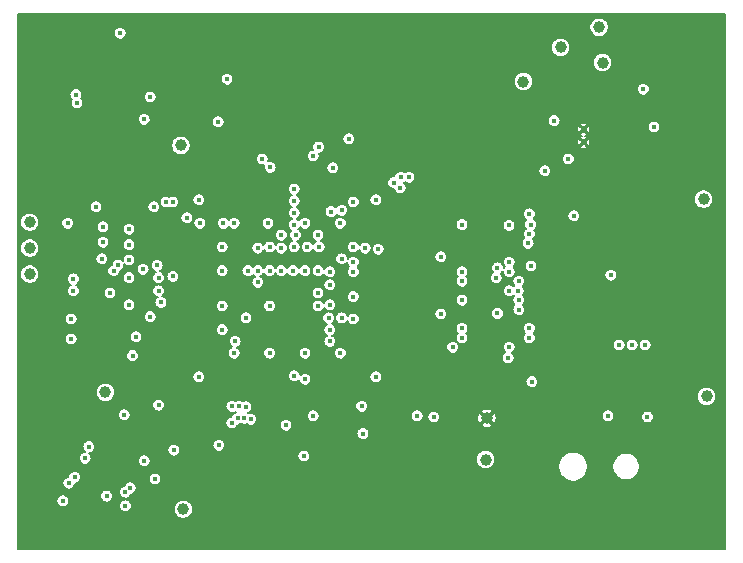
<source format=gbr>
%TF.GenerationSoftware,KiCad,Pcbnew,5.1.8-db9833491~88~ubuntu20.04.1*%
%TF.CreationDate,2021-01-09T17:29:30-05:00*%
%TF.ProjectId,julia_v2.1.0.0,6a756c69-615f-4763-922e-312e302e302e,rev?*%
%TF.SameCoordinates,Original*%
%TF.FileFunction,Copper,L2,Inr*%
%TF.FilePolarity,Positive*%
%FSLAX46Y46*%
G04 Gerber Fmt 4.6, Leading zero omitted, Abs format (unit mm)*
G04 Created by KiCad (PCBNEW 5.1.8-db9833491~88~ubuntu20.04.1) date 2021-01-09 17:29:30*
%MOMM*%
%LPD*%
G01*
G04 APERTURE LIST*
%TA.AperFunction,ComponentPad*%
%ADD10C,0.500000*%
%TD*%
%TA.AperFunction,ComponentPad*%
%ADD11C,1.000000*%
%TD*%
%TA.AperFunction,ViaPad*%
%ADD12C,0.450000*%
%TD*%
%TA.AperFunction,Conductor*%
%ADD13C,0.127000*%
%TD*%
%TA.AperFunction,Conductor*%
%ADD14C,0.100000*%
%TD*%
G04 APERTURE END LIST*
D10*
%TO.N,GND*%
%TO.C,U7*%
X126600000Y-98050000D03*
X126600000Y-96950000D03*
%TD*%
D11*
%TO.N,/JuliaLCD/LED-*%
%TO.C,TP14*%
X124650000Y-90000000D03*
%TD*%
%TO.N,/JuliaLCD/LED+*%
%TO.C,TP13*%
X128200000Y-91300000D03*
%TD*%
%TO.N,Net-(D5-Pad2)*%
%TO.C,TP12*%
X121500000Y-92900000D03*
%TD*%
%TO.N,/JuliaConfig/CONF_DONE*%
%TO.C,TP11*%
X86100000Y-119200000D03*
%TD*%
%TO.N,/JuliaConfig/nSTATUS*%
%TO.C,TP10*%
X79700000Y-104800000D03*
%TD*%
%TO.N,/JuliaConfig/nCONFIG*%
%TO.C,TP9*%
X79700000Y-109200000D03*
%TD*%
%TO.N,/JuliaConfig/DATA0*%
%TO.C,TP8*%
X92700000Y-129100000D03*
%TD*%
%TO.N,Net-(R16-Pad1)*%
%TO.C,TP7*%
X79700000Y-107000000D03*
%TD*%
%TO.N,/JuliaFPGA/GCLK*%
%TO.C,TP6*%
X92500000Y-98300000D03*
%TD*%
%TO.N,GND*%
%TO.C,TP5*%
X118400000Y-121400000D03*
%TD*%
%TO.N,+1V2*%
%TO.C,TP4*%
X127900000Y-88300000D03*
%TD*%
%TO.N,+2V5*%
%TO.C,TP3*%
X136750000Y-102850000D03*
%TD*%
%TO.N,+3V3*%
%TO.C,TP2*%
X137000000Y-119550000D03*
%TD*%
%TO.N,+5V*%
%TO.C,TP1*%
X118300000Y-124900000D03*
%TD*%
D12*
%TO.N,GND*%
X94900000Y-106900000D03*
X96900000Y-106900000D03*
X96900000Y-108900000D03*
X96900000Y-111900000D03*
X96900000Y-113900000D03*
X97900000Y-113900000D03*
X94900000Y-113900000D03*
X93900000Y-113900000D03*
X94900000Y-116900000D03*
X97900000Y-115900000D03*
X99900000Y-114900000D03*
X100000000Y-109900000D03*
X100000000Y-110900000D03*
X101000000Y-109900000D03*
X101000000Y-110900000D03*
X102000000Y-109900000D03*
X102000000Y-110900000D03*
X103000000Y-109900000D03*
X103000000Y-110900000D03*
X108100000Y-109129801D03*
X109200000Y-109129801D03*
X108100000Y-105900000D03*
X109100000Y-106000000D03*
X105000000Y-104900000D03*
X98000000Y-104900000D03*
X100000000Y-105900000D03*
X103000000Y-114900000D03*
X105000000Y-115900000D03*
X106000000Y-113900000D03*
X109100000Y-113000000D03*
X108100000Y-112900000D03*
X103000000Y-105900000D03*
X96100000Y-93200000D03*
X108900000Y-93400000D03*
X112400000Y-93400000D03*
X133900000Y-109200000D03*
X117200000Y-105800000D03*
X117200000Y-105000000D03*
X117200000Y-115400000D03*
X117200000Y-116200000D03*
X114400000Y-113378201D03*
X114400000Y-114178201D03*
X114500000Y-106221799D03*
X114500000Y-106978201D03*
X122100000Y-107500000D03*
X106100000Y-111129801D03*
X94100000Y-103670199D03*
X114400000Y-108578201D03*
X121100000Y-105000000D03*
X122000000Y-113000000D03*
X121074627Y-115425373D03*
X117300000Y-112533000D03*
%TO.N,+3V3*%
X94000000Y-102900000D03*
X97000000Y-104900000D03*
X96000000Y-106900000D03*
X96000000Y-108900000D03*
X96000000Y-111900000D03*
X96000000Y-113900000D03*
X97000000Y-115900000D03*
X94000000Y-117900000D03*
X100000000Y-115900000D03*
X103000000Y-115900000D03*
X106000000Y-115900000D03*
X109000000Y-117900000D03*
X107100000Y-113000000D03*
X103000000Y-104900000D03*
X99000000Y-108900000D03*
X99000000Y-109900000D03*
X100000000Y-108900000D03*
X101000000Y-108900000D03*
X102000000Y-108900000D03*
X103000000Y-108900000D03*
X100000000Y-111900000D03*
X96400000Y-92700000D03*
X128900000Y-109300000D03*
X122000000Y-114600000D03*
X122000000Y-113800000D03*
X114500000Y-107733001D03*
X115500000Y-115400000D03*
X114500000Y-112578201D03*
X122000000Y-105800000D03*
X121896282Y-106596282D03*
X122142234Y-108506360D03*
X107100000Y-111100000D03*
X107100000Y-108200000D03*
X99870199Y-104900000D03*
X120276159Y-105082119D03*
X119300000Y-112533001D03*
X120300000Y-115400000D03*
X120200000Y-116300000D03*
%TO.N,+1V2*%
X97100000Y-114900000D03*
%TO.N,+2V5*%
X104200000Y-106900000D03*
X98000000Y-112900000D03*
%TO.N,/JuliaFPGA/RGB21*%
X101000000Y-105900000D03*
%TO.N,/JuliaFPGA/RGB23*%
X101000000Y-107000000D03*
%TO.N,/JuliaFPGA/RGB13*%
X99000000Y-107000000D03*
%TO.N,/JuliaFPGA/RGB15*%
X100000000Y-106900000D03*
%TO.N,/JuliaFPGA/DQ14*%
X105100000Y-114900000D03*
%TO.N,/JuliaFPGA/BA1*%
X120300000Y-110600000D03*
%TO.N,/JuliaFPGA/DQ9*%
X105100000Y-113900000D03*
%TO.N,/JuliaFPGA/DQM0*%
X105000000Y-112900000D03*
%TO.N,/JuliaFPGA/A9*%
X105100000Y-111800000D03*
%TO.N,/JuliaFPGA/A11*%
X104100000Y-111900000D03*
%TO.N,/JuliaFPGA/DQ9*%
X116300000Y-113800000D03*
%TO.N,/JuliaFPGA/DQ14*%
X116300000Y-114600000D03*
%TO.N,/JuliaFPGA/DQM0*%
X121100000Y-112200000D03*
%TO.N,/JuliaFPGA/A9*%
X116300000Y-111400000D03*
%TO.N,/JuliaFPGA/A6*%
X116300000Y-109800000D03*
%TO.N,/JuliaFPGA/RAS_N*%
X106100000Y-112900000D03*
%TO.N,/JuliaFPGA/A1*%
X105100000Y-110100000D03*
%TO.N,/JuliaFPGA/BA1*%
X104100000Y-110800000D03*
%TO.N,/JuliaFPGA/A1*%
X121100000Y-109800000D03*
%TO.N,/JuliaFPGA/A6*%
X104100000Y-108900000D03*
%TO.N,/JuliaFPGA/A3*%
X116300000Y-109000000D03*
%TO.N,/JuliaFPGA/A11*%
X121047403Y-110599999D03*
%TO.N,/JuliaFPGA/RAS_N*%
X121100000Y-111400000D03*
%TO.N,/JuliaFPGA/LIGHT*%
X96100000Y-104900000D03*
%TO.N,/JuliaFPGA/A2*%
X104100000Y-105900000D03*
%TO.N,/JuliaFPGA/A10*%
X103200000Y-106900000D03*
%TO.N,/JuliaFPGA/A0*%
X102100000Y-106900000D03*
%TO.N,/JuliaFPGA/DQM2*%
X102200000Y-105900000D03*
%TO.N,/JuliaFPGA/A0*%
X120300000Y-109000000D03*
%TO.N,GND*%
X108100000Y-103000000D03*
X106100000Y-109900000D03*
X105100000Y-108000000D03*
%TO.N,+3V3*%
X109000000Y-102900000D03*
%TO.N,Net-(R18-Pad2)*%
X105100000Y-109000000D03*
%TO.N,/JuliaFPGA/DQ19*%
X106100000Y-103800000D03*
%TO.N,/JuliaFPGA/DQ21*%
X107100000Y-103100000D03*
%TO.N,GND*%
X106100000Y-108900000D03*
X108100000Y-116700000D03*
X128500000Y-120300000D03*
X125700000Y-120300000D03*
X86900000Y-102100000D03*
X132900000Y-115200000D03*
X88100000Y-110500000D03*
X83400000Y-111800000D03*
X83400000Y-105400000D03*
X83400000Y-108000000D03*
X85450000Y-88500000D03*
X84150000Y-88600000D03*
X108200000Y-126000000D03*
X101600000Y-125200000D03*
X94100000Y-121800000D03*
X93100000Y-124700000D03*
X87600000Y-123300000D03*
X106307894Y-106941984D03*
X109800000Y-107350000D03*
X125950000Y-116450000D03*
X125700000Y-122150000D03*
X128900000Y-107350000D03*
X124800000Y-99950000D03*
X127100000Y-100000000D03*
X128750000Y-101200000D03*
X128700000Y-96700000D03*
X129050000Y-96200000D03*
X130850000Y-92700000D03*
X136650000Y-97150000D03*
X113200000Y-96650000D03*
X116300000Y-97900000D03*
X118550000Y-95650000D03*
X93200000Y-120050000D03*
X95900000Y-118850000D03*
X116150000Y-119950000D03*
X116250000Y-122300000D03*
X120150000Y-119800000D03*
X123000000Y-110350000D03*
X126050000Y-113450000D03*
X135250000Y-114250000D03*
X135950000Y-100900000D03*
X126900000Y-90400000D03*
X93450000Y-100000000D03*
X93600000Y-96900000D03*
X91500000Y-95300000D03*
X81300000Y-102050000D03*
X81500000Y-97850000D03*
X81500000Y-92450000D03*
X80900000Y-115750000D03*
X81350000Y-121100000D03*
X80300000Y-128200000D03*
X84100000Y-130750000D03*
X95600000Y-130900000D03*
X102750000Y-129700000D03*
X110150000Y-130200000D03*
X115250000Y-127450000D03*
X107000000Y-128250000D03*
X99450000Y-129100000D03*
X134150000Y-128850000D03*
X136750000Y-124450000D03*
%TO.N,+3V3*%
X107100000Y-106900000D03*
X105200000Y-103900000D03*
X83600000Y-94000000D03*
X83700000Y-94700000D03*
X129600000Y-115200000D03*
X130700000Y-115200000D03*
X131800000Y-115200000D03*
X88100000Y-105400000D03*
X88100000Y-106700000D03*
X88100000Y-108000000D03*
X83400000Y-110600000D03*
X88100000Y-111800000D03*
X87350000Y-88800000D03*
X112500000Y-121200000D03*
X103700000Y-121200000D03*
X102900000Y-124600000D03*
X113900000Y-121300000D03*
X83200000Y-113000000D03*
X83200000Y-114700000D03*
X95700000Y-123700000D03*
X83500000Y-126400000D03*
X128650000Y-121200000D03*
X132000000Y-121300000D03*
X131650000Y-93550000D03*
X116300000Y-105000000D03*
%TO.N,+5V*%
X122200000Y-118300000D03*
X123300000Y-100450000D03*
%TO.N,+1V2*%
X106000000Y-104900000D03*
X132550000Y-96750000D03*
%TO.N,+2V5*%
X125750000Y-104250000D03*
%TO.N,/JuliaFPGA/TDI*%
X98157475Y-108899999D03*
X91900000Y-124100000D03*
%TO.N,/JuliaFPGA/TMS*%
X89900000Y-112800000D03*
X89400000Y-125000000D03*
%TO.N,/JuliaFPGA/TDO*%
X90800000Y-111600000D03*
X90600000Y-120300000D03*
%TO.N,/JuliaFPGA/TCK*%
X88100000Y-109495010D03*
X84400000Y-124800000D03*
X84700000Y-123800000D03*
X87700000Y-121100000D03*
%TO.N,/JuliaLCD/LED-*%
X125300000Y-99450000D03*
X95650000Y-96300000D03*
%TO.N,/JuliaFPGA/RGB13*%
X99382563Y-99452762D03*
%TO.N,/JuliaFPGA/RGB15*%
X100066863Y-100166863D03*
%TO.N,/JuliaFPGA/RGB21*%
X104150977Y-98450977D03*
%TO.N,/JuliaFPGA/RGB23*%
X103700000Y-99205778D03*
%TO.N,/JuliaFPGA/LCDCLK*%
X106700000Y-97750000D03*
X105350000Y-100200000D03*
%TO.N,/JuliaFPGA/TOUCH_RSTN*%
X111800000Y-101000000D03*
X102100000Y-102000000D03*
%TO.N,/JuliaFPGA/TOUCH_INTN*%
X111100000Y-101000000D03*
X102100000Y-103000000D03*
%TO.N,/JuliaFPGA/SDA*%
X110500000Y-101450000D03*
X102100000Y-104000000D03*
%TO.N,/JuliaFPGA/SCL*%
X111064926Y-101909760D03*
X102100000Y-105000000D03*
%TO.N,/JuliaConfig/MCU_LED1*%
X88400000Y-116100000D03*
X87800000Y-127672003D03*
%TO.N,/JuliaConfig/MCU_LED2*%
X88700000Y-114500000D03*
X88203921Y-127294603D03*
%TO.N,/JuliaFPGA/FPGA_LED1*%
X91800000Y-103100000D03*
X89900000Y-94200000D03*
%TO.N,/JuliaFPGA/FPGA_LED2*%
X91228200Y-103100000D03*
X89400000Y-96100000D03*
%TO.N,/JuliaConfig/DCLK*%
X83400000Y-109600000D03*
X83000000Y-126900000D03*
%TO.N,Net-(R18-Pad2)*%
X85800000Y-107900000D03*
X89300000Y-108800000D03*
X86800000Y-108900000D03*
%TO.N,Net-(R20-Pad2)*%
X93000000Y-104424999D03*
X90200000Y-103500000D03*
%TO.N,Net-(R21-Pad2)*%
X94100000Y-104900000D03*
X85300000Y-103500000D03*
%TO.N,/JuliaConfig/nCONFIG*%
X86500000Y-110795010D03*
X86200000Y-128000000D03*
%TO.N,Net-(R24-Pad1)*%
X109200000Y-107100000D03*
X85900000Y-106500000D03*
%TO.N,Net-(R25-Pad1)*%
X108100000Y-107000000D03*
X85900000Y-105200000D03*
%TO.N,Net-(R26-Pad1)*%
X90600000Y-109495010D03*
X90600000Y-110600000D03*
%TO.N,/JuliaConfig/nSTATUS*%
X82900000Y-104900000D03*
X82500000Y-128400000D03*
%TO.N,/JuliaConfig/CONF_DONE*%
X107100000Y-109000000D03*
X90500000Y-108466989D03*
X87164014Y-108422600D03*
X87800011Y-128804204D03*
%TO.N,/JuliaConfig/DATA0*%
X91800000Y-109400000D03*
X90300000Y-126539801D03*
%TO.N,/JuliaFPGA/DQ21*%
X122000000Y-104100000D03*
%TO.N,/JuliaFPGA/DQ19*%
X122100000Y-105000000D03*
%TO.N,/JuliaFPGA/DQM2*%
X120300000Y-108200000D03*
%TO.N,/JuliaFPGA/A2*%
X119300000Y-108666999D03*
%TO.N,/JuliaFPGA/A10*%
X119200000Y-109500000D03*
%TO.N,/JuliaFPGA/A3*%
X106100000Y-107900000D03*
%TO.N,/JuliaConfig/UART1_RX*%
X101400000Y-122000000D03*
X103000000Y-118100000D03*
%TO.N,/JuliaConfig/UART1_TX*%
X102100000Y-117800000D03*
X98400000Y-121500000D03*
%TO.N,/JuliaFPGA/LIGHT*%
X124100000Y-96200000D03*
%TO.N,/JuliaConfig/SPI_SCK*%
X96800000Y-120400000D03*
X96800000Y-121800000D03*
%TO.N,/JuliaConfig/SPI_MOSI*%
X98000000Y-120422600D03*
X97859109Y-121391822D03*
%TO.N,/JuliaConfig/SPI_MISO*%
X107800000Y-120400000D03*
X107900000Y-122700000D03*
X97400000Y-120400000D03*
X97300000Y-121400000D03*
%TD*%
D13*
%TO.N,GND*%
X138557501Y-132457500D02*
X78742500Y-132457500D01*
X78742500Y-128346568D01*
X81957500Y-128346568D01*
X81957500Y-128453432D01*
X81978348Y-128558241D01*
X82019243Y-128656970D01*
X82078613Y-128745824D01*
X82154176Y-128821387D01*
X82243030Y-128880757D01*
X82341759Y-128921652D01*
X82446568Y-128942500D01*
X82553432Y-128942500D01*
X82658241Y-128921652D01*
X82756970Y-128880757D01*
X82845824Y-128821387D01*
X82916439Y-128750772D01*
X87257511Y-128750772D01*
X87257511Y-128857636D01*
X87278359Y-128962445D01*
X87319254Y-129061174D01*
X87378624Y-129150028D01*
X87454187Y-129225591D01*
X87543041Y-129284961D01*
X87641770Y-129325856D01*
X87746579Y-129346704D01*
X87853443Y-129346704D01*
X87958252Y-129325856D01*
X88056981Y-129284961D01*
X88145835Y-129225591D01*
X88221398Y-129150028D01*
X88280768Y-129061174D01*
X88298037Y-129019483D01*
X91882500Y-129019483D01*
X91882500Y-129180517D01*
X91913916Y-129338456D01*
X91975540Y-129487232D01*
X92065006Y-129621126D01*
X92178874Y-129734994D01*
X92312768Y-129824460D01*
X92461544Y-129886084D01*
X92619483Y-129917500D01*
X92780517Y-129917500D01*
X92938456Y-129886084D01*
X93087232Y-129824460D01*
X93221126Y-129734994D01*
X93334994Y-129621126D01*
X93424460Y-129487232D01*
X93486084Y-129338456D01*
X93517500Y-129180517D01*
X93517500Y-129019483D01*
X93486084Y-128861544D01*
X93424460Y-128712768D01*
X93334994Y-128578874D01*
X93221126Y-128465006D01*
X93087232Y-128375540D01*
X92938456Y-128313916D01*
X92780517Y-128282500D01*
X92619483Y-128282500D01*
X92461544Y-128313916D01*
X92312768Y-128375540D01*
X92178874Y-128465006D01*
X92065006Y-128578874D01*
X91975540Y-128712768D01*
X91913916Y-128861544D01*
X91882500Y-129019483D01*
X88298037Y-129019483D01*
X88321663Y-128962445D01*
X88342511Y-128857636D01*
X88342511Y-128750772D01*
X88321663Y-128645963D01*
X88280768Y-128547234D01*
X88221398Y-128458380D01*
X88145835Y-128382817D01*
X88056981Y-128323447D01*
X87958252Y-128282552D01*
X87853443Y-128261704D01*
X87746579Y-128261704D01*
X87641770Y-128282552D01*
X87543041Y-128323447D01*
X87454187Y-128382817D01*
X87378624Y-128458380D01*
X87319254Y-128547234D01*
X87278359Y-128645963D01*
X87257511Y-128750772D01*
X82916439Y-128750772D01*
X82921387Y-128745824D01*
X82980757Y-128656970D01*
X83021652Y-128558241D01*
X83042500Y-128453432D01*
X83042500Y-128346568D01*
X83021652Y-128241759D01*
X82980757Y-128143030D01*
X82921387Y-128054176D01*
X82845824Y-127978613D01*
X82797865Y-127946568D01*
X85657500Y-127946568D01*
X85657500Y-128053432D01*
X85678348Y-128158241D01*
X85719243Y-128256970D01*
X85778613Y-128345824D01*
X85854176Y-128421387D01*
X85943030Y-128480757D01*
X86041759Y-128521652D01*
X86146568Y-128542500D01*
X86253432Y-128542500D01*
X86358241Y-128521652D01*
X86456970Y-128480757D01*
X86545824Y-128421387D01*
X86621387Y-128345824D01*
X86680757Y-128256970D01*
X86721652Y-128158241D01*
X86742500Y-128053432D01*
X86742500Y-127946568D01*
X86721652Y-127841759D01*
X86680757Y-127743030D01*
X86621387Y-127654176D01*
X86585782Y-127618571D01*
X87257500Y-127618571D01*
X87257500Y-127725435D01*
X87278348Y-127830244D01*
X87319243Y-127928973D01*
X87378613Y-128017827D01*
X87454176Y-128093390D01*
X87543030Y-128152760D01*
X87641759Y-128193655D01*
X87746568Y-128214503D01*
X87853432Y-128214503D01*
X87958241Y-128193655D01*
X88056970Y-128152760D01*
X88145824Y-128093390D01*
X88221387Y-128017827D01*
X88280757Y-127928973D01*
X88321652Y-127830244D01*
X88322880Y-127824069D01*
X88362162Y-127816255D01*
X88460891Y-127775360D01*
X88549745Y-127715990D01*
X88625308Y-127640427D01*
X88684678Y-127551573D01*
X88725573Y-127452844D01*
X88746421Y-127348035D01*
X88746421Y-127241171D01*
X88725573Y-127136362D01*
X88684678Y-127037633D01*
X88625308Y-126948779D01*
X88549745Y-126873216D01*
X88460891Y-126813846D01*
X88362162Y-126772951D01*
X88257353Y-126752103D01*
X88150489Y-126752103D01*
X88045680Y-126772951D01*
X87946951Y-126813846D01*
X87858097Y-126873216D01*
X87782534Y-126948779D01*
X87723164Y-127037633D01*
X87682269Y-127136362D01*
X87681041Y-127142537D01*
X87641759Y-127150351D01*
X87543030Y-127191246D01*
X87454176Y-127250616D01*
X87378613Y-127326179D01*
X87319243Y-127415033D01*
X87278348Y-127513762D01*
X87257500Y-127618571D01*
X86585782Y-127618571D01*
X86545824Y-127578613D01*
X86456970Y-127519243D01*
X86358241Y-127478348D01*
X86253432Y-127457500D01*
X86146568Y-127457500D01*
X86041759Y-127478348D01*
X85943030Y-127519243D01*
X85854176Y-127578613D01*
X85778613Y-127654176D01*
X85719243Y-127743030D01*
X85678348Y-127841759D01*
X85657500Y-127946568D01*
X82797865Y-127946568D01*
X82756970Y-127919243D01*
X82658241Y-127878348D01*
X82553432Y-127857500D01*
X82446568Y-127857500D01*
X82341759Y-127878348D01*
X82243030Y-127919243D01*
X82154176Y-127978613D01*
X82078613Y-128054176D01*
X82019243Y-128143030D01*
X81978348Y-128241759D01*
X81957500Y-128346568D01*
X78742500Y-128346568D01*
X78742500Y-126846568D01*
X82457500Y-126846568D01*
X82457500Y-126953432D01*
X82478348Y-127058241D01*
X82519243Y-127156970D01*
X82578613Y-127245824D01*
X82654176Y-127321387D01*
X82743030Y-127380757D01*
X82841759Y-127421652D01*
X82946568Y-127442500D01*
X83053432Y-127442500D01*
X83158241Y-127421652D01*
X83256970Y-127380757D01*
X83345824Y-127321387D01*
X83421387Y-127245824D01*
X83480757Y-127156970D01*
X83521652Y-127058241D01*
X83542500Y-126953432D01*
X83542500Y-126942500D01*
X83553432Y-126942500D01*
X83658241Y-126921652D01*
X83756970Y-126880757D01*
X83845824Y-126821387D01*
X83921387Y-126745824D01*
X83980757Y-126656970D01*
X84021652Y-126558241D01*
X84035948Y-126486369D01*
X89757500Y-126486369D01*
X89757500Y-126593233D01*
X89778348Y-126698042D01*
X89819243Y-126796771D01*
X89878613Y-126885625D01*
X89954176Y-126961188D01*
X90043030Y-127020558D01*
X90141759Y-127061453D01*
X90246568Y-127082301D01*
X90353432Y-127082301D01*
X90458241Y-127061453D01*
X90556970Y-127020558D01*
X90645824Y-126961188D01*
X90721387Y-126885625D01*
X90780757Y-126796771D01*
X90821652Y-126698042D01*
X90842500Y-126593233D01*
X90842500Y-126486369D01*
X90821652Y-126381560D01*
X90780757Y-126282831D01*
X90721387Y-126193977D01*
X90645824Y-126118414D01*
X90556970Y-126059044D01*
X90458241Y-126018149D01*
X90353432Y-125997301D01*
X90246568Y-125997301D01*
X90141759Y-126018149D01*
X90043030Y-126059044D01*
X89954176Y-126118414D01*
X89878613Y-126193977D01*
X89819243Y-126282831D01*
X89778348Y-126381560D01*
X89757500Y-126486369D01*
X84035948Y-126486369D01*
X84042500Y-126453432D01*
X84042500Y-126346568D01*
X84021652Y-126241759D01*
X83980757Y-126143030D01*
X83921387Y-126054176D01*
X83845824Y-125978613D01*
X83756970Y-125919243D01*
X83658241Y-125878348D01*
X83553432Y-125857500D01*
X83446568Y-125857500D01*
X83341759Y-125878348D01*
X83243030Y-125919243D01*
X83154176Y-125978613D01*
X83078613Y-126054176D01*
X83019243Y-126143030D01*
X82978348Y-126241759D01*
X82957500Y-126346568D01*
X82957500Y-126357500D01*
X82946568Y-126357500D01*
X82841759Y-126378348D01*
X82743030Y-126419243D01*
X82654176Y-126478613D01*
X82578613Y-126554176D01*
X82519243Y-126643030D01*
X82478348Y-126741759D01*
X82457500Y-126846568D01*
X78742500Y-126846568D01*
X78742500Y-124746568D01*
X83857500Y-124746568D01*
X83857500Y-124853432D01*
X83878348Y-124958241D01*
X83919243Y-125056970D01*
X83978613Y-125145824D01*
X84054176Y-125221387D01*
X84143030Y-125280757D01*
X84241759Y-125321652D01*
X84346568Y-125342500D01*
X84453432Y-125342500D01*
X84558241Y-125321652D01*
X84656970Y-125280757D01*
X84745824Y-125221387D01*
X84821387Y-125145824D01*
X84880757Y-125056970D01*
X84921652Y-124958241D01*
X84923973Y-124946568D01*
X88857500Y-124946568D01*
X88857500Y-125053432D01*
X88878348Y-125158241D01*
X88919243Y-125256970D01*
X88978613Y-125345824D01*
X89054176Y-125421387D01*
X89143030Y-125480757D01*
X89241759Y-125521652D01*
X89346568Y-125542500D01*
X89453432Y-125542500D01*
X89558241Y-125521652D01*
X89656970Y-125480757D01*
X89745824Y-125421387D01*
X89821387Y-125345824D01*
X89880757Y-125256970D01*
X89921652Y-125158241D01*
X89942500Y-125053432D01*
X89942500Y-124946568D01*
X89921652Y-124841759D01*
X89880757Y-124743030D01*
X89821387Y-124654176D01*
X89745824Y-124578613D01*
X89656970Y-124519243D01*
X89558241Y-124478348D01*
X89453432Y-124457500D01*
X89346568Y-124457500D01*
X89241759Y-124478348D01*
X89143030Y-124519243D01*
X89054176Y-124578613D01*
X88978613Y-124654176D01*
X88919243Y-124743030D01*
X88878348Y-124841759D01*
X88857500Y-124946568D01*
X84923973Y-124946568D01*
X84942500Y-124853432D01*
X84942500Y-124746568D01*
X84921652Y-124641759D01*
X84880757Y-124543030D01*
X84821387Y-124454176D01*
X84745824Y-124378613D01*
X84691777Y-124342500D01*
X84753432Y-124342500D01*
X84858241Y-124321652D01*
X84956970Y-124280757D01*
X85045824Y-124221387D01*
X85121387Y-124145824D01*
X85180757Y-124056970D01*
X85185065Y-124046568D01*
X91357500Y-124046568D01*
X91357500Y-124153432D01*
X91378348Y-124258241D01*
X91419243Y-124356970D01*
X91478613Y-124445824D01*
X91554176Y-124521387D01*
X91643030Y-124580757D01*
X91741759Y-124621652D01*
X91846568Y-124642500D01*
X91953432Y-124642500D01*
X92058241Y-124621652D01*
X92156970Y-124580757D01*
X92208137Y-124546568D01*
X102357500Y-124546568D01*
X102357500Y-124653432D01*
X102378348Y-124758241D01*
X102419243Y-124856970D01*
X102478613Y-124945824D01*
X102554176Y-125021387D01*
X102643030Y-125080757D01*
X102741759Y-125121652D01*
X102846568Y-125142500D01*
X102953432Y-125142500D01*
X103058241Y-125121652D01*
X103156970Y-125080757D01*
X103245824Y-125021387D01*
X103321387Y-124945824D01*
X103380757Y-124856970D01*
X103396284Y-124819483D01*
X117482500Y-124819483D01*
X117482500Y-124980517D01*
X117513916Y-125138456D01*
X117575540Y-125287232D01*
X117665006Y-125421126D01*
X117778874Y-125534994D01*
X117912768Y-125624460D01*
X118061544Y-125686084D01*
X118219483Y-125717500D01*
X118380517Y-125717500D01*
X118538456Y-125686084D01*
X118687232Y-125624460D01*
X118821126Y-125534994D01*
X118934994Y-125421126D01*
X118965706Y-125375162D01*
X124432500Y-125375162D01*
X124432500Y-125624838D01*
X124481209Y-125869716D01*
X124576756Y-126100386D01*
X124715468Y-126307984D01*
X124892016Y-126484532D01*
X125099614Y-126623244D01*
X125330284Y-126718791D01*
X125575162Y-126767500D01*
X125824838Y-126767500D01*
X126069716Y-126718791D01*
X126300386Y-126623244D01*
X126507984Y-126484532D01*
X126684532Y-126307984D01*
X126823244Y-126100386D01*
X126918791Y-125869716D01*
X126967500Y-125624838D01*
X126967500Y-125385011D01*
X129032500Y-125385011D01*
X129032500Y-125614989D01*
X129077366Y-125840547D01*
X129165375Y-126053019D01*
X129293144Y-126244238D01*
X129455762Y-126406856D01*
X129646981Y-126534625D01*
X129859453Y-126622634D01*
X130085011Y-126667500D01*
X130314989Y-126667500D01*
X130540547Y-126622634D01*
X130753019Y-126534625D01*
X130944238Y-126406856D01*
X131106856Y-126244238D01*
X131234625Y-126053019D01*
X131322634Y-125840547D01*
X131367500Y-125614989D01*
X131367500Y-125385011D01*
X131322634Y-125159453D01*
X131234625Y-124946981D01*
X131106856Y-124755762D01*
X130944238Y-124593144D01*
X130753019Y-124465375D01*
X130540547Y-124377366D01*
X130314989Y-124332500D01*
X130085011Y-124332500D01*
X129859453Y-124377366D01*
X129646981Y-124465375D01*
X129455762Y-124593144D01*
X129293144Y-124755762D01*
X129165375Y-124946981D01*
X129077366Y-125159453D01*
X129032500Y-125385011D01*
X126967500Y-125385011D01*
X126967500Y-125375162D01*
X126918791Y-125130284D01*
X126823244Y-124899614D01*
X126684532Y-124692016D01*
X126507984Y-124515468D01*
X126300386Y-124376756D01*
X126069716Y-124281209D01*
X125824838Y-124232500D01*
X125575162Y-124232500D01*
X125330284Y-124281209D01*
X125099614Y-124376756D01*
X124892016Y-124515468D01*
X124715468Y-124692016D01*
X124576756Y-124899614D01*
X124481209Y-125130284D01*
X124432500Y-125375162D01*
X118965706Y-125375162D01*
X119024460Y-125287232D01*
X119086084Y-125138456D01*
X119117500Y-124980517D01*
X119117500Y-124819483D01*
X119086084Y-124661544D01*
X119024460Y-124512768D01*
X118934994Y-124378874D01*
X118821126Y-124265006D01*
X118687232Y-124175540D01*
X118538456Y-124113916D01*
X118380517Y-124082500D01*
X118219483Y-124082500D01*
X118061544Y-124113916D01*
X117912768Y-124175540D01*
X117778874Y-124265006D01*
X117665006Y-124378874D01*
X117575540Y-124512768D01*
X117513916Y-124661544D01*
X117482500Y-124819483D01*
X103396284Y-124819483D01*
X103421652Y-124758241D01*
X103442500Y-124653432D01*
X103442500Y-124546568D01*
X103421652Y-124441759D01*
X103380757Y-124343030D01*
X103321387Y-124254176D01*
X103245824Y-124178613D01*
X103156970Y-124119243D01*
X103058241Y-124078348D01*
X102953432Y-124057500D01*
X102846568Y-124057500D01*
X102741759Y-124078348D01*
X102643030Y-124119243D01*
X102554176Y-124178613D01*
X102478613Y-124254176D01*
X102419243Y-124343030D01*
X102378348Y-124441759D01*
X102357500Y-124546568D01*
X92208137Y-124546568D01*
X92245824Y-124521387D01*
X92321387Y-124445824D01*
X92380757Y-124356970D01*
X92421652Y-124258241D01*
X92442500Y-124153432D01*
X92442500Y-124046568D01*
X92421652Y-123941759D01*
X92380757Y-123843030D01*
X92321387Y-123754176D01*
X92245824Y-123678613D01*
X92197865Y-123646568D01*
X95157500Y-123646568D01*
X95157500Y-123753432D01*
X95178348Y-123858241D01*
X95219243Y-123956970D01*
X95278613Y-124045824D01*
X95354176Y-124121387D01*
X95443030Y-124180757D01*
X95541759Y-124221652D01*
X95646568Y-124242500D01*
X95753432Y-124242500D01*
X95858241Y-124221652D01*
X95956970Y-124180757D01*
X96045824Y-124121387D01*
X96121387Y-124045824D01*
X96180757Y-123956970D01*
X96221652Y-123858241D01*
X96242500Y-123753432D01*
X96242500Y-123646568D01*
X96221652Y-123541759D01*
X96180757Y-123443030D01*
X96121387Y-123354176D01*
X96045824Y-123278613D01*
X95956970Y-123219243D01*
X95858241Y-123178348D01*
X95753432Y-123157500D01*
X95646568Y-123157500D01*
X95541759Y-123178348D01*
X95443030Y-123219243D01*
X95354176Y-123278613D01*
X95278613Y-123354176D01*
X95219243Y-123443030D01*
X95178348Y-123541759D01*
X95157500Y-123646568D01*
X92197865Y-123646568D01*
X92156970Y-123619243D01*
X92058241Y-123578348D01*
X91953432Y-123557500D01*
X91846568Y-123557500D01*
X91741759Y-123578348D01*
X91643030Y-123619243D01*
X91554176Y-123678613D01*
X91478613Y-123754176D01*
X91419243Y-123843030D01*
X91378348Y-123941759D01*
X91357500Y-124046568D01*
X85185065Y-124046568D01*
X85221652Y-123958241D01*
X85242500Y-123853432D01*
X85242500Y-123746568D01*
X85221652Y-123641759D01*
X85180757Y-123543030D01*
X85121387Y-123454176D01*
X85045824Y-123378613D01*
X84956970Y-123319243D01*
X84858241Y-123278348D01*
X84753432Y-123257500D01*
X84646568Y-123257500D01*
X84541759Y-123278348D01*
X84443030Y-123319243D01*
X84354176Y-123378613D01*
X84278613Y-123454176D01*
X84219243Y-123543030D01*
X84178348Y-123641759D01*
X84157500Y-123746568D01*
X84157500Y-123853432D01*
X84178348Y-123958241D01*
X84219243Y-124056970D01*
X84278613Y-124145824D01*
X84354176Y-124221387D01*
X84408223Y-124257500D01*
X84346568Y-124257500D01*
X84241759Y-124278348D01*
X84143030Y-124319243D01*
X84054176Y-124378613D01*
X83978613Y-124454176D01*
X83919243Y-124543030D01*
X83878348Y-124641759D01*
X83857500Y-124746568D01*
X78742500Y-124746568D01*
X78742500Y-122646568D01*
X107357500Y-122646568D01*
X107357500Y-122753432D01*
X107378348Y-122858241D01*
X107419243Y-122956970D01*
X107478613Y-123045824D01*
X107554176Y-123121387D01*
X107643030Y-123180757D01*
X107741759Y-123221652D01*
X107846568Y-123242500D01*
X107953432Y-123242500D01*
X108058241Y-123221652D01*
X108156970Y-123180757D01*
X108245824Y-123121387D01*
X108321387Y-123045824D01*
X108380757Y-122956970D01*
X108421652Y-122858241D01*
X108442500Y-122753432D01*
X108442500Y-122646568D01*
X108421652Y-122541759D01*
X108380757Y-122443030D01*
X108321387Y-122354176D01*
X108245824Y-122278613D01*
X108156970Y-122219243D01*
X108058241Y-122178348D01*
X107953432Y-122157500D01*
X107846568Y-122157500D01*
X107741759Y-122178348D01*
X107643030Y-122219243D01*
X107554176Y-122278613D01*
X107478613Y-122354176D01*
X107419243Y-122443030D01*
X107378348Y-122541759D01*
X107357500Y-122646568D01*
X78742500Y-122646568D01*
X78742500Y-121046568D01*
X87157500Y-121046568D01*
X87157500Y-121153432D01*
X87178348Y-121258241D01*
X87219243Y-121356970D01*
X87278613Y-121445824D01*
X87354176Y-121521387D01*
X87443030Y-121580757D01*
X87541759Y-121621652D01*
X87646568Y-121642500D01*
X87753432Y-121642500D01*
X87858241Y-121621652D01*
X87956970Y-121580757D01*
X88045824Y-121521387D01*
X88121387Y-121445824D01*
X88180757Y-121356970D01*
X88221652Y-121258241D01*
X88242500Y-121153432D01*
X88242500Y-121046568D01*
X88221652Y-120941759D01*
X88180757Y-120843030D01*
X88121387Y-120754176D01*
X88045824Y-120678613D01*
X87956970Y-120619243D01*
X87858241Y-120578348D01*
X87753432Y-120557500D01*
X87646568Y-120557500D01*
X87541759Y-120578348D01*
X87443030Y-120619243D01*
X87354176Y-120678613D01*
X87278613Y-120754176D01*
X87219243Y-120843030D01*
X87178348Y-120941759D01*
X87157500Y-121046568D01*
X78742500Y-121046568D01*
X78742500Y-120246568D01*
X90057500Y-120246568D01*
X90057500Y-120353432D01*
X90078348Y-120458241D01*
X90119243Y-120556970D01*
X90178613Y-120645824D01*
X90254176Y-120721387D01*
X90343030Y-120780757D01*
X90441759Y-120821652D01*
X90546568Y-120842500D01*
X90653432Y-120842500D01*
X90758241Y-120821652D01*
X90856970Y-120780757D01*
X90945824Y-120721387D01*
X91021387Y-120645824D01*
X91080757Y-120556970D01*
X91121652Y-120458241D01*
X91142500Y-120353432D01*
X91142500Y-120346568D01*
X96257500Y-120346568D01*
X96257500Y-120453432D01*
X96278348Y-120558241D01*
X96319243Y-120656970D01*
X96378613Y-120745824D01*
X96454176Y-120821387D01*
X96543030Y-120880757D01*
X96641759Y-120921652D01*
X96746568Y-120942500D01*
X96853432Y-120942500D01*
X96958241Y-120921652D01*
X97056970Y-120880757D01*
X97100000Y-120852005D01*
X97140318Y-120878945D01*
X97043030Y-120919243D01*
X96954176Y-120978613D01*
X96878613Y-121054176D01*
X96819243Y-121143030D01*
X96778348Y-121241759D01*
X96775217Y-121257500D01*
X96746568Y-121257500D01*
X96641759Y-121278348D01*
X96543030Y-121319243D01*
X96454176Y-121378613D01*
X96378613Y-121454176D01*
X96319243Y-121543030D01*
X96278348Y-121641759D01*
X96257500Y-121746568D01*
X96257500Y-121853432D01*
X96278348Y-121958241D01*
X96319243Y-122056970D01*
X96378613Y-122145824D01*
X96454176Y-122221387D01*
X96543030Y-122280757D01*
X96641759Y-122321652D01*
X96746568Y-122342500D01*
X96853432Y-122342500D01*
X96958241Y-122321652D01*
X97056970Y-122280757D01*
X97145824Y-122221387D01*
X97221387Y-122145824D01*
X97280757Y-122056970D01*
X97321652Y-121958241D01*
X97324783Y-121942500D01*
X97353432Y-121942500D01*
X97458241Y-121921652D01*
X97556970Y-121880757D01*
X97585674Y-121861578D01*
X97602139Y-121872579D01*
X97700868Y-121913474D01*
X97805677Y-121934322D01*
X97912541Y-121934322D01*
X98017350Y-121913474D01*
X98037795Y-121905006D01*
X98054176Y-121921387D01*
X98143030Y-121980757D01*
X98241759Y-122021652D01*
X98346568Y-122042500D01*
X98453432Y-122042500D01*
X98558241Y-122021652D01*
X98656970Y-121980757D01*
X98708137Y-121946568D01*
X100857500Y-121946568D01*
X100857500Y-122053432D01*
X100878348Y-122158241D01*
X100919243Y-122256970D01*
X100978613Y-122345824D01*
X101054176Y-122421387D01*
X101143030Y-122480757D01*
X101241759Y-122521652D01*
X101346568Y-122542500D01*
X101453432Y-122542500D01*
X101558241Y-122521652D01*
X101656970Y-122480757D01*
X101745824Y-122421387D01*
X101821387Y-122345824D01*
X101880757Y-122256970D01*
X101921652Y-122158241D01*
X101942500Y-122053432D01*
X101942500Y-121967707D01*
X117922096Y-121967707D01*
X117969978Y-122099908D01*
X118114786Y-122170353D01*
X118270556Y-122211193D01*
X118431299Y-122220860D01*
X118590840Y-122198981D01*
X118743046Y-122146398D01*
X118830022Y-122099908D01*
X118877904Y-121967707D01*
X118400000Y-121489803D01*
X117922096Y-121967707D01*
X101942500Y-121967707D01*
X101942500Y-121946568D01*
X101921652Y-121841759D01*
X101880757Y-121743030D01*
X101821387Y-121654176D01*
X101745824Y-121578613D01*
X101656970Y-121519243D01*
X101558241Y-121478348D01*
X101453432Y-121457500D01*
X101346568Y-121457500D01*
X101241759Y-121478348D01*
X101143030Y-121519243D01*
X101054176Y-121578613D01*
X100978613Y-121654176D01*
X100919243Y-121743030D01*
X100878348Y-121841759D01*
X100857500Y-121946568D01*
X98708137Y-121946568D01*
X98745824Y-121921387D01*
X98821387Y-121845824D01*
X98880757Y-121756970D01*
X98921652Y-121658241D01*
X98942500Y-121553432D01*
X98942500Y-121446568D01*
X98921652Y-121341759D01*
X98880757Y-121243030D01*
X98821387Y-121154176D01*
X98813779Y-121146568D01*
X103157500Y-121146568D01*
X103157500Y-121253432D01*
X103178348Y-121358241D01*
X103219243Y-121456970D01*
X103278613Y-121545824D01*
X103354176Y-121621387D01*
X103443030Y-121680757D01*
X103541759Y-121721652D01*
X103646568Y-121742500D01*
X103753432Y-121742500D01*
X103858241Y-121721652D01*
X103956970Y-121680757D01*
X104045824Y-121621387D01*
X104121387Y-121545824D01*
X104180757Y-121456970D01*
X104221652Y-121358241D01*
X104242500Y-121253432D01*
X104242500Y-121146568D01*
X111957500Y-121146568D01*
X111957500Y-121253432D01*
X111978348Y-121358241D01*
X112019243Y-121456970D01*
X112078613Y-121545824D01*
X112154176Y-121621387D01*
X112243030Y-121680757D01*
X112341759Y-121721652D01*
X112446568Y-121742500D01*
X112553432Y-121742500D01*
X112658241Y-121721652D01*
X112756970Y-121680757D01*
X112845824Y-121621387D01*
X112921387Y-121545824D01*
X112980757Y-121456970D01*
X113021652Y-121358241D01*
X113042500Y-121253432D01*
X113042500Y-121246568D01*
X113357500Y-121246568D01*
X113357500Y-121353432D01*
X113378348Y-121458241D01*
X113419243Y-121556970D01*
X113478613Y-121645824D01*
X113554176Y-121721387D01*
X113643030Y-121780757D01*
X113741759Y-121821652D01*
X113846568Y-121842500D01*
X113953432Y-121842500D01*
X114058241Y-121821652D01*
X114156970Y-121780757D01*
X114245824Y-121721387D01*
X114321387Y-121645824D01*
X114380757Y-121556970D01*
X114421652Y-121458241D01*
X114427011Y-121431299D01*
X117579140Y-121431299D01*
X117601019Y-121590840D01*
X117653602Y-121743046D01*
X117700092Y-121830022D01*
X117832293Y-121877904D01*
X118310197Y-121400000D01*
X118489803Y-121400000D01*
X118967707Y-121877904D01*
X119099908Y-121830022D01*
X119170353Y-121685214D01*
X119211193Y-121529444D01*
X119220860Y-121368701D01*
X119198981Y-121209160D01*
X119177358Y-121146568D01*
X128107500Y-121146568D01*
X128107500Y-121253432D01*
X128128348Y-121358241D01*
X128169243Y-121456970D01*
X128228613Y-121545824D01*
X128304176Y-121621387D01*
X128393030Y-121680757D01*
X128491759Y-121721652D01*
X128596568Y-121742500D01*
X128703432Y-121742500D01*
X128808241Y-121721652D01*
X128906970Y-121680757D01*
X128995824Y-121621387D01*
X129071387Y-121545824D01*
X129130757Y-121456970D01*
X129171652Y-121358241D01*
X129192500Y-121253432D01*
X129192500Y-121246568D01*
X131457500Y-121246568D01*
X131457500Y-121353432D01*
X131478348Y-121458241D01*
X131519243Y-121556970D01*
X131578613Y-121645824D01*
X131654176Y-121721387D01*
X131743030Y-121780757D01*
X131841759Y-121821652D01*
X131946568Y-121842500D01*
X132053432Y-121842500D01*
X132158241Y-121821652D01*
X132256970Y-121780757D01*
X132345824Y-121721387D01*
X132421387Y-121645824D01*
X132480757Y-121556970D01*
X132521652Y-121458241D01*
X132542500Y-121353432D01*
X132542500Y-121246568D01*
X132521652Y-121141759D01*
X132480757Y-121043030D01*
X132421387Y-120954176D01*
X132345824Y-120878613D01*
X132256970Y-120819243D01*
X132158241Y-120778348D01*
X132053432Y-120757500D01*
X131946568Y-120757500D01*
X131841759Y-120778348D01*
X131743030Y-120819243D01*
X131654176Y-120878613D01*
X131578613Y-120954176D01*
X131519243Y-121043030D01*
X131478348Y-121141759D01*
X131457500Y-121246568D01*
X129192500Y-121246568D01*
X129192500Y-121146568D01*
X129171652Y-121041759D01*
X129130757Y-120943030D01*
X129071387Y-120854176D01*
X128995824Y-120778613D01*
X128906970Y-120719243D01*
X128808241Y-120678348D01*
X128703432Y-120657500D01*
X128596568Y-120657500D01*
X128491759Y-120678348D01*
X128393030Y-120719243D01*
X128304176Y-120778613D01*
X128228613Y-120854176D01*
X128169243Y-120943030D01*
X128128348Y-121041759D01*
X128107500Y-121146568D01*
X119177358Y-121146568D01*
X119146398Y-121056954D01*
X119099908Y-120969978D01*
X118967707Y-120922096D01*
X118489803Y-121400000D01*
X118310197Y-121400000D01*
X117832293Y-120922096D01*
X117700092Y-120969978D01*
X117629647Y-121114786D01*
X117588807Y-121270556D01*
X117579140Y-121431299D01*
X114427011Y-121431299D01*
X114442500Y-121353432D01*
X114442500Y-121246568D01*
X114421652Y-121141759D01*
X114380757Y-121043030D01*
X114321387Y-120954176D01*
X114245824Y-120878613D01*
X114176501Y-120832293D01*
X117922096Y-120832293D01*
X118400000Y-121310197D01*
X118877904Y-120832293D01*
X118830022Y-120700092D01*
X118685214Y-120629647D01*
X118529444Y-120588807D01*
X118368701Y-120579140D01*
X118209160Y-120601019D01*
X118056954Y-120653602D01*
X117969978Y-120700092D01*
X117922096Y-120832293D01*
X114176501Y-120832293D01*
X114156970Y-120819243D01*
X114058241Y-120778348D01*
X113953432Y-120757500D01*
X113846568Y-120757500D01*
X113741759Y-120778348D01*
X113643030Y-120819243D01*
X113554176Y-120878613D01*
X113478613Y-120954176D01*
X113419243Y-121043030D01*
X113378348Y-121141759D01*
X113357500Y-121246568D01*
X113042500Y-121246568D01*
X113042500Y-121146568D01*
X113021652Y-121041759D01*
X112980757Y-120943030D01*
X112921387Y-120854176D01*
X112845824Y-120778613D01*
X112756970Y-120719243D01*
X112658241Y-120678348D01*
X112553432Y-120657500D01*
X112446568Y-120657500D01*
X112341759Y-120678348D01*
X112243030Y-120719243D01*
X112154176Y-120778613D01*
X112078613Y-120854176D01*
X112019243Y-120943030D01*
X111978348Y-121041759D01*
X111957500Y-121146568D01*
X104242500Y-121146568D01*
X104221652Y-121041759D01*
X104180757Y-120943030D01*
X104121387Y-120854176D01*
X104045824Y-120778613D01*
X103956970Y-120719243D01*
X103858241Y-120678348D01*
X103753432Y-120657500D01*
X103646568Y-120657500D01*
X103541759Y-120678348D01*
X103443030Y-120719243D01*
X103354176Y-120778613D01*
X103278613Y-120854176D01*
X103219243Y-120943030D01*
X103178348Y-121041759D01*
X103157500Y-121146568D01*
X98813779Y-121146568D01*
X98745824Y-121078613D01*
X98656970Y-121019243D01*
X98558241Y-120978348D01*
X98453432Y-120957500D01*
X98346568Y-120957500D01*
X98241759Y-120978348D01*
X98221314Y-120986816D01*
X98204933Y-120970435D01*
X98162875Y-120942333D01*
X98256970Y-120903357D01*
X98345824Y-120843987D01*
X98421387Y-120768424D01*
X98480757Y-120679570D01*
X98521652Y-120580841D01*
X98542500Y-120476032D01*
X98542500Y-120369168D01*
X98538005Y-120346568D01*
X107257500Y-120346568D01*
X107257500Y-120453432D01*
X107278348Y-120558241D01*
X107319243Y-120656970D01*
X107378613Y-120745824D01*
X107454176Y-120821387D01*
X107543030Y-120880757D01*
X107641759Y-120921652D01*
X107746568Y-120942500D01*
X107853432Y-120942500D01*
X107958241Y-120921652D01*
X108056970Y-120880757D01*
X108145824Y-120821387D01*
X108221387Y-120745824D01*
X108280757Y-120656970D01*
X108321652Y-120558241D01*
X108342500Y-120453432D01*
X108342500Y-120346568D01*
X108321652Y-120241759D01*
X108280757Y-120143030D01*
X108221387Y-120054176D01*
X108145824Y-119978613D01*
X108056970Y-119919243D01*
X107958241Y-119878348D01*
X107853432Y-119857500D01*
X107746568Y-119857500D01*
X107641759Y-119878348D01*
X107543030Y-119919243D01*
X107454176Y-119978613D01*
X107378613Y-120054176D01*
X107319243Y-120143030D01*
X107278348Y-120241759D01*
X107257500Y-120346568D01*
X98538005Y-120346568D01*
X98521652Y-120264359D01*
X98480757Y-120165630D01*
X98421387Y-120076776D01*
X98345824Y-120001213D01*
X98256970Y-119941843D01*
X98158241Y-119900948D01*
X98053432Y-119880100D01*
X97946568Y-119880100D01*
X97841759Y-119900948D01*
X97743030Y-119941843D01*
X97716912Y-119959295D01*
X97656970Y-119919243D01*
X97558241Y-119878348D01*
X97453432Y-119857500D01*
X97346568Y-119857500D01*
X97241759Y-119878348D01*
X97143030Y-119919243D01*
X97100000Y-119947995D01*
X97056970Y-119919243D01*
X96958241Y-119878348D01*
X96853432Y-119857500D01*
X96746568Y-119857500D01*
X96641759Y-119878348D01*
X96543030Y-119919243D01*
X96454176Y-119978613D01*
X96378613Y-120054176D01*
X96319243Y-120143030D01*
X96278348Y-120241759D01*
X96257500Y-120346568D01*
X91142500Y-120346568D01*
X91142500Y-120246568D01*
X91121652Y-120141759D01*
X91080757Y-120043030D01*
X91021387Y-119954176D01*
X90945824Y-119878613D01*
X90856970Y-119819243D01*
X90758241Y-119778348D01*
X90653432Y-119757500D01*
X90546568Y-119757500D01*
X90441759Y-119778348D01*
X90343030Y-119819243D01*
X90254176Y-119878613D01*
X90178613Y-119954176D01*
X90119243Y-120043030D01*
X90078348Y-120141759D01*
X90057500Y-120246568D01*
X78742500Y-120246568D01*
X78742500Y-119119483D01*
X85282500Y-119119483D01*
X85282500Y-119280517D01*
X85313916Y-119438456D01*
X85375540Y-119587232D01*
X85465006Y-119721126D01*
X85578874Y-119834994D01*
X85712768Y-119924460D01*
X85861544Y-119986084D01*
X86019483Y-120017500D01*
X86180517Y-120017500D01*
X86338456Y-119986084D01*
X86487232Y-119924460D01*
X86621126Y-119834994D01*
X86734994Y-119721126D01*
X86824460Y-119587232D01*
X86873232Y-119469483D01*
X136182500Y-119469483D01*
X136182500Y-119630517D01*
X136213916Y-119788456D01*
X136275540Y-119937232D01*
X136365006Y-120071126D01*
X136478874Y-120184994D01*
X136612768Y-120274460D01*
X136761544Y-120336084D01*
X136919483Y-120367500D01*
X137080517Y-120367500D01*
X137238456Y-120336084D01*
X137387232Y-120274460D01*
X137521126Y-120184994D01*
X137634994Y-120071126D01*
X137724460Y-119937232D01*
X137786084Y-119788456D01*
X137817500Y-119630517D01*
X137817500Y-119469483D01*
X137786084Y-119311544D01*
X137724460Y-119162768D01*
X137634994Y-119028874D01*
X137521126Y-118915006D01*
X137387232Y-118825540D01*
X137238456Y-118763916D01*
X137080517Y-118732500D01*
X136919483Y-118732500D01*
X136761544Y-118763916D01*
X136612768Y-118825540D01*
X136478874Y-118915006D01*
X136365006Y-119028874D01*
X136275540Y-119162768D01*
X136213916Y-119311544D01*
X136182500Y-119469483D01*
X86873232Y-119469483D01*
X86886084Y-119438456D01*
X86917500Y-119280517D01*
X86917500Y-119119483D01*
X86886084Y-118961544D01*
X86824460Y-118812768D01*
X86734994Y-118678874D01*
X86621126Y-118565006D01*
X86487232Y-118475540D01*
X86338456Y-118413916D01*
X86180517Y-118382500D01*
X86019483Y-118382500D01*
X85861544Y-118413916D01*
X85712768Y-118475540D01*
X85578874Y-118565006D01*
X85465006Y-118678874D01*
X85375540Y-118812768D01*
X85313916Y-118961544D01*
X85282500Y-119119483D01*
X78742500Y-119119483D01*
X78742500Y-117846568D01*
X93457500Y-117846568D01*
X93457500Y-117953432D01*
X93478348Y-118058241D01*
X93519243Y-118156970D01*
X93578613Y-118245824D01*
X93654176Y-118321387D01*
X93743030Y-118380757D01*
X93841759Y-118421652D01*
X93946568Y-118442500D01*
X94053432Y-118442500D01*
X94158241Y-118421652D01*
X94256970Y-118380757D01*
X94345824Y-118321387D01*
X94421387Y-118245824D01*
X94480757Y-118156970D01*
X94521652Y-118058241D01*
X94542500Y-117953432D01*
X94542500Y-117846568D01*
X94522609Y-117746568D01*
X101557500Y-117746568D01*
X101557500Y-117853432D01*
X101578348Y-117958241D01*
X101619243Y-118056970D01*
X101678613Y-118145824D01*
X101754176Y-118221387D01*
X101843030Y-118280757D01*
X101941759Y-118321652D01*
X102046568Y-118342500D01*
X102153432Y-118342500D01*
X102258241Y-118321652D01*
X102356970Y-118280757D01*
X102445824Y-118221387D01*
X102466837Y-118200374D01*
X102478348Y-118258241D01*
X102519243Y-118356970D01*
X102578613Y-118445824D01*
X102654176Y-118521387D01*
X102743030Y-118580757D01*
X102841759Y-118621652D01*
X102946568Y-118642500D01*
X103053432Y-118642500D01*
X103158241Y-118621652D01*
X103256970Y-118580757D01*
X103345824Y-118521387D01*
X103421387Y-118445824D01*
X103480757Y-118356970D01*
X103521652Y-118258241D01*
X103542500Y-118153432D01*
X103542500Y-118046568D01*
X103521652Y-117941759D01*
X103482223Y-117846568D01*
X108457500Y-117846568D01*
X108457500Y-117953432D01*
X108478348Y-118058241D01*
X108519243Y-118156970D01*
X108578613Y-118245824D01*
X108654176Y-118321387D01*
X108743030Y-118380757D01*
X108841759Y-118421652D01*
X108946568Y-118442500D01*
X109053432Y-118442500D01*
X109158241Y-118421652D01*
X109256970Y-118380757D01*
X109345824Y-118321387D01*
X109420643Y-118246568D01*
X121657500Y-118246568D01*
X121657500Y-118353432D01*
X121678348Y-118458241D01*
X121719243Y-118556970D01*
X121778613Y-118645824D01*
X121854176Y-118721387D01*
X121943030Y-118780757D01*
X122041759Y-118821652D01*
X122146568Y-118842500D01*
X122253432Y-118842500D01*
X122358241Y-118821652D01*
X122456970Y-118780757D01*
X122545824Y-118721387D01*
X122621387Y-118645824D01*
X122680757Y-118556970D01*
X122721652Y-118458241D01*
X122742500Y-118353432D01*
X122742500Y-118246568D01*
X122721652Y-118141759D01*
X122680757Y-118043030D01*
X122621387Y-117954176D01*
X122545824Y-117878613D01*
X122456970Y-117819243D01*
X122358241Y-117778348D01*
X122253432Y-117757500D01*
X122146568Y-117757500D01*
X122041759Y-117778348D01*
X121943030Y-117819243D01*
X121854176Y-117878613D01*
X121778613Y-117954176D01*
X121719243Y-118043030D01*
X121678348Y-118141759D01*
X121657500Y-118246568D01*
X109420643Y-118246568D01*
X109421387Y-118245824D01*
X109480757Y-118156970D01*
X109521652Y-118058241D01*
X109542500Y-117953432D01*
X109542500Y-117846568D01*
X109521652Y-117741759D01*
X109480757Y-117643030D01*
X109421387Y-117554176D01*
X109345824Y-117478613D01*
X109256970Y-117419243D01*
X109158241Y-117378348D01*
X109053432Y-117357500D01*
X108946568Y-117357500D01*
X108841759Y-117378348D01*
X108743030Y-117419243D01*
X108654176Y-117478613D01*
X108578613Y-117554176D01*
X108519243Y-117643030D01*
X108478348Y-117741759D01*
X108457500Y-117846568D01*
X103482223Y-117846568D01*
X103480757Y-117843030D01*
X103421387Y-117754176D01*
X103345824Y-117678613D01*
X103256970Y-117619243D01*
X103158241Y-117578348D01*
X103053432Y-117557500D01*
X102946568Y-117557500D01*
X102841759Y-117578348D01*
X102743030Y-117619243D01*
X102654176Y-117678613D01*
X102633163Y-117699626D01*
X102621652Y-117641759D01*
X102580757Y-117543030D01*
X102521387Y-117454176D01*
X102445824Y-117378613D01*
X102356970Y-117319243D01*
X102258241Y-117278348D01*
X102153432Y-117257500D01*
X102046568Y-117257500D01*
X101941759Y-117278348D01*
X101843030Y-117319243D01*
X101754176Y-117378613D01*
X101678613Y-117454176D01*
X101619243Y-117543030D01*
X101578348Y-117641759D01*
X101557500Y-117746568D01*
X94522609Y-117746568D01*
X94521652Y-117741759D01*
X94480757Y-117643030D01*
X94421387Y-117554176D01*
X94345824Y-117478613D01*
X94256970Y-117419243D01*
X94158241Y-117378348D01*
X94053432Y-117357500D01*
X93946568Y-117357500D01*
X93841759Y-117378348D01*
X93743030Y-117419243D01*
X93654176Y-117478613D01*
X93578613Y-117554176D01*
X93519243Y-117643030D01*
X93478348Y-117741759D01*
X93457500Y-117846568D01*
X78742500Y-117846568D01*
X78742500Y-116046568D01*
X87857500Y-116046568D01*
X87857500Y-116153432D01*
X87878348Y-116258241D01*
X87919243Y-116356970D01*
X87978613Y-116445824D01*
X88054176Y-116521387D01*
X88143030Y-116580757D01*
X88241759Y-116621652D01*
X88346568Y-116642500D01*
X88453432Y-116642500D01*
X88558241Y-116621652D01*
X88656970Y-116580757D01*
X88745824Y-116521387D01*
X88821387Y-116445824D01*
X88880757Y-116356970D01*
X88921652Y-116258241D01*
X88942500Y-116153432D01*
X88942500Y-116046568D01*
X88921652Y-115941759D01*
X88882223Y-115846568D01*
X96457500Y-115846568D01*
X96457500Y-115953432D01*
X96478348Y-116058241D01*
X96519243Y-116156970D01*
X96578613Y-116245824D01*
X96654176Y-116321387D01*
X96743030Y-116380757D01*
X96841759Y-116421652D01*
X96946568Y-116442500D01*
X97053432Y-116442500D01*
X97158241Y-116421652D01*
X97256970Y-116380757D01*
X97345824Y-116321387D01*
X97421387Y-116245824D01*
X97480757Y-116156970D01*
X97521652Y-116058241D01*
X97542500Y-115953432D01*
X97542500Y-115846568D01*
X99457500Y-115846568D01*
X99457500Y-115953432D01*
X99478348Y-116058241D01*
X99519243Y-116156970D01*
X99578613Y-116245824D01*
X99654176Y-116321387D01*
X99743030Y-116380757D01*
X99841759Y-116421652D01*
X99946568Y-116442500D01*
X100053432Y-116442500D01*
X100158241Y-116421652D01*
X100256970Y-116380757D01*
X100345824Y-116321387D01*
X100421387Y-116245824D01*
X100480757Y-116156970D01*
X100521652Y-116058241D01*
X100542500Y-115953432D01*
X100542500Y-115846568D01*
X102457500Y-115846568D01*
X102457500Y-115953432D01*
X102478348Y-116058241D01*
X102519243Y-116156970D01*
X102578613Y-116245824D01*
X102654176Y-116321387D01*
X102743030Y-116380757D01*
X102841759Y-116421652D01*
X102946568Y-116442500D01*
X103053432Y-116442500D01*
X103158241Y-116421652D01*
X103256970Y-116380757D01*
X103345824Y-116321387D01*
X103421387Y-116245824D01*
X103480757Y-116156970D01*
X103521652Y-116058241D01*
X103542500Y-115953432D01*
X103542500Y-115846568D01*
X105457500Y-115846568D01*
X105457500Y-115953432D01*
X105478348Y-116058241D01*
X105519243Y-116156970D01*
X105578613Y-116245824D01*
X105654176Y-116321387D01*
X105743030Y-116380757D01*
X105841759Y-116421652D01*
X105946568Y-116442500D01*
X106053432Y-116442500D01*
X106158241Y-116421652D01*
X106256970Y-116380757D01*
X106345824Y-116321387D01*
X106420643Y-116246568D01*
X119657500Y-116246568D01*
X119657500Y-116353432D01*
X119678348Y-116458241D01*
X119719243Y-116556970D01*
X119778613Y-116645824D01*
X119854176Y-116721387D01*
X119943030Y-116780757D01*
X120041759Y-116821652D01*
X120146568Y-116842500D01*
X120253432Y-116842500D01*
X120358241Y-116821652D01*
X120456970Y-116780757D01*
X120545824Y-116721387D01*
X120621387Y-116645824D01*
X120680757Y-116556970D01*
X120721652Y-116458241D01*
X120742500Y-116353432D01*
X120742500Y-116246568D01*
X120721652Y-116141759D01*
X120680757Y-116043030D01*
X120621387Y-115954176D01*
X120550605Y-115883394D01*
X120556970Y-115880757D01*
X120645824Y-115821387D01*
X120721387Y-115745824D01*
X120780757Y-115656970D01*
X120821652Y-115558241D01*
X120842500Y-115453432D01*
X120842500Y-115346568D01*
X120821652Y-115241759D01*
X120782223Y-115146568D01*
X129057500Y-115146568D01*
X129057500Y-115253432D01*
X129078348Y-115358241D01*
X129119243Y-115456970D01*
X129178613Y-115545824D01*
X129254176Y-115621387D01*
X129343030Y-115680757D01*
X129441759Y-115721652D01*
X129546568Y-115742500D01*
X129653432Y-115742500D01*
X129758241Y-115721652D01*
X129856970Y-115680757D01*
X129945824Y-115621387D01*
X130021387Y-115545824D01*
X130080757Y-115456970D01*
X130121652Y-115358241D01*
X130142500Y-115253432D01*
X130142500Y-115146568D01*
X130157500Y-115146568D01*
X130157500Y-115253432D01*
X130178348Y-115358241D01*
X130219243Y-115456970D01*
X130278613Y-115545824D01*
X130354176Y-115621387D01*
X130443030Y-115680757D01*
X130541759Y-115721652D01*
X130646568Y-115742500D01*
X130753432Y-115742500D01*
X130858241Y-115721652D01*
X130956970Y-115680757D01*
X131045824Y-115621387D01*
X131121387Y-115545824D01*
X131180757Y-115456970D01*
X131221652Y-115358241D01*
X131242500Y-115253432D01*
X131242500Y-115146568D01*
X131257500Y-115146568D01*
X131257500Y-115253432D01*
X131278348Y-115358241D01*
X131319243Y-115456970D01*
X131378613Y-115545824D01*
X131454176Y-115621387D01*
X131543030Y-115680757D01*
X131641759Y-115721652D01*
X131746568Y-115742500D01*
X131853432Y-115742500D01*
X131958241Y-115721652D01*
X132056970Y-115680757D01*
X132145824Y-115621387D01*
X132221387Y-115545824D01*
X132280757Y-115456970D01*
X132321652Y-115358241D01*
X132342500Y-115253432D01*
X132342500Y-115146568D01*
X132321652Y-115041759D01*
X132280757Y-114943030D01*
X132221387Y-114854176D01*
X132145824Y-114778613D01*
X132056970Y-114719243D01*
X131958241Y-114678348D01*
X131853432Y-114657500D01*
X131746568Y-114657500D01*
X131641759Y-114678348D01*
X131543030Y-114719243D01*
X131454176Y-114778613D01*
X131378613Y-114854176D01*
X131319243Y-114943030D01*
X131278348Y-115041759D01*
X131257500Y-115146568D01*
X131242500Y-115146568D01*
X131221652Y-115041759D01*
X131180757Y-114943030D01*
X131121387Y-114854176D01*
X131045824Y-114778613D01*
X130956970Y-114719243D01*
X130858241Y-114678348D01*
X130753432Y-114657500D01*
X130646568Y-114657500D01*
X130541759Y-114678348D01*
X130443030Y-114719243D01*
X130354176Y-114778613D01*
X130278613Y-114854176D01*
X130219243Y-114943030D01*
X130178348Y-115041759D01*
X130157500Y-115146568D01*
X130142500Y-115146568D01*
X130121652Y-115041759D01*
X130080757Y-114943030D01*
X130021387Y-114854176D01*
X129945824Y-114778613D01*
X129856970Y-114719243D01*
X129758241Y-114678348D01*
X129653432Y-114657500D01*
X129546568Y-114657500D01*
X129441759Y-114678348D01*
X129343030Y-114719243D01*
X129254176Y-114778613D01*
X129178613Y-114854176D01*
X129119243Y-114943030D01*
X129078348Y-115041759D01*
X129057500Y-115146568D01*
X120782223Y-115146568D01*
X120780757Y-115143030D01*
X120721387Y-115054176D01*
X120645824Y-114978613D01*
X120556970Y-114919243D01*
X120458241Y-114878348D01*
X120353432Y-114857500D01*
X120246568Y-114857500D01*
X120141759Y-114878348D01*
X120043030Y-114919243D01*
X119954176Y-114978613D01*
X119878613Y-115054176D01*
X119819243Y-115143030D01*
X119778348Y-115241759D01*
X119757500Y-115346568D01*
X119757500Y-115453432D01*
X119778348Y-115558241D01*
X119819243Y-115656970D01*
X119878613Y-115745824D01*
X119949395Y-115816606D01*
X119943030Y-115819243D01*
X119854176Y-115878613D01*
X119778613Y-115954176D01*
X119719243Y-116043030D01*
X119678348Y-116141759D01*
X119657500Y-116246568D01*
X106420643Y-116246568D01*
X106421387Y-116245824D01*
X106480757Y-116156970D01*
X106521652Y-116058241D01*
X106542500Y-115953432D01*
X106542500Y-115846568D01*
X106521652Y-115741759D01*
X106480757Y-115643030D01*
X106421387Y-115554176D01*
X106345824Y-115478613D01*
X106256970Y-115419243D01*
X106158241Y-115378348D01*
X106053432Y-115357500D01*
X105946568Y-115357500D01*
X105841759Y-115378348D01*
X105743030Y-115419243D01*
X105654176Y-115478613D01*
X105578613Y-115554176D01*
X105519243Y-115643030D01*
X105478348Y-115741759D01*
X105457500Y-115846568D01*
X103542500Y-115846568D01*
X103521652Y-115741759D01*
X103480757Y-115643030D01*
X103421387Y-115554176D01*
X103345824Y-115478613D01*
X103256970Y-115419243D01*
X103158241Y-115378348D01*
X103053432Y-115357500D01*
X102946568Y-115357500D01*
X102841759Y-115378348D01*
X102743030Y-115419243D01*
X102654176Y-115478613D01*
X102578613Y-115554176D01*
X102519243Y-115643030D01*
X102478348Y-115741759D01*
X102457500Y-115846568D01*
X100542500Y-115846568D01*
X100521652Y-115741759D01*
X100480757Y-115643030D01*
X100421387Y-115554176D01*
X100345824Y-115478613D01*
X100256970Y-115419243D01*
X100158241Y-115378348D01*
X100053432Y-115357500D01*
X99946568Y-115357500D01*
X99841759Y-115378348D01*
X99743030Y-115419243D01*
X99654176Y-115478613D01*
X99578613Y-115554176D01*
X99519243Y-115643030D01*
X99478348Y-115741759D01*
X99457500Y-115846568D01*
X97542500Y-115846568D01*
X97521652Y-115741759D01*
X97480757Y-115643030D01*
X97421387Y-115554176D01*
X97345824Y-115478613D01*
X97259682Y-115421055D01*
X97356970Y-115380757D01*
X97445824Y-115321387D01*
X97521387Y-115245824D01*
X97580757Y-115156970D01*
X97621652Y-115058241D01*
X97642500Y-114953432D01*
X97642500Y-114846568D01*
X97621652Y-114741759D01*
X97580757Y-114643030D01*
X97521387Y-114554176D01*
X97445824Y-114478613D01*
X97356970Y-114419243D01*
X97258241Y-114378348D01*
X97153432Y-114357500D01*
X97046568Y-114357500D01*
X96941759Y-114378348D01*
X96843030Y-114419243D01*
X96754176Y-114478613D01*
X96678613Y-114554176D01*
X96619243Y-114643030D01*
X96578348Y-114741759D01*
X96557500Y-114846568D01*
X96557500Y-114953432D01*
X96578348Y-115058241D01*
X96619243Y-115156970D01*
X96678613Y-115245824D01*
X96754176Y-115321387D01*
X96840318Y-115378945D01*
X96743030Y-115419243D01*
X96654176Y-115478613D01*
X96578613Y-115554176D01*
X96519243Y-115643030D01*
X96478348Y-115741759D01*
X96457500Y-115846568D01*
X88882223Y-115846568D01*
X88880757Y-115843030D01*
X88821387Y-115754176D01*
X88745824Y-115678613D01*
X88656970Y-115619243D01*
X88558241Y-115578348D01*
X88453432Y-115557500D01*
X88346568Y-115557500D01*
X88241759Y-115578348D01*
X88143030Y-115619243D01*
X88054176Y-115678613D01*
X87978613Y-115754176D01*
X87919243Y-115843030D01*
X87878348Y-115941759D01*
X87857500Y-116046568D01*
X78742500Y-116046568D01*
X78742500Y-114646568D01*
X82657500Y-114646568D01*
X82657500Y-114753432D01*
X82678348Y-114858241D01*
X82719243Y-114956970D01*
X82778613Y-115045824D01*
X82854176Y-115121387D01*
X82943030Y-115180757D01*
X83041759Y-115221652D01*
X83146568Y-115242500D01*
X83253432Y-115242500D01*
X83358241Y-115221652D01*
X83456970Y-115180757D01*
X83545824Y-115121387D01*
X83621387Y-115045824D01*
X83680757Y-114956970D01*
X83721652Y-114858241D01*
X83742500Y-114753432D01*
X83742500Y-114646568D01*
X83721652Y-114541759D01*
X83682223Y-114446568D01*
X88157500Y-114446568D01*
X88157500Y-114553432D01*
X88178348Y-114658241D01*
X88219243Y-114756970D01*
X88278613Y-114845824D01*
X88354176Y-114921387D01*
X88443030Y-114980757D01*
X88541759Y-115021652D01*
X88646568Y-115042500D01*
X88753432Y-115042500D01*
X88858241Y-115021652D01*
X88956970Y-114980757D01*
X89045824Y-114921387D01*
X89121387Y-114845824D01*
X89180757Y-114756970D01*
X89221652Y-114658241D01*
X89242500Y-114553432D01*
X89242500Y-114446568D01*
X89221652Y-114341759D01*
X89180757Y-114243030D01*
X89121387Y-114154176D01*
X89045824Y-114078613D01*
X88956970Y-114019243D01*
X88858241Y-113978348D01*
X88753432Y-113957500D01*
X88646568Y-113957500D01*
X88541759Y-113978348D01*
X88443030Y-114019243D01*
X88354176Y-114078613D01*
X88278613Y-114154176D01*
X88219243Y-114243030D01*
X88178348Y-114341759D01*
X88157500Y-114446568D01*
X83682223Y-114446568D01*
X83680757Y-114443030D01*
X83621387Y-114354176D01*
X83545824Y-114278613D01*
X83456970Y-114219243D01*
X83358241Y-114178348D01*
X83253432Y-114157500D01*
X83146568Y-114157500D01*
X83041759Y-114178348D01*
X82943030Y-114219243D01*
X82854176Y-114278613D01*
X82778613Y-114354176D01*
X82719243Y-114443030D01*
X82678348Y-114541759D01*
X82657500Y-114646568D01*
X78742500Y-114646568D01*
X78742500Y-113846568D01*
X95457500Y-113846568D01*
X95457500Y-113953432D01*
X95478348Y-114058241D01*
X95519243Y-114156970D01*
X95578613Y-114245824D01*
X95654176Y-114321387D01*
X95743030Y-114380757D01*
X95841759Y-114421652D01*
X95946568Y-114442500D01*
X96053432Y-114442500D01*
X96158241Y-114421652D01*
X96256970Y-114380757D01*
X96345824Y-114321387D01*
X96421387Y-114245824D01*
X96480757Y-114156970D01*
X96521652Y-114058241D01*
X96542500Y-113953432D01*
X96542500Y-113846568D01*
X96521652Y-113741759D01*
X96480757Y-113643030D01*
X96421387Y-113554176D01*
X96345824Y-113478613D01*
X96256970Y-113419243D01*
X96158241Y-113378348D01*
X96053432Y-113357500D01*
X95946568Y-113357500D01*
X95841759Y-113378348D01*
X95743030Y-113419243D01*
X95654176Y-113478613D01*
X95578613Y-113554176D01*
X95519243Y-113643030D01*
X95478348Y-113741759D01*
X95457500Y-113846568D01*
X78742500Y-113846568D01*
X78742500Y-112946568D01*
X82657500Y-112946568D01*
X82657500Y-113053432D01*
X82678348Y-113158241D01*
X82719243Y-113256970D01*
X82778613Y-113345824D01*
X82854176Y-113421387D01*
X82943030Y-113480757D01*
X83041759Y-113521652D01*
X83146568Y-113542500D01*
X83253432Y-113542500D01*
X83358241Y-113521652D01*
X83456970Y-113480757D01*
X83545824Y-113421387D01*
X83621387Y-113345824D01*
X83680757Y-113256970D01*
X83721652Y-113158241D01*
X83742500Y-113053432D01*
X83742500Y-112946568D01*
X83721652Y-112841759D01*
X83682223Y-112746568D01*
X89357500Y-112746568D01*
X89357500Y-112853432D01*
X89378348Y-112958241D01*
X89419243Y-113056970D01*
X89478613Y-113145824D01*
X89554176Y-113221387D01*
X89643030Y-113280757D01*
X89741759Y-113321652D01*
X89846568Y-113342500D01*
X89953432Y-113342500D01*
X90058241Y-113321652D01*
X90156970Y-113280757D01*
X90245824Y-113221387D01*
X90321387Y-113145824D01*
X90380757Y-113056970D01*
X90421652Y-112958241D01*
X90442500Y-112853432D01*
X90442500Y-112846568D01*
X97457500Y-112846568D01*
X97457500Y-112953432D01*
X97478348Y-113058241D01*
X97519243Y-113156970D01*
X97578613Y-113245824D01*
X97654176Y-113321387D01*
X97743030Y-113380757D01*
X97841759Y-113421652D01*
X97946568Y-113442500D01*
X98053432Y-113442500D01*
X98158241Y-113421652D01*
X98256970Y-113380757D01*
X98345824Y-113321387D01*
X98421387Y-113245824D01*
X98480757Y-113156970D01*
X98521652Y-113058241D01*
X98542500Y-112953432D01*
X98542500Y-112846568D01*
X104457500Y-112846568D01*
X104457500Y-112953432D01*
X104478348Y-113058241D01*
X104519243Y-113156970D01*
X104578613Y-113245824D01*
X104654176Y-113321387D01*
X104743030Y-113380757D01*
X104840318Y-113421055D01*
X104754176Y-113478613D01*
X104678613Y-113554176D01*
X104619243Y-113643030D01*
X104578348Y-113741759D01*
X104557500Y-113846568D01*
X104557500Y-113953432D01*
X104578348Y-114058241D01*
X104619243Y-114156970D01*
X104678613Y-114245824D01*
X104754176Y-114321387D01*
X104843030Y-114380757D01*
X104889487Y-114400000D01*
X104843030Y-114419243D01*
X104754176Y-114478613D01*
X104678613Y-114554176D01*
X104619243Y-114643030D01*
X104578348Y-114741759D01*
X104557500Y-114846568D01*
X104557500Y-114953432D01*
X104578348Y-115058241D01*
X104619243Y-115156970D01*
X104678613Y-115245824D01*
X104754176Y-115321387D01*
X104843030Y-115380757D01*
X104941759Y-115421652D01*
X105046568Y-115442500D01*
X105153432Y-115442500D01*
X105258241Y-115421652D01*
X105356970Y-115380757D01*
X105408137Y-115346568D01*
X114957500Y-115346568D01*
X114957500Y-115453432D01*
X114978348Y-115558241D01*
X115019243Y-115656970D01*
X115078613Y-115745824D01*
X115154176Y-115821387D01*
X115243030Y-115880757D01*
X115341759Y-115921652D01*
X115446568Y-115942500D01*
X115553432Y-115942500D01*
X115658241Y-115921652D01*
X115756970Y-115880757D01*
X115845824Y-115821387D01*
X115921387Y-115745824D01*
X115980757Y-115656970D01*
X116021652Y-115558241D01*
X116042500Y-115453432D01*
X116042500Y-115346568D01*
X116021652Y-115241759D01*
X115980757Y-115143030D01*
X115921387Y-115054176D01*
X115845824Y-114978613D01*
X115756970Y-114919243D01*
X115658241Y-114878348D01*
X115553432Y-114857500D01*
X115446568Y-114857500D01*
X115341759Y-114878348D01*
X115243030Y-114919243D01*
X115154176Y-114978613D01*
X115078613Y-115054176D01*
X115019243Y-115143030D01*
X114978348Y-115241759D01*
X114957500Y-115346568D01*
X105408137Y-115346568D01*
X105445824Y-115321387D01*
X105521387Y-115245824D01*
X105580757Y-115156970D01*
X105621652Y-115058241D01*
X105642500Y-114953432D01*
X105642500Y-114846568D01*
X105621652Y-114741759D01*
X105580757Y-114643030D01*
X105521387Y-114554176D01*
X105445824Y-114478613D01*
X105356970Y-114419243D01*
X105310513Y-114400000D01*
X105356970Y-114380757D01*
X105445824Y-114321387D01*
X105521387Y-114245824D01*
X105580757Y-114156970D01*
X105621652Y-114058241D01*
X105642500Y-113953432D01*
X105642500Y-113846568D01*
X105622609Y-113746568D01*
X115757500Y-113746568D01*
X115757500Y-113853432D01*
X115778348Y-113958241D01*
X115819243Y-114056970D01*
X115878613Y-114145824D01*
X115932789Y-114200000D01*
X115878613Y-114254176D01*
X115819243Y-114343030D01*
X115778348Y-114441759D01*
X115757500Y-114546568D01*
X115757500Y-114653432D01*
X115778348Y-114758241D01*
X115819243Y-114856970D01*
X115878613Y-114945824D01*
X115954176Y-115021387D01*
X116043030Y-115080757D01*
X116141759Y-115121652D01*
X116246568Y-115142500D01*
X116353432Y-115142500D01*
X116458241Y-115121652D01*
X116556970Y-115080757D01*
X116645824Y-115021387D01*
X116721387Y-114945824D01*
X116780757Y-114856970D01*
X116821652Y-114758241D01*
X116842500Y-114653432D01*
X116842500Y-114546568D01*
X116821652Y-114441759D01*
X116780757Y-114343030D01*
X116721387Y-114254176D01*
X116667211Y-114200000D01*
X116721387Y-114145824D01*
X116780757Y-114056970D01*
X116821652Y-113958241D01*
X116842500Y-113853432D01*
X116842500Y-113746568D01*
X121457500Y-113746568D01*
X121457500Y-113853432D01*
X121478348Y-113958241D01*
X121519243Y-114056970D01*
X121578613Y-114145824D01*
X121632789Y-114200000D01*
X121578613Y-114254176D01*
X121519243Y-114343030D01*
X121478348Y-114441759D01*
X121457500Y-114546568D01*
X121457500Y-114653432D01*
X121478348Y-114758241D01*
X121519243Y-114856970D01*
X121578613Y-114945824D01*
X121654176Y-115021387D01*
X121743030Y-115080757D01*
X121841759Y-115121652D01*
X121946568Y-115142500D01*
X122053432Y-115142500D01*
X122158241Y-115121652D01*
X122256970Y-115080757D01*
X122345824Y-115021387D01*
X122421387Y-114945824D01*
X122480757Y-114856970D01*
X122521652Y-114758241D01*
X122542500Y-114653432D01*
X122542500Y-114546568D01*
X122521652Y-114441759D01*
X122480757Y-114343030D01*
X122421387Y-114254176D01*
X122367211Y-114200000D01*
X122421387Y-114145824D01*
X122480757Y-114056970D01*
X122521652Y-113958241D01*
X122542500Y-113853432D01*
X122542500Y-113746568D01*
X122521652Y-113641759D01*
X122480757Y-113543030D01*
X122421387Y-113454176D01*
X122345824Y-113378613D01*
X122256970Y-113319243D01*
X122158241Y-113278348D01*
X122053432Y-113257500D01*
X121946568Y-113257500D01*
X121841759Y-113278348D01*
X121743030Y-113319243D01*
X121654176Y-113378613D01*
X121578613Y-113454176D01*
X121519243Y-113543030D01*
X121478348Y-113641759D01*
X121457500Y-113746568D01*
X116842500Y-113746568D01*
X116821652Y-113641759D01*
X116780757Y-113543030D01*
X116721387Y-113454176D01*
X116645824Y-113378613D01*
X116556970Y-113319243D01*
X116458241Y-113278348D01*
X116353432Y-113257500D01*
X116246568Y-113257500D01*
X116141759Y-113278348D01*
X116043030Y-113319243D01*
X115954176Y-113378613D01*
X115878613Y-113454176D01*
X115819243Y-113543030D01*
X115778348Y-113641759D01*
X115757500Y-113746568D01*
X105622609Y-113746568D01*
X105621652Y-113741759D01*
X105580757Y-113643030D01*
X105521387Y-113554176D01*
X105445824Y-113478613D01*
X105356970Y-113419243D01*
X105259682Y-113378945D01*
X105345824Y-113321387D01*
X105421387Y-113245824D01*
X105480757Y-113156970D01*
X105521652Y-113058241D01*
X105542500Y-112953432D01*
X105542500Y-112846568D01*
X105557500Y-112846568D01*
X105557500Y-112953432D01*
X105578348Y-113058241D01*
X105619243Y-113156970D01*
X105678613Y-113245824D01*
X105754176Y-113321387D01*
X105843030Y-113380757D01*
X105941759Y-113421652D01*
X106046568Y-113442500D01*
X106153432Y-113442500D01*
X106258241Y-113421652D01*
X106356970Y-113380757D01*
X106445824Y-113321387D01*
X106521387Y-113245824D01*
X106578945Y-113159682D01*
X106619243Y-113256970D01*
X106678613Y-113345824D01*
X106754176Y-113421387D01*
X106843030Y-113480757D01*
X106941759Y-113521652D01*
X107046568Y-113542500D01*
X107153432Y-113542500D01*
X107258241Y-113521652D01*
X107356970Y-113480757D01*
X107445824Y-113421387D01*
X107521387Y-113345824D01*
X107580757Y-113256970D01*
X107621652Y-113158241D01*
X107642500Y-113053432D01*
X107642500Y-112946568D01*
X107621652Y-112841759D01*
X107580757Y-112743030D01*
X107521387Y-112654176D01*
X107445824Y-112578613D01*
X107365241Y-112524769D01*
X113957500Y-112524769D01*
X113957500Y-112631633D01*
X113978348Y-112736442D01*
X114019243Y-112835171D01*
X114078613Y-112924025D01*
X114154176Y-112999588D01*
X114243030Y-113058958D01*
X114341759Y-113099853D01*
X114446568Y-113120701D01*
X114553432Y-113120701D01*
X114658241Y-113099853D01*
X114756970Y-113058958D01*
X114845824Y-112999588D01*
X114921387Y-112924025D01*
X114980757Y-112835171D01*
X115021652Y-112736442D01*
X115042500Y-112631633D01*
X115042500Y-112524769D01*
X115033510Y-112479569D01*
X118757500Y-112479569D01*
X118757500Y-112586433D01*
X118778348Y-112691242D01*
X118819243Y-112789971D01*
X118878613Y-112878825D01*
X118954176Y-112954388D01*
X119043030Y-113013758D01*
X119141759Y-113054653D01*
X119246568Y-113075501D01*
X119353432Y-113075501D01*
X119458241Y-113054653D01*
X119556970Y-113013758D01*
X119645824Y-112954388D01*
X119721387Y-112878825D01*
X119780757Y-112789971D01*
X119821652Y-112691242D01*
X119842500Y-112586433D01*
X119842500Y-112479569D01*
X119821652Y-112374760D01*
X119780757Y-112276031D01*
X119721387Y-112187177D01*
X119645824Y-112111614D01*
X119556970Y-112052244D01*
X119458241Y-112011349D01*
X119353432Y-111990501D01*
X119246568Y-111990501D01*
X119141759Y-112011349D01*
X119043030Y-112052244D01*
X118954176Y-112111614D01*
X118878613Y-112187177D01*
X118819243Y-112276031D01*
X118778348Y-112374760D01*
X118757500Y-112479569D01*
X115033510Y-112479569D01*
X115021652Y-112419960D01*
X114980757Y-112321231D01*
X114921387Y-112232377D01*
X114845824Y-112156814D01*
X114756970Y-112097444D01*
X114658241Y-112056549D01*
X114553432Y-112035701D01*
X114446568Y-112035701D01*
X114341759Y-112056549D01*
X114243030Y-112097444D01*
X114154176Y-112156814D01*
X114078613Y-112232377D01*
X114019243Y-112321231D01*
X113978348Y-112419960D01*
X113957500Y-112524769D01*
X107365241Y-112524769D01*
X107356970Y-112519243D01*
X107258241Y-112478348D01*
X107153432Y-112457500D01*
X107046568Y-112457500D01*
X106941759Y-112478348D01*
X106843030Y-112519243D01*
X106754176Y-112578613D01*
X106678613Y-112654176D01*
X106621055Y-112740318D01*
X106580757Y-112643030D01*
X106521387Y-112554176D01*
X106445824Y-112478613D01*
X106356970Y-112419243D01*
X106258241Y-112378348D01*
X106153432Y-112357500D01*
X106046568Y-112357500D01*
X105941759Y-112378348D01*
X105843030Y-112419243D01*
X105754176Y-112478613D01*
X105678613Y-112554176D01*
X105619243Y-112643030D01*
X105578348Y-112741759D01*
X105557500Y-112846568D01*
X105542500Y-112846568D01*
X105521652Y-112741759D01*
X105480757Y-112643030D01*
X105421387Y-112554176D01*
X105345824Y-112478613D01*
X105256970Y-112419243D01*
X105158241Y-112378348D01*
X105053432Y-112357500D01*
X104946568Y-112357500D01*
X104841759Y-112378348D01*
X104743030Y-112419243D01*
X104654176Y-112478613D01*
X104578613Y-112554176D01*
X104519243Y-112643030D01*
X104478348Y-112741759D01*
X104457500Y-112846568D01*
X98542500Y-112846568D01*
X98521652Y-112741759D01*
X98480757Y-112643030D01*
X98421387Y-112554176D01*
X98345824Y-112478613D01*
X98256970Y-112419243D01*
X98158241Y-112378348D01*
X98053432Y-112357500D01*
X97946568Y-112357500D01*
X97841759Y-112378348D01*
X97743030Y-112419243D01*
X97654176Y-112478613D01*
X97578613Y-112554176D01*
X97519243Y-112643030D01*
X97478348Y-112741759D01*
X97457500Y-112846568D01*
X90442500Y-112846568D01*
X90442500Y-112746568D01*
X90421652Y-112641759D01*
X90380757Y-112543030D01*
X90321387Y-112454176D01*
X90245824Y-112378613D01*
X90156970Y-112319243D01*
X90058241Y-112278348D01*
X89953432Y-112257500D01*
X89846568Y-112257500D01*
X89741759Y-112278348D01*
X89643030Y-112319243D01*
X89554176Y-112378613D01*
X89478613Y-112454176D01*
X89419243Y-112543030D01*
X89378348Y-112641759D01*
X89357500Y-112746568D01*
X83682223Y-112746568D01*
X83680757Y-112743030D01*
X83621387Y-112654176D01*
X83545824Y-112578613D01*
X83456970Y-112519243D01*
X83358241Y-112478348D01*
X83253432Y-112457500D01*
X83146568Y-112457500D01*
X83041759Y-112478348D01*
X82943030Y-112519243D01*
X82854176Y-112578613D01*
X82778613Y-112654176D01*
X82719243Y-112743030D01*
X82678348Y-112841759D01*
X82657500Y-112946568D01*
X78742500Y-112946568D01*
X78742500Y-111746568D01*
X87557500Y-111746568D01*
X87557500Y-111853432D01*
X87578348Y-111958241D01*
X87619243Y-112056970D01*
X87678613Y-112145824D01*
X87754176Y-112221387D01*
X87843030Y-112280757D01*
X87941759Y-112321652D01*
X88046568Y-112342500D01*
X88153432Y-112342500D01*
X88258241Y-112321652D01*
X88356970Y-112280757D01*
X88445824Y-112221387D01*
X88521387Y-112145824D01*
X88580757Y-112056970D01*
X88621652Y-111958241D01*
X88642500Y-111853432D01*
X88642500Y-111746568D01*
X88621652Y-111641759D01*
X88580757Y-111543030D01*
X88521387Y-111454176D01*
X88445824Y-111378613D01*
X88356970Y-111319243D01*
X88258241Y-111278348D01*
X88153432Y-111257500D01*
X88046568Y-111257500D01*
X87941759Y-111278348D01*
X87843030Y-111319243D01*
X87754176Y-111378613D01*
X87678613Y-111454176D01*
X87619243Y-111543030D01*
X87578348Y-111641759D01*
X87557500Y-111746568D01*
X78742500Y-111746568D01*
X78742500Y-109119483D01*
X78882500Y-109119483D01*
X78882500Y-109280517D01*
X78913916Y-109438456D01*
X78975540Y-109587232D01*
X79065006Y-109721126D01*
X79178874Y-109834994D01*
X79312768Y-109924460D01*
X79461544Y-109986084D01*
X79619483Y-110017500D01*
X79780517Y-110017500D01*
X79938456Y-109986084D01*
X80087232Y-109924460D01*
X80221126Y-109834994D01*
X80334994Y-109721126D01*
X80424460Y-109587232D01*
X80441303Y-109546568D01*
X82857500Y-109546568D01*
X82857500Y-109653432D01*
X82878348Y-109758241D01*
X82919243Y-109856970D01*
X82978613Y-109945824D01*
X83054176Y-110021387D01*
X83143030Y-110080757D01*
X83189487Y-110100000D01*
X83143030Y-110119243D01*
X83054176Y-110178613D01*
X82978613Y-110254176D01*
X82919243Y-110343030D01*
X82878348Y-110441759D01*
X82857500Y-110546568D01*
X82857500Y-110653432D01*
X82878348Y-110758241D01*
X82919243Y-110856970D01*
X82978613Y-110945824D01*
X83054176Y-111021387D01*
X83143030Y-111080757D01*
X83241759Y-111121652D01*
X83346568Y-111142500D01*
X83453432Y-111142500D01*
X83558241Y-111121652D01*
X83656970Y-111080757D01*
X83745824Y-111021387D01*
X83821387Y-110945824D01*
X83880757Y-110856970D01*
X83921652Y-110758241D01*
X83924966Y-110741578D01*
X85957500Y-110741578D01*
X85957500Y-110848442D01*
X85978348Y-110953251D01*
X86019243Y-111051980D01*
X86078613Y-111140834D01*
X86154176Y-111216397D01*
X86243030Y-111275767D01*
X86341759Y-111316662D01*
X86446568Y-111337510D01*
X86553432Y-111337510D01*
X86658241Y-111316662D01*
X86756970Y-111275767D01*
X86845824Y-111216397D01*
X86921387Y-111140834D01*
X86980757Y-111051980D01*
X87021652Y-110953251D01*
X87042500Y-110848442D01*
X87042500Y-110741578D01*
X87021652Y-110636769D01*
X86984290Y-110546568D01*
X90057500Y-110546568D01*
X90057500Y-110653432D01*
X90078348Y-110758241D01*
X90119243Y-110856970D01*
X90178613Y-110945824D01*
X90254176Y-111021387D01*
X90343030Y-111080757D01*
X90441759Y-111121652D01*
X90517020Y-111136622D01*
X90454176Y-111178613D01*
X90378613Y-111254176D01*
X90319243Y-111343030D01*
X90278348Y-111441759D01*
X90257500Y-111546568D01*
X90257500Y-111653432D01*
X90278348Y-111758241D01*
X90319243Y-111856970D01*
X90378613Y-111945824D01*
X90454176Y-112021387D01*
X90543030Y-112080757D01*
X90641759Y-112121652D01*
X90746568Y-112142500D01*
X90853432Y-112142500D01*
X90958241Y-112121652D01*
X91056970Y-112080757D01*
X91145824Y-112021387D01*
X91221387Y-111945824D01*
X91280757Y-111856970D01*
X91285065Y-111846568D01*
X95457500Y-111846568D01*
X95457500Y-111953432D01*
X95478348Y-112058241D01*
X95519243Y-112156970D01*
X95578613Y-112245824D01*
X95654176Y-112321387D01*
X95743030Y-112380757D01*
X95841759Y-112421652D01*
X95946568Y-112442500D01*
X96053432Y-112442500D01*
X96158241Y-112421652D01*
X96256970Y-112380757D01*
X96345824Y-112321387D01*
X96421387Y-112245824D01*
X96480757Y-112156970D01*
X96521652Y-112058241D01*
X96542500Y-111953432D01*
X96542500Y-111846568D01*
X99457500Y-111846568D01*
X99457500Y-111953432D01*
X99478348Y-112058241D01*
X99519243Y-112156970D01*
X99578613Y-112245824D01*
X99654176Y-112321387D01*
X99743030Y-112380757D01*
X99841759Y-112421652D01*
X99946568Y-112442500D01*
X100053432Y-112442500D01*
X100158241Y-112421652D01*
X100256970Y-112380757D01*
X100345824Y-112321387D01*
X100421387Y-112245824D01*
X100480757Y-112156970D01*
X100521652Y-112058241D01*
X100542500Y-111953432D01*
X100542500Y-111846568D01*
X103557500Y-111846568D01*
X103557500Y-111953432D01*
X103578348Y-112058241D01*
X103619243Y-112156970D01*
X103678613Y-112245824D01*
X103754176Y-112321387D01*
X103843030Y-112380757D01*
X103941759Y-112421652D01*
X104046568Y-112442500D01*
X104153432Y-112442500D01*
X104258241Y-112421652D01*
X104356970Y-112380757D01*
X104445824Y-112321387D01*
X104521387Y-112245824D01*
X104580757Y-112156970D01*
X104621055Y-112059682D01*
X104678613Y-112145824D01*
X104754176Y-112221387D01*
X104843030Y-112280757D01*
X104941759Y-112321652D01*
X105046568Y-112342500D01*
X105153432Y-112342500D01*
X105258241Y-112321652D01*
X105356970Y-112280757D01*
X105445824Y-112221387D01*
X105521387Y-112145824D01*
X105580757Y-112056970D01*
X105621652Y-111958241D01*
X105642500Y-111853432D01*
X105642500Y-111746568D01*
X105621652Y-111641759D01*
X105580757Y-111543030D01*
X105521387Y-111454176D01*
X105445824Y-111378613D01*
X105356970Y-111319243D01*
X105258241Y-111278348D01*
X105153432Y-111257500D01*
X105046568Y-111257500D01*
X104941759Y-111278348D01*
X104843030Y-111319243D01*
X104754176Y-111378613D01*
X104678613Y-111454176D01*
X104619243Y-111543030D01*
X104578945Y-111640318D01*
X104521387Y-111554176D01*
X104445824Y-111478613D01*
X104356970Y-111419243D01*
X104258241Y-111378348D01*
X104153432Y-111357500D01*
X104046568Y-111357500D01*
X103941759Y-111378348D01*
X103843030Y-111419243D01*
X103754176Y-111478613D01*
X103678613Y-111554176D01*
X103619243Y-111643030D01*
X103578348Y-111741759D01*
X103557500Y-111846568D01*
X100542500Y-111846568D01*
X100521652Y-111741759D01*
X100480757Y-111643030D01*
X100421387Y-111554176D01*
X100345824Y-111478613D01*
X100256970Y-111419243D01*
X100158241Y-111378348D01*
X100053432Y-111357500D01*
X99946568Y-111357500D01*
X99841759Y-111378348D01*
X99743030Y-111419243D01*
X99654176Y-111478613D01*
X99578613Y-111554176D01*
X99519243Y-111643030D01*
X99478348Y-111741759D01*
X99457500Y-111846568D01*
X96542500Y-111846568D01*
X96521652Y-111741759D01*
X96480757Y-111643030D01*
X96421387Y-111554176D01*
X96345824Y-111478613D01*
X96256970Y-111419243D01*
X96158241Y-111378348D01*
X96053432Y-111357500D01*
X95946568Y-111357500D01*
X95841759Y-111378348D01*
X95743030Y-111419243D01*
X95654176Y-111478613D01*
X95578613Y-111554176D01*
X95519243Y-111643030D01*
X95478348Y-111741759D01*
X95457500Y-111846568D01*
X91285065Y-111846568D01*
X91321652Y-111758241D01*
X91342500Y-111653432D01*
X91342500Y-111546568D01*
X91321652Y-111441759D01*
X91280757Y-111343030D01*
X91221387Y-111254176D01*
X91145824Y-111178613D01*
X91056970Y-111119243D01*
X90958241Y-111078348D01*
X90882980Y-111063378D01*
X90945824Y-111021387D01*
X91021387Y-110945824D01*
X91080757Y-110856970D01*
X91121652Y-110758241D01*
X91123973Y-110746568D01*
X103557500Y-110746568D01*
X103557500Y-110853432D01*
X103578348Y-110958241D01*
X103619243Y-111056970D01*
X103678613Y-111145824D01*
X103754176Y-111221387D01*
X103843030Y-111280757D01*
X103941759Y-111321652D01*
X104046568Y-111342500D01*
X104153432Y-111342500D01*
X104258241Y-111321652D01*
X104356970Y-111280757D01*
X104445824Y-111221387D01*
X104521387Y-111145824D01*
X104580757Y-111056970D01*
X104585065Y-111046568D01*
X106557500Y-111046568D01*
X106557500Y-111153432D01*
X106578348Y-111258241D01*
X106619243Y-111356970D01*
X106678613Y-111445824D01*
X106754176Y-111521387D01*
X106843030Y-111580757D01*
X106941759Y-111621652D01*
X107046568Y-111642500D01*
X107153432Y-111642500D01*
X107258241Y-111621652D01*
X107356970Y-111580757D01*
X107445824Y-111521387D01*
X107521387Y-111445824D01*
X107580757Y-111356970D01*
X107585065Y-111346568D01*
X115757500Y-111346568D01*
X115757500Y-111453432D01*
X115778348Y-111558241D01*
X115819243Y-111656970D01*
X115878613Y-111745824D01*
X115954176Y-111821387D01*
X116043030Y-111880757D01*
X116141759Y-111921652D01*
X116246568Y-111942500D01*
X116353432Y-111942500D01*
X116458241Y-111921652D01*
X116556970Y-111880757D01*
X116645824Y-111821387D01*
X116721387Y-111745824D01*
X116780757Y-111656970D01*
X116821652Y-111558241D01*
X116842500Y-111453432D01*
X116842500Y-111346568D01*
X116821652Y-111241759D01*
X116780757Y-111143030D01*
X116721387Y-111054176D01*
X116645824Y-110978613D01*
X116556970Y-110919243D01*
X116458241Y-110878348D01*
X116353432Y-110857500D01*
X116246568Y-110857500D01*
X116141759Y-110878348D01*
X116043030Y-110919243D01*
X115954176Y-110978613D01*
X115878613Y-111054176D01*
X115819243Y-111143030D01*
X115778348Y-111241759D01*
X115757500Y-111346568D01*
X107585065Y-111346568D01*
X107621652Y-111258241D01*
X107642500Y-111153432D01*
X107642500Y-111046568D01*
X107621652Y-110941759D01*
X107580757Y-110843030D01*
X107521387Y-110754176D01*
X107445824Y-110678613D01*
X107356970Y-110619243D01*
X107258241Y-110578348D01*
X107153432Y-110557500D01*
X107046568Y-110557500D01*
X106941759Y-110578348D01*
X106843030Y-110619243D01*
X106754176Y-110678613D01*
X106678613Y-110754176D01*
X106619243Y-110843030D01*
X106578348Y-110941759D01*
X106557500Y-111046568D01*
X104585065Y-111046568D01*
X104621652Y-110958241D01*
X104642500Y-110853432D01*
X104642500Y-110746568D01*
X104621652Y-110641759D01*
X104580757Y-110543030D01*
X104521387Y-110454176D01*
X104445824Y-110378613D01*
X104356970Y-110319243D01*
X104258241Y-110278348D01*
X104153432Y-110257500D01*
X104046568Y-110257500D01*
X103941759Y-110278348D01*
X103843030Y-110319243D01*
X103754176Y-110378613D01*
X103678613Y-110454176D01*
X103619243Y-110543030D01*
X103578348Y-110641759D01*
X103557500Y-110746568D01*
X91123973Y-110746568D01*
X91142500Y-110653432D01*
X91142500Y-110546568D01*
X91121652Y-110441759D01*
X91080757Y-110343030D01*
X91021387Y-110254176D01*
X90945824Y-110178613D01*
X90856970Y-110119243D01*
X90758241Y-110078348D01*
X90653432Y-110057500D01*
X90546568Y-110057500D01*
X90441759Y-110078348D01*
X90343030Y-110119243D01*
X90254176Y-110178613D01*
X90178613Y-110254176D01*
X90119243Y-110343030D01*
X90078348Y-110441759D01*
X90057500Y-110546568D01*
X86984290Y-110546568D01*
X86980757Y-110538040D01*
X86921387Y-110449186D01*
X86845824Y-110373623D01*
X86756970Y-110314253D01*
X86658241Y-110273358D01*
X86553432Y-110252510D01*
X86446568Y-110252510D01*
X86341759Y-110273358D01*
X86243030Y-110314253D01*
X86154176Y-110373623D01*
X86078613Y-110449186D01*
X86019243Y-110538040D01*
X85978348Y-110636769D01*
X85957500Y-110741578D01*
X83924966Y-110741578D01*
X83942500Y-110653432D01*
X83942500Y-110546568D01*
X83921652Y-110441759D01*
X83880757Y-110343030D01*
X83821387Y-110254176D01*
X83745824Y-110178613D01*
X83656970Y-110119243D01*
X83610513Y-110100000D01*
X83656970Y-110080757D01*
X83745824Y-110021387D01*
X83821387Y-109945824D01*
X83880757Y-109856970D01*
X83921652Y-109758241D01*
X83942500Y-109653432D01*
X83942500Y-109546568D01*
X83921652Y-109441759D01*
X83880757Y-109343030D01*
X83821387Y-109254176D01*
X83745824Y-109178613D01*
X83656970Y-109119243D01*
X83558241Y-109078348D01*
X83453432Y-109057500D01*
X83346568Y-109057500D01*
X83241759Y-109078348D01*
X83143030Y-109119243D01*
X83054176Y-109178613D01*
X82978613Y-109254176D01*
X82919243Y-109343030D01*
X82878348Y-109441759D01*
X82857500Y-109546568D01*
X80441303Y-109546568D01*
X80486084Y-109438456D01*
X80517500Y-109280517D01*
X80517500Y-109119483D01*
X80486084Y-108961544D01*
X80438461Y-108846568D01*
X86257500Y-108846568D01*
X86257500Y-108953432D01*
X86278348Y-109058241D01*
X86319243Y-109156970D01*
X86378613Y-109245824D01*
X86454176Y-109321387D01*
X86543030Y-109380757D01*
X86641759Y-109421652D01*
X86746568Y-109442500D01*
X86853432Y-109442500D01*
X86858067Y-109441578D01*
X87557500Y-109441578D01*
X87557500Y-109548442D01*
X87578348Y-109653251D01*
X87619243Y-109751980D01*
X87678613Y-109840834D01*
X87754176Y-109916397D01*
X87843030Y-109975767D01*
X87941759Y-110016662D01*
X88046568Y-110037510D01*
X88153432Y-110037510D01*
X88258241Y-110016662D01*
X88356970Y-109975767D01*
X88445824Y-109916397D01*
X88521387Y-109840834D01*
X88580757Y-109751980D01*
X88621652Y-109653251D01*
X88642500Y-109548442D01*
X88642500Y-109441578D01*
X88621652Y-109336769D01*
X88580757Y-109238040D01*
X88521387Y-109149186D01*
X88445824Y-109073623D01*
X88356970Y-109014253D01*
X88258241Y-108973358D01*
X88153432Y-108952510D01*
X88046568Y-108952510D01*
X87941759Y-108973358D01*
X87843030Y-109014253D01*
X87754176Y-109073623D01*
X87678613Y-109149186D01*
X87619243Y-109238040D01*
X87578348Y-109336769D01*
X87557500Y-109441578D01*
X86858067Y-109441578D01*
X86958241Y-109421652D01*
X87056970Y-109380757D01*
X87145824Y-109321387D01*
X87221387Y-109245824D01*
X87280757Y-109156970D01*
X87321652Y-109058241D01*
X87342500Y-108953432D01*
X87342500Y-108935866D01*
X87420984Y-108903357D01*
X87509838Y-108843987D01*
X87585401Y-108768424D01*
X87600004Y-108746568D01*
X88757500Y-108746568D01*
X88757500Y-108853432D01*
X88778348Y-108958241D01*
X88819243Y-109056970D01*
X88878613Y-109145824D01*
X88954176Y-109221387D01*
X89043030Y-109280757D01*
X89141759Y-109321652D01*
X89246568Y-109342500D01*
X89353432Y-109342500D01*
X89458241Y-109321652D01*
X89556970Y-109280757D01*
X89645824Y-109221387D01*
X89721387Y-109145824D01*
X89780757Y-109056970D01*
X89821652Y-108958241D01*
X89842500Y-108853432D01*
X89842500Y-108746568D01*
X89821652Y-108641759D01*
X89780757Y-108543030D01*
X89721387Y-108454176D01*
X89680768Y-108413557D01*
X89957500Y-108413557D01*
X89957500Y-108520421D01*
X89978348Y-108625230D01*
X90019243Y-108723959D01*
X90078613Y-108812813D01*
X90154176Y-108888376D01*
X90243030Y-108947746D01*
X90341759Y-108988641D01*
X90384390Y-108997121D01*
X90343030Y-109014253D01*
X90254176Y-109073623D01*
X90178613Y-109149186D01*
X90119243Y-109238040D01*
X90078348Y-109336769D01*
X90057500Y-109441578D01*
X90057500Y-109548442D01*
X90078348Y-109653251D01*
X90119243Y-109751980D01*
X90178613Y-109840834D01*
X90254176Y-109916397D01*
X90343030Y-109975767D01*
X90441759Y-110016662D01*
X90546568Y-110037510D01*
X90653432Y-110037510D01*
X90758241Y-110016662D01*
X90856970Y-109975767D01*
X90945824Y-109916397D01*
X91021387Y-109840834D01*
X91080757Y-109751980D01*
X91121652Y-109653251D01*
X91142500Y-109548442D01*
X91142500Y-109441578D01*
X91123602Y-109346568D01*
X91257500Y-109346568D01*
X91257500Y-109453432D01*
X91278348Y-109558241D01*
X91319243Y-109656970D01*
X91378613Y-109745824D01*
X91454176Y-109821387D01*
X91543030Y-109880757D01*
X91641759Y-109921652D01*
X91746568Y-109942500D01*
X91853432Y-109942500D01*
X91958241Y-109921652D01*
X92056970Y-109880757D01*
X92145824Y-109821387D01*
X92221387Y-109745824D01*
X92280757Y-109656970D01*
X92321652Y-109558241D01*
X92342500Y-109453432D01*
X92342500Y-109346568D01*
X92321652Y-109241759D01*
X92280757Y-109143030D01*
X92221387Y-109054176D01*
X92145824Y-108978613D01*
X92056970Y-108919243D01*
X91958241Y-108878348D01*
X91853432Y-108857500D01*
X91746568Y-108857500D01*
X91641759Y-108878348D01*
X91543030Y-108919243D01*
X91454176Y-108978613D01*
X91378613Y-109054176D01*
X91319243Y-109143030D01*
X91278348Y-109241759D01*
X91257500Y-109346568D01*
X91123602Y-109346568D01*
X91121652Y-109336769D01*
X91080757Y-109238040D01*
X91021387Y-109149186D01*
X90945824Y-109073623D01*
X90856970Y-109014253D01*
X90758241Y-108973358D01*
X90715610Y-108964878D01*
X90756970Y-108947746D01*
X90845824Y-108888376D01*
X90887632Y-108846568D01*
X95457500Y-108846568D01*
X95457500Y-108953432D01*
X95478348Y-109058241D01*
X95519243Y-109156970D01*
X95578613Y-109245824D01*
X95654176Y-109321387D01*
X95743030Y-109380757D01*
X95841759Y-109421652D01*
X95946568Y-109442500D01*
X96053432Y-109442500D01*
X96158241Y-109421652D01*
X96256970Y-109380757D01*
X96345824Y-109321387D01*
X96421387Y-109245824D01*
X96480757Y-109156970D01*
X96521652Y-109058241D01*
X96542500Y-108953432D01*
X96542500Y-108846568D01*
X96542500Y-108846567D01*
X97614975Y-108846567D01*
X97614975Y-108953431D01*
X97635823Y-109058240D01*
X97676718Y-109156969D01*
X97736088Y-109245823D01*
X97811651Y-109321386D01*
X97900505Y-109380756D01*
X97999234Y-109421651D01*
X98104043Y-109442499D01*
X98210907Y-109442499D01*
X98315716Y-109421651D01*
X98414445Y-109380756D01*
X98503299Y-109321386D01*
X98578737Y-109245948D01*
X98654176Y-109321387D01*
X98743030Y-109380757D01*
X98789487Y-109400000D01*
X98743030Y-109419243D01*
X98654176Y-109478613D01*
X98578613Y-109554176D01*
X98519243Y-109643030D01*
X98478348Y-109741759D01*
X98457500Y-109846568D01*
X98457500Y-109953432D01*
X98478348Y-110058241D01*
X98519243Y-110156970D01*
X98578613Y-110245824D01*
X98654176Y-110321387D01*
X98743030Y-110380757D01*
X98841759Y-110421652D01*
X98946568Y-110442500D01*
X99053432Y-110442500D01*
X99158241Y-110421652D01*
X99256970Y-110380757D01*
X99345824Y-110321387D01*
X99421387Y-110245824D01*
X99480757Y-110156970D01*
X99521652Y-110058241D01*
X99523973Y-110046568D01*
X104557500Y-110046568D01*
X104557500Y-110153432D01*
X104578348Y-110258241D01*
X104619243Y-110356970D01*
X104678613Y-110445824D01*
X104754176Y-110521387D01*
X104843030Y-110580757D01*
X104941759Y-110621652D01*
X105046568Y-110642500D01*
X105153432Y-110642500D01*
X105258241Y-110621652D01*
X105356970Y-110580757D01*
X105408137Y-110546568D01*
X119757500Y-110546568D01*
X119757500Y-110653432D01*
X119778348Y-110758241D01*
X119819243Y-110856970D01*
X119878613Y-110945824D01*
X119954176Y-111021387D01*
X120043030Y-111080757D01*
X120141759Y-111121652D01*
X120246568Y-111142500D01*
X120353432Y-111142500D01*
X120458241Y-111121652D01*
X120556970Y-111080757D01*
X120645824Y-111021387D01*
X120673702Y-110993509D01*
X120701579Y-111021386D01*
X120707468Y-111025321D01*
X120678613Y-111054176D01*
X120619243Y-111143030D01*
X120578348Y-111241759D01*
X120557500Y-111346568D01*
X120557500Y-111453432D01*
X120578348Y-111558241D01*
X120619243Y-111656970D01*
X120678613Y-111745824D01*
X120732789Y-111800000D01*
X120678613Y-111854176D01*
X120619243Y-111943030D01*
X120578348Y-112041759D01*
X120557500Y-112146568D01*
X120557500Y-112253432D01*
X120578348Y-112358241D01*
X120619243Y-112456970D01*
X120678613Y-112545824D01*
X120754176Y-112621387D01*
X120843030Y-112680757D01*
X120941759Y-112721652D01*
X121046568Y-112742500D01*
X121153432Y-112742500D01*
X121258241Y-112721652D01*
X121356970Y-112680757D01*
X121445824Y-112621387D01*
X121521387Y-112545824D01*
X121580757Y-112456970D01*
X121621652Y-112358241D01*
X121642500Y-112253432D01*
X121642500Y-112146568D01*
X121621652Y-112041759D01*
X121580757Y-111943030D01*
X121521387Y-111854176D01*
X121467211Y-111800000D01*
X121521387Y-111745824D01*
X121580757Y-111656970D01*
X121621652Y-111558241D01*
X121642500Y-111453432D01*
X121642500Y-111346568D01*
X121621652Y-111241759D01*
X121580757Y-111143030D01*
X121521387Y-111054176D01*
X121445824Y-110978613D01*
X121439935Y-110974678D01*
X121468790Y-110945823D01*
X121528160Y-110856969D01*
X121569055Y-110758240D01*
X121589903Y-110653431D01*
X121589903Y-110546567D01*
X121569055Y-110441758D01*
X121528160Y-110343029D01*
X121468790Y-110254175D01*
X121439936Y-110225321D01*
X121445824Y-110221387D01*
X121521387Y-110145824D01*
X121580757Y-110056970D01*
X121621652Y-109958241D01*
X121642500Y-109853432D01*
X121642500Y-109746568D01*
X121621652Y-109641759D01*
X121580757Y-109543030D01*
X121521387Y-109454176D01*
X121445824Y-109378613D01*
X121356970Y-109319243D01*
X121258241Y-109278348D01*
X121153432Y-109257500D01*
X121046568Y-109257500D01*
X120941759Y-109278348D01*
X120843030Y-109319243D01*
X120754176Y-109378613D01*
X120678613Y-109454176D01*
X120619243Y-109543030D01*
X120578348Y-109641759D01*
X120557500Y-109746568D01*
X120557500Y-109853432D01*
X120578348Y-109958241D01*
X120619243Y-110056970D01*
X120678613Y-110145824D01*
X120707467Y-110174678D01*
X120701579Y-110178612D01*
X120673701Y-110206490D01*
X120645824Y-110178613D01*
X120556970Y-110119243D01*
X120458241Y-110078348D01*
X120353432Y-110057500D01*
X120246568Y-110057500D01*
X120141759Y-110078348D01*
X120043030Y-110119243D01*
X119954176Y-110178613D01*
X119878613Y-110254176D01*
X119819243Y-110343030D01*
X119778348Y-110441759D01*
X119757500Y-110546568D01*
X105408137Y-110546568D01*
X105445824Y-110521387D01*
X105521387Y-110445824D01*
X105580757Y-110356970D01*
X105621652Y-110258241D01*
X105642500Y-110153432D01*
X105642500Y-110046568D01*
X105621652Y-109941759D01*
X105580757Y-109843030D01*
X105521387Y-109754176D01*
X105445824Y-109678613D01*
X105356970Y-109619243D01*
X105258241Y-109578348D01*
X105153432Y-109557500D01*
X105046568Y-109557500D01*
X104941759Y-109578348D01*
X104843030Y-109619243D01*
X104754176Y-109678613D01*
X104678613Y-109754176D01*
X104619243Y-109843030D01*
X104578348Y-109941759D01*
X104557500Y-110046568D01*
X99523973Y-110046568D01*
X99542500Y-109953432D01*
X99542500Y-109846568D01*
X99521652Y-109741759D01*
X99480757Y-109643030D01*
X99421387Y-109554176D01*
X99345824Y-109478613D01*
X99256970Y-109419243D01*
X99210513Y-109400000D01*
X99256970Y-109380757D01*
X99345824Y-109321387D01*
X99421387Y-109245824D01*
X99480757Y-109156970D01*
X99500000Y-109110513D01*
X99519243Y-109156970D01*
X99578613Y-109245824D01*
X99654176Y-109321387D01*
X99743030Y-109380757D01*
X99841759Y-109421652D01*
X99946568Y-109442500D01*
X100053432Y-109442500D01*
X100158241Y-109421652D01*
X100256970Y-109380757D01*
X100345824Y-109321387D01*
X100421387Y-109245824D01*
X100480757Y-109156970D01*
X100500000Y-109110513D01*
X100519243Y-109156970D01*
X100578613Y-109245824D01*
X100654176Y-109321387D01*
X100743030Y-109380757D01*
X100841759Y-109421652D01*
X100946568Y-109442500D01*
X101053432Y-109442500D01*
X101158241Y-109421652D01*
X101256970Y-109380757D01*
X101345824Y-109321387D01*
X101421387Y-109245824D01*
X101480757Y-109156970D01*
X101500000Y-109110513D01*
X101519243Y-109156970D01*
X101578613Y-109245824D01*
X101654176Y-109321387D01*
X101743030Y-109380757D01*
X101841759Y-109421652D01*
X101946568Y-109442500D01*
X102053432Y-109442500D01*
X102158241Y-109421652D01*
X102256970Y-109380757D01*
X102345824Y-109321387D01*
X102421387Y-109245824D01*
X102480757Y-109156970D01*
X102500000Y-109110513D01*
X102519243Y-109156970D01*
X102578613Y-109245824D01*
X102654176Y-109321387D01*
X102743030Y-109380757D01*
X102841759Y-109421652D01*
X102946568Y-109442500D01*
X103053432Y-109442500D01*
X103158241Y-109421652D01*
X103256970Y-109380757D01*
X103345824Y-109321387D01*
X103421387Y-109245824D01*
X103480757Y-109156970D01*
X103521652Y-109058241D01*
X103542500Y-108953432D01*
X103542500Y-108846568D01*
X103557500Y-108846568D01*
X103557500Y-108953432D01*
X103578348Y-109058241D01*
X103619243Y-109156970D01*
X103678613Y-109245824D01*
X103754176Y-109321387D01*
X103843030Y-109380757D01*
X103941759Y-109421652D01*
X104046568Y-109442500D01*
X104153432Y-109442500D01*
X104258241Y-109421652D01*
X104356970Y-109380757D01*
X104445824Y-109321387D01*
X104521387Y-109245824D01*
X104578945Y-109159682D01*
X104619243Y-109256970D01*
X104678613Y-109345824D01*
X104754176Y-109421387D01*
X104843030Y-109480757D01*
X104941759Y-109521652D01*
X105046568Y-109542500D01*
X105153432Y-109542500D01*
X105258241Y-109521652D01*
X105356970Y-109480757D01*
X105445824Y-109421387D01*
X105521387Y-109345824D01*
X105580757Y-109256970D01*
X105621652Y-109158241D01*
X105642500Y-109053432D01*
X105642500Y-108946568D01*
X105621652Y-108841759D01*
X105580757Y-108743030D01*
X105521387Y-108654176D01*
X105445824Y-108578613D01*
X105356970Y-108519243D01*
X105258241Y-108478348D01*
X105153432Y-108457500D01*
X105046568Y-108457500D01*
X104941759Y-108478348D01*
X104843030Y-108519243D01*
X104754176Y-108578613D01*
X104678613Y-108654176D01*
X104621055Y-108740318D01*
X104580757Y-108643030D01*
X104521387Y-108554176D01*
X104445824Y-108478613D01*
X104356970Y-108419243D01*
X104258241Y-108378348D01*
X104153432Y-108357500D01*
X104046568Y-108357500D01*
X103941759Y-108378348D01*
X103843030Y-108419243D01*
X103754176Y-108478613D01*
X103678613Y-108554176D01*
X103619243Y-108643030D01*
X103578348Y-108741759D01*
X103557500Y-108846568D01*
X103542500Y-108846568D01*
X103521652Y-108741759D01*
X103480757Y-108643030D01*
X103421387Y-108554176D01*
X103345824Y-108478613D01*
X103256970Y-108419243D01*
X103158241Y-108378348D01*
X103053432Y-108357500D01*
X102946568Y-108357500D01*
X102841759Y-108378348D01*
X102743030Y-108419243D01*
X102654176Y-108478613D01*
X102578613Y-108554176D01*
X102519243Y-108643030D01*
X102500000Y-108689487D01*
X102480757Y-108643030D01*
X102421387Y-108554176D01*
X102345824Y-108478613D01*
X102256970Y-108419243D01*
X102158241Y-108378348D01*
X102053432Y-108357500D01*
X101946568Y-108357500D01*
X101841759Y-108378348D01*
X101743030Y-108419243D01*
X101654176Y-108478613D01*
X101578613Y-108554176D01*
X101519243Y-108643030D01*
X101500000Y-108689487D01*
X101480757Y-108643030D01*
X101421387Y-108554176D01*
X101345824Y-108478613D01*
X101256970Y-108419243D01*
X101158241Y-108378348D01*
X101053432Y-108357500D01*
X100946568Y-108357500D01*
X100841759Y-108378348D01*
X100743030Y-108419243D01*
X100654176Y-108478613D01*
X100578613Y-108554176D01*
X100519243Y-108643030D01*
X100500000Y-108689487D01*
X100480757Y-108643030D01*
X100421387Y-108554176D01*
X100345824Y-108478613D01*
X100256970Y-108419243D01*
X100158241Y-108378348D01*
X100053432Y-108357500D01*
X99946568Y-108357500D01*
X99841759Y-108378348D01*
X99743030Y-108419243D01*
X99654176Y-108478613D01*
X99578613Y-108554176D01*
X99519243Y-108643030D01*
X99500000Y-108689487D01*
X99480757Y-108643030D01*
X99421387Y-108554176D01*
X99345824Y-108478613D01*
X99256970Y-108419243D01*
X99158241Y-108378348D01*
X99053432Y-108357500D01*
X98946568Y-108357500D01*
X98841759Y-108378348D01*
X98743030Y-108419243D01*
X98654176Y-108478613D01*
X98578738Y-108554051D01*
X98503299Y-108478612D01*
X98414445Y-108419242D01*
X98315716Y-108378347D01*
X98210907Y-108357499D01*
X98104043Y-108357499D01*
X97999234Y-108378347D01*
X97900505Y-108419242D01*
X97811651Y-108478612D01*
X97736088Y-108554175D01*
X97676718Y-108643029D01*
X97635823Y-108741758D01*
X97614975Y-108846567D01*
X96542500Y-108846567D01*
X96521652Y-108741759D01*
X96480757Y-108643030D01*
X96421387Y-108554176D01*
X96345824Y-108478613D01*
X96256970Y-108419243D01*
X96158241Y-108378348D01*
X96053432Y-108357500D01*
X95946568Y-108357500D01*
X95841759Y-108378348D01*
X95743030Y-108419243D01*
X95654176Y-108478613D01*
X95578613Y-108554176D01*
X95519243Y-108643030D01*
X95478348Y-108741759D01*
X95457500Y-108846568D01*
X90887632Y-108846568D01*
X90921387Y-108812813D01*
X90980757Y-108723959D01*
X91021652Y-108625230D01*
X91042500Y-108520421D01*
X91042500Y-108413557D01*
X91021652Y-108308748D01*
X90980757Y-108210019D01*
X90921387Y-108121165D01*
X90845824Y-108045602D01*
X90756970Y-107986232D01*
X90658241Y-107945337D01*
X90553432Y-107924489D01*
X90446568Y-107924489D01*
X90341759Y-107945337D01*
X90243030Y-107986232D01*
X90154176Y-108045602D01*
X90078613Y-108121165D01*
X90019243Y-108210019D01*
X89978348Y-108308748D01*
X89957500Y-108413557D01*
X89680768Y-108413557D01*
X89645824Y-108378613D01*
X89556970Y-108319243D01*
X89458241Y-108278348D01*
X89353432Y-108257500D01*
X89246568Y-108257500D01*
X89141759Y-108278348D01*
X89043030Y-108319243D01*
X88954176Y-108378613D01*
X88878613Y-108454176D01*
X88819243Y-108543030D01*
X88778348Y-108641759D01*
X88757500Y-108746568D01*
X87600004Y-108746568D01*
X87644771Y-108679570D01*
X87685666Y-108580841D01*
X87706514Y-108476032D01*
X87706514Y-108373725D01*
X87754176Y-108421387D01*
X87843030Y-108480757D01*
X87941759Y-108521652D01*
X88046568Y-108542500D01*
X88153432Y-108542500D01*
X88258241Y-108521652D01*
X88356970Y-108480757D01*
X88445824Y-108421387D01*
X88521387Y-108345824D01*
X88580757Y-108256970D01*
X88621652Y-108158241D01*
X88642500Y-108053432D01*
X88642500Y-107946568D01*
X88622609Y-107846568D01*
X105557500Y-107846568D01*
X105557500Y-107953432D01*
X105578348Y-108058241D01*
X105619243Y-108156970D01*
X105678613Y-108245824D01*
X105754176Y-108321387D01*
X105843030Y-108380757D01*
X105941759Y-108421652D01*
X106046568Y-108442500D01*
X106153432Y-108442500D01*
X106258241Y-108421652D01*
X106356970Y-108380757D01*
X106445824Y-108321387D01*
X106521387Y-108245824D01*
X106557500Y-108191777D01*
X106557500Y-108253432D01*
X106578348Y-108358241D01*
X106619243Y-108456970D01*
X106678613Y-108545824D01*
X106732789Y-108600000D01*
X106678613Y-108654176D01*
X106619243Y-108743030D01*
X106578348Y-108841759D01*
X106557500Y-108946568D01*
X106557500Y-109053432D01*
X106578348Y-109158241D01*
X106619243Y-109256970D01*
X106678613Y-109345824D01*
X106754176Y-109421387D01*
X106843030Y-109480757D01*
X106941759Y-109521652D01*
X107046568Y-109542500D01*
X107153432Y-109542500D01*
X107258241Y-109521652D01*
X107356970Y-109480757D01*
X107445824Y-109421387D01*
X107521387Y-109345824D01*
X107580757Y-109256970D01*
X107621652Y-109158241D01*
X107642500Y-109053432D01*
X107642500Y-108946568D01*
X115757500Y-108946568D01*
X115757500Y-109053432D01*
X115778348Y-109158241D01*
X115819243Y-109256970D01*
X115878613Y-109345824D01*
X115932789Y-109400000D01*
X115878613Y-109454176D01*
X115819243Y-109543030D01*
X115778348Y-109641759D01*
X115757500Y-109746568D01*
X115757500Y-109853432D01*
X115778348Y-109958241D01*
X115819243Y-110056970D01*
X115878613Y-110145824D01*
X115954176Y-110221387D01*
X116043030Y-110280757D01*
X116141759Y-110321652D01*
X116246568Y-110342500D01*
X116353432Y-110342500D01*
X116458241Y-110321652D01*
X116556970Y-110280757D01*
X116645824Y-110221387D01*
X116721387Y-110145824D01*
X116780757Y-110056970D01*
X116821652Y-109958241D01*
X116842500Y-109853432D01*
X116842500Y-109746568D01*
X116821652Y-109641759D01*
X116780757Y-109543030D01*
X116721387Y-109454176D01*
X116713779Y-109446568D01*
X118657500Y-109446568D01*
X118657500Y-109553432D01*
X118678348Y-109658241D01*
X118719243Y-109756970D01*
X118778613Y-109845824D01*
X118854176Y-109921387D01*
X118943030Y-109980757D01*
X119041759Y-110021652D01*
X119146568Y-110042500D01*
X119253432Y-110042500D01*
X119358241Y-110021652D01*
X119456970Y-109980757D01*
X119545824Y-109921387D01*
X119621387Y-109845824D01*
X119680757Y-109756970D01*
X119721652Y-109658241D01*
X119742500Y-109553432D01*
X119742500Y-109446568D01*
X119721652Y-109341759D01*
X119680757Y-109243030D01*
X119621387Y-109154176D01*
X119591737Y-109124526D01*
X119645824Y-109088386D01*
X119721387Y-109012823D01*
X119757500Y-108958776D01*
X119757500Y-109053432D01*
X119778348Y-109158241D01*
X119819243Y-109256970D01*
X119878613Y-109345824D01*
X119954176Y-109421387D01*
X120043030Y-109480757D01*
X120141759Y-109521652D01*
X120246568Y-109542500D01*
X120353432Y-109542500D01*
X120458241Y-109521652D01*
X120556970Y-109480757D01*
X120645824Y-109421387D01*
X120721387Y-109345824D01*
X120780757Y-109256970D01*
X120785065Y-109246568D01*
X128357500Y-109246568D01*
X128357500Y-109353432D01*
X128378348Y-109458241D01*
X128419243Y-109556970D01*
X128478613Y-109645824D01*
X128554176Y-109721387D01*
X128643030Y-109780757D01*
X128741759Y-109821652D01*
X128846568Y-109842500D01*
X128953432Y-109842500D01*
X129058241Y-109821652D01*
X129156970Y-109780757D01*
X129245824Y-109721387D01*
X129321387Y-109645824D01*
X129380757Y-109556970D01*
X129421652Y-109458241D01*
X129442500Y-109353432D01*
X129442500Y-109246568D01*
X129421652Y-109141759D01*
X129380757Y-109043030D01*
X129321387Y-108954176D01*
X129245824Y-108878613D01*
X129156970Y-108819243D01*
X129058241Y-108778348D01*
X128953432Y-108757500D01*
X128846568Y-108757500D01*
X128741759Y-108778348D01*
X128643030Y-108819243D01*
X128554176Y-108878613D01*
X128478613Y-108954176D01*
X128419243Y-109043030D01*
X128378348Y-109141759D01*
X128357500Y-109246568D01*
X120785065Y-109246568D01*
X120821652Y-109158241D01*
X120842500Y-109053432D01*
X120842500Y-108946568D01*
X120821652Y-108841759D01*
X120780757Y-108743030D01*
X120721387Y-108654176D01*
X120667211Y-108600000D01*
X120721387Y-108545824D01*
X120780757Y-108456970D01*
X120782431Y-108452928D01*
X121599734Y-108452928D01*
X121599734Y-108559792D01*
X121620582Y-108664601D01*
X121661477Y-108763330D01*
X121720847Y-108852184D01*
X121796410Y-108927747D01*
X121885264Y-108987117D01*
X121983993Y-109028012D01*
X122088802Y-109048860D01*
X122195666Y-109048860D01*
X122300475Y-109028012D01*
X122399204Y-108987117D01*
X122488058Y-108927747D01*
X122563621Y-108852184D01*
X122622991Y-108763330D01*
X122663886Y-108664601D01*
X122684734Y-108559792D01*
X122684734Y-108452928D01*
X122663886Y-108348119D01*
X122622991Y-108249390D01*
X122563621Y-108160536D01*
X122488058Y-108084973D01*
X122399204Y-108025603D01*
X122300475Y-107984708D01*
X122195666Y-107963860D01*
X122088802Y-107963860D01*
X121983993Y-107984708D01*
X121885264Y-108025603D01*
X121796410Y-108084973D01*
X121720847Y-108160536D01*
X121661477Y-108249390D01*
X121620582Y-108348119D01*
X121599734Y-108452928D01*
X120782431Y-108452928D01*
X120821652Y-108358241D01*
X120842500Y-108253432D01*
X120842500Y-108146568D01*
X120821652Y-108041759D01*
X120780757Y-107943030D01*
X120721387Y-107854176D01*
X120645824Y-107778613D01*
X120556970Y-107719243D01*
X120458241Y-107678348D01*
X120353432Y-107657500D01*
X120246568Y-107657500D01*
X120141759Y-107678348D01*
X120043030Y-107719243D01*
X119954176Y-107778613D01*
X119878613Y-107854176D01*
X119819243Y-107943030D01*
X119778348Y-108041759D01*
X119757500Y-108146568D01*
X119757500Y-108253432D01*
X119778348Y-108358241D01*
X119819243Y-108456970D01*
X119878613Y-108545824D01*
X119932789Y-108600000D01*
X119878613Y-108654176D01*
X119842500Y-108708223D01*
X119842500Y-108613567D01*
X119821652Y-108508758D01*
X119780757Y-108410029D01*
X119721387Y-108321175D01*
X119645824Y-108245612D01*
X119556970Y-108186242D01*
X119458241Y-108145347D01*
X119353432Y-108124499D01*
X119246568Y-108124499D01*
X119141759Y-108145347D01*
X119043030Y-108186242D01*
X118954176Y-108245612D01*
X118878613Y-108321175D01*
X118819243Y-108410029D01*
X118778348Y-108508758D01*
X118757500Y-108613567D01*
X118757500Y-108720431D01*
X118778348Y-108825240D01*
X118819243Y-108923969D01*
X118878613Y-109012823D01*
X118908263Y-109042473D01*
X118854176Y-109078613D01*
X118778613Y-109154176D01*
X118719243Y-109243030D01*
X118678348Y-109341759D01*
X118657500Y-109446568D01*
X116713779Y-109446568D01*
X116667211Y-109400000D01*
X116721387Y-109345824D01*
X116780757Y-109256970D01*
X116821652Y-109158241D01*
X116842500Y-109053432D01*
X116842500Y-108946568D01*
X116821652Y-108841759D01*
X116780757Y-108743030D01*
X116721387Y-108654176D01*
X116645824Y-108578613D01*
X116556970Y-108519243D01*
X116458241Y-108478348D01*
X116353432Y-108457500D01*
X116246568Y-108457500D01*
X116141759Y-108478348D01*
X116043030Y-108519243D01*
X115954176Y-108578613D01*
X115878613Y-108654176D01*
X115819243Y-108743030D01*
X115778348Y-108841759D01*
X115757500Y-108946568D01*
X107642500Y-108946568D01*
X107621652Y-108841759D01*
X107580757Y-108743030D01*
X107521387Y-108654176D01*
X107467211Y-108600000D01*
X107521387Y-108545824D01*
X107580757Y-108456970D01*
X107621652Y-108358241D01*
X107642500Y-108253432D01*
X107642500Y-108146568D01*
X107621652Y-108041759D01*
X107580757Y-107943030D01*
X107521387Y-107854176D01*
X107445824Y-107778613D01*
X107356970Y-107719243D01*
X107261189Y-107679569D01*
X113957500Y-107679569D01*
X113957500Y-107786433D01*
X113978348Y-107891242D01*
X114019243Y-107989971D01*
X114078613Y-108078825D01*
X114154176Y-108154388D01*
X114243030Y-108213758D01*
X114341759Y-108254653D01*
X114446568Y-108275501D01*
X114553432Y-108275501D01*
X114658241Y-108254653D01*
X114756970Y-108213758D01*
X114845824Y-108154388D01*
X114921387Y-108078825D01*
X114980757Y-107989971D01*
X115021652Y-107891242D01*
X115042500Y-107786433D01*
X115042500Y-107679569D01*
X115021652Y-107574760D01*
X114980757Y-107476031D01*
X114921387Y-107387177D01*
X114845824Y-107311614D01*
X114756970Y-107252244D01*
X114658241Y-107211349D01*
X114553432Y-107190501D01*
X114446568Y-107190501D01*
X114341759Y-107211349D01*
X114243030Y-107252244D01*
X114154176Y-107311614D01*
X114078613Y-107387177D01*
X114019243Y-107476031D01*
X113978348Y-107574760D01*
X113957500Y-107679569D01*
X107261189Y-107679569D01*
X107258241Y-107678348D01*
X107153432Y-107657500D01*
X107046568Y-107657500D01*
X106941759Y-107678348D01*
X106843030Y-107719243D01*
X106754176Y-107778613D01*
X106678613Y-107854176D01*
X106642500Y-107908223D01*
X106642500Y-107846568D01*
X106621652Y-107741759D01*
X106580757Y-107643030D01*
X106521387Y-107554176D01*
X106445824Y-107478613D01*
X106356970Y-107419243D01*
X106258241Y-107378348D01*
X106153432Y-107357500D01*
X106046568Y-107357500D01*
X105941759Y-107378348D01*
X105843030Y-107419243D01*
X105754176Y-107478613D01*
X105678613Y-107554176D01*
X105619243Y-107643030D01*
X105578348Y-107741759D01*
X105557500Y-107846568D01*
X88622609Y-107846568D01*
X88621652Y-107841759D01*
X88580757Y-107743030D01*
X88521387Y-107654176D01*
X88445824Y-107578613D01*
X88356970Y-107519243D01*
X88258241Y-107478348D01*
X88153432Y-107457500D01*
X88046568Y-107457500D01*
X87941759Y-107478348D01*
X87843030Y-107519243D01*
X87754176Y-107578613D01*
X87678613Y-107654176D01*
X87619243Y-107743030D01*
X87578348Y-107841759D01*
X87557500Y-107946568D01*
X87557500Y-108048875D01*
X87509838Y-108001213D01*
X87420984Y-107941843D01*
X87322255Y-107900948D01*
X87217446Y-107880100D01*
X87110582Y-107880100D01*
X87005773Y-107900948D01*
X86907044Y-107941843D01*
X86818190Y-108001213D01*
X86742627Y-108076776D01*
X86683257Y-108165630D01*
X86642362Y-108264359D01*
X86621514Y-108369168D01*
X86621514Y-108386734D01*
X86543030Y-108419243D01*
X86454176Y-108478613D01*
X86378613Y-108554176D01*
X86319243Y-108643030D01*
X86278348Y-108741759D01*
X86257500Y-108846568D01*
X80438461Y-108846568D01*
X80424460Y-108812768D01*
X80334994Y-108678874D01*
X80221126Y-108565006D01*
X80087232Y-108475540D01*
X79938456Y-108413916D01*
X79780517Y-108382500D01*
X79619483Y-108382500D01*
X79461544Y-108413916D01*
X79312768Y-108475540D01*
X79178874Y-108565006D01*
X79065006Y-108678874D01*
X78975540Y-108812768D01*
X78913916Y-108961544D01*
X78882500Y-109119483D01*
X78742500Y-109119483D01*
X78742500Y-107846568D01*
X85257500Y-107846568D01*
X85257500Y-107953432D01*
X85278348Y-108058241D01*
X85319243Y-108156970D01*
X85378613Y-108245824D01*
X85454176Y-108321387D01*
X85543030Y-108380757D01*
X85641759Y-108421652D01*
X85746568Y-108442500D01*
X85853432Y-108442500D01*
X85958241Y-108421652D01*
X86056970Y-108380757D01*
X86145824Y-108321387D01*
X86221387Y-108245824D01*
X86280757Y-108156970D01*
X86321652Y-108058241D01*
X86342500Y-107953432D01*
X86342500Y-107846568D01*
X86321652Y-107741759D01*
X86280757Y-107643030D01*
X86221387Y-107554176D01*
X86145824Y-107478613D01*
X86056970Y-107419243D01*
X85958241Y-107378348D01*
X85853432Y-107357500D01*
X85746568Y-107357500D01*
X85641759Y-107378348D01*
X85543030Y-107419243D01*
X85454176Y-107478613D01*
X85378613Y-107554176D01*
X85319243Y-107643030D01*
X85278348Y-107741759D01*
X85257500Y-107846568D01*
X78742500Y-107846568D01*
X78742500Y-106919483D01*
X78882500Y-106919483D01*
X78882500Y-107080517D01*
X78913916Y-107238456D01*
X78975540Y-107387232D01*
X79065006Y-107521126D01*
X79178874Y-107634994D01*
X79312768Y-107724460D01*
X79461544Y-107786084D01*
X79619483Y-107817500D01*
X79780517Y-107817500D01*
X79938456Y-107786084D01*
X80087232Y-107724460D01*
X80221126Y-107634994D01*
X80334994Y-107521126D01*
X80424460Y-107387232D01*
X80486084Y-107238456D01*
X80517500Y-107080517D01*
X80517500Y-106919483D01*
X80486084Y-106761544D01*
X80424460Y-106612768D01*
X80334994Y-106478874D01*
X80302688Y-106446568D01*
X85357500Y-106446568D01*
X85357500Y-106553432D01*
X85378348Y-106658241D01*
X85419243Y-106756970D01*
X85478613Y-106845824D01*
X85554176Y-106921387D01*
X85643030Y-106980757D01*
X85741759Y-107021652D01*
X85846568Y-107042500D01*
X85953432Y-107042500D01*
X86058241Y-107021652D01*
X86156970Y-106980757D01*
X86245824Y-106921387D01*
X86321387Y-106845824D01*
X86380757Y-106756970D01*
X86421652Y-106658241D01*
X86423973Y-106646568D01*
X87557500Y-106646568D01*
X87557500Y-106753432D01*
X87578348Y-106858241D01*
X87619243Y-106956970D01*
X87678613Y-107045824D01*
X87754176Y-107121387D01*
X87843030Y-107180757D01*
X87941759Y-107221652D01*
X88046568Y-107242500D01*
X88153432Y-107242500D01*
X88258241Y-107221652D01*
X88356970Y-107180757D01*
X88445824Y-107121387D01*
X88521387Y-107045824D01*
X88580757Y-106956970D01*
X88621652Y-106858241D01*
X88623973Y-106846568D01*
X95457500Y-106846568D01*
X95457500Y-106953432D01*
X95478348Y-107058241D01*
X95519243Y-107156970D01*
X95578613Y-107245824D01*
X95654176Y-107321387D01*
X95743030Y-107380757D01*
X95841759Y-107421652D01*
X95946568Y-107442500D01*
X96053432Y-107442500D01*
X96158241Y-107421652D01*
X96256970Y-107380757D01*
X96345824Y-107321387D01*
X96421387Y-107245824D01*
X96480757Y-107156970D01*
X96521652Y-107058241D01*
X96542500Y-106953432D01*
X96542500Y-106946568D01*
X98457500Y-106946568D01*
X98457500Y-107053432D01*
X98478348Y-107158241D01*
X98519243Y-107256970D01*
X98578613Y-107345824D01*
X98654176Y-107421387D01*
X98743030Y-107480757D01*
X98841759Y-107521652D01*
X98946568Y-107542500D01*
X99053432Y-107542500D01*
X99158241Y-107521652D01*
X99256970Y-107480757D01*
X99345824Y-107421387D01*
X99421387Y-107345824D01*
X99480757Y-107256970D01*
X99521055Y-107159682D01*
X99578613Y-107245824D01*
X99654176Y-107321387D01*
X99743030Y-107380757D01*
X99841759Y-107421652D01*
X99946568Y-107442500D01*
X100053432Y-107442500D01*
X100158241Y-107421652D01*
X100256970Y-107380757D01*
X100345824Y-107321387D01*
X100421387Y-107245824D01*
X100478945Y-107159682D01*
X100519243Y-107256970D01*
X100578613Y-107345824D01*
X100654176Y-107421387D01*
X100743030Y-107480757D01*
X100841759Y-107521652D01*
X100946568Y-107542500D01*
X101053432Y-107542500D01*
X101158241Y-107521652D01*
X101256970Y-107480757D01*
X101345824Y-107421387D01*
X101421387Y-107345824D01*
X101480757Y-107256970D01*
X101521652Y-107158241D01*
X101542500Y-107053432D01*
X101542500Y-106946568D01*
X101521652Y-106841759D01*
X101480757Y-106743030D01*
X101421387Y-106654176D01*
X101345824Y-106578613D01*
X101256970Y-106519243D01*
X101158241Y-106478348D01*
X101053432Y-106457500D01*
X100946568Y-106457500D01*
X100841759Y-106478348D01*
X100743030Y-106519243D01*
X100654176Y-106578613D01*
X100578613Y-106654176D01*
X100521055Y-106740318D01*
X100480757Y-106643030D01*
X100421387Y-106554176D01*
X100345824Y-106478613D01*
X100256970Y-106419243D01*
X100158241Y-106378348D01*
X100053432Y-106357500D01*
X99946568Y-106357500D01*
X99841759Y-106378348D01*
X99743030Y-106419243D01*
X99654176Y-106478613D01*
X99578613Y-106554176D01*
X99519243Y-106643030D01*
X99478945Y-106740318D01*
X99421387Y-106654176D01*
X99345824Y-106578613D01*
X99256970Y-106519243D01*
X99158241Y-106478348D01*
X99053432Y-106457500D01*
X98946568Y-106457500D01*
X98841759Y-106478348D01*
X98743030Y-106519243D01*
X98654176Y-106578613D01*
X98578613Y-106654176D01*
X98519243Y-106743030D01*
X98478348Y-106841759D01*
X98457500Y-106946568D01*
X96542500Y-106946568D01*
X96542500Y-106846568D01*
X96521652Y-106741759D01*
X96480757Y-106643030D01*
X96421387Y-106554176D01*
X96345824Y-106478613D01*
X96256970Y-106419243D01*
X96158241Y-106378348D01*
X96053432Y-106357500D01*
X95946568Y-106357500D01*
X95841759Y-106378348D01*
X95743030Y-106419243D01*
X95654176Y-106478613D01*
X95578613Y-106554176D01*
X95519243Y-106643030D01*
X95478348Y-106741759D01*
X95457500Y-106846568D01*
X88623973Y-106846568D01*
X88642500Y-106753432D01*
X88642500Y-106646568D01*
X88621652Y-106541759D01*
X88580757Y-106443030D01*
X88521387Y-106354176D01*
X88445824Y-106278613D01*
X88356970Y-106219243D01*
X88258241Y-106178348D01*
X88153432Y-106157500D01*
X88046568Y-106157500D01*
X87941759Y-106178348D01*
X87843030Y-106219243D01*
X87754176Y-106278613D01*
X87678613Y-106354176D01*
X87619243Y-106443030D01*
X87578348Y-106541759D01*
X87557500Y-106646568D01*
X86423973Y-106646568D01*
X86442500Y-106553432D01*
X86442500Y-106446568D01*
X86421652Y-106341759D01*
X86380757Y-106243030D01*
X86321387Y-106154176D01*
X86245824Y-106078613D01*
X86156970Y-106019243D01*
X86058241Y-105978348D01*
X85953432Y-105957500D01*
X85846568Y-105957500D01*
X85741759Y-105978348D01*
X85643030Y-106019243D01*
X85554176Y-106078613D01*
X85478613Y-106154176D01*
X85419243Y-106243030D01*
X85378348Y-106341759D01*
X85357500Y-106446568D01*
X80302688Y-106446568D01*
X80221126Y-106365006D01*
X80087232Y-106275540D01*
X79938456Y-106213916D01*
X79780517Y-106182500D01*
X79619483Y-106182500D01*
X79461544Y-106213916D01*
X79312768Y-106275540D01*
X79178874Y-106365006D01*
X79065006Y-106478874D01*
X78975540Y-106612768D01*
X78913916Y-106761544D01*
X78882500Y-106919483D01*
X78742500Y-106919483D01*
X78742500Y-104719483D01*
X78882500Y-104719483D01*
X78882500Y-104880517D01*
X78913916Y-105038456D01*
X78975540Y-105187232D01*
X79065006Y-105321126D01*
X79178874Y-105434994D01*
X79312768Y-105524460D01*
X79461544Y-105586084D01*
X79619483Y-105617500D01*
X79780517Y-105617500D01*
X79938456Y-105586084D01*
X80087232Y-105524460D01*
X80221126Y-105434994D01*
X80334994Y-105321126D01*
X80424460Y-105187232D01*
X80486084Y-105038456D01*
X80517500Y-104880517D01*
X80517500Y-104846568D01*
X82357500Y-104846568D01*
X82357500Y-104953432D01*
X82378348Y-105058241D01*
X82419243Y-105156970D01*
X82478613Y-105245824D01*
X82554176Y-105321387D01*
X82643030Y-105380757D01*
X82741759Y-105421652D01*
X82846568Y-105442500D01*
X82953432Y-105442500D01*
X83058241Y-105421652D01*
X83156970Y-105380757D01*
X83245824Y-105321387D01*
X83321387Y-105245824D01*
X83380757Y-105156970D01*
X83385065Y-105146568D01*
X85357500Y-105146568D01*
X85357500Y-105253432D01*
X85378348Y-105358241D01*
X85419243Y-105456970D01*
X85478613Y-105545824D01*
X85554176Y-105621387D01*
X85643030Y-105680757D01*
X85741759Y-105721652D01*
X85846568Y-105742500D01*
X85953432Y-105742500D01*
X86058241Y-105721652D01*
X86156970Y-105680757D01*
X86245824Y-105621387D01*
X86321387Y-105545824D01*
X86380757Y-105456970D01*
X86421652Y-105358241D01*
X86423973Y-105346568D01*
X87557500Y-105346568D01*
X87557500Y-105453432D01*
X87578348Y-105558241D01*
X87619243Y-105656970D01*
X87678613Y-105745824D01*
X87754176Y-105821387D01*
X87843030Y-105880757D01*
X87941759Y-105921652D01*
X88046568Y-105942500D01*
X88153432Y-105942500D01*
X88258241Y-105921652D01*
X88356970Y-105880757D01*
X88408137Y-105846568D01*
X100457500Y-105846568D01*
X100457500Y-105953432D01*
X100478348Y-106058241D01*
X100519243Y-106156970D01*
X100578613Y-106245824D01*
X100654176Y-106321387D01*
X100743030Y-106380757D01*
X100841759Y-106421652D01*
X100946568Y-106442500D01*
X101053432Y-106442500D01*
X101158241Y-106421652D01*
X101256970Y-106380757D01*
X101345824Y-106321387D01*
X101421387Y-106245824D01*
X101480757Y-106156970D01*
X101521652Y-106058241D01*
X101542500Y-105953432D01*
X101542500Y-105846568D01*
X101521652Y-105741759D01*
X101480757Y-105643030D01*
X101421387Y-105554176D01*
X101345824Y-105478613D01*
X101256970Y-105419243D01*
X101158241Y-105378348D01*
X101053432Y-105357500D01*
X100946568Y-105357500D01*
X100841759Y-105378348D01*
X100743030Y-105419243D01*
X100654176Y-105478613D01*
X100578613Y-105554176D01*
X100519243Y-105643030D01*
X100478348Y-105741759D01*
X100457500Y-105846568D01*
X88408137Y-105846568D01*
X88445824Y-105821387D01*
X88521387Y-105745824D01*
X88580757Y-105656970D01*
X88621652Y-105558241D01*
X88642500Y-105453432D01*
X88642500Y-105346568D01*
X88621652Y-105241759D01*
X88580757Y-105143030D01*
X88521387Y-105054176D01*
X88445824Y-104978613D01*
X88356970Y-104919243D01*
X88258241Y-104878348D01*
X88153432Y-104857500D01*
X88046568Y-104857500D01*
X87941759Y-104878348D01*
X87843030Y-104919243D01*
X87754176Y-104978613D01*
X87678613Y-105054176D01*
X87619243Y-105143030D01*
X87578348Y-105241759D01*
X87557500Y-105346568D01*
X86423973Y-105346568D01*
X86442500Y-105253432D01*
X86442500Y-105146568D01*
X86421652Y-105041759D01*
X86380757Y-104943030D01*
X86321387Y-104854176D01*
X86245824Y-104778613D01*
X86156970Y-104719243D01*
X86058241Y-104678348D01*
X85953432Y-104657500D01*
X85846568Y-104657500D01*
X85741759Y-104678348D01*
X85643030Y-104719243D01*
X85554176Y-104778613D01*
X85478613Y-104854176D01*
X85419243Y-104943030D01*
X85378348Y-105041759D01*
X85357500Y-105146568D01*
X83385065Y-105146568D01*
X83421652Y-105058241D01*
X83442500Y-104953432D01*
X83442500Y-104846568D01*
X83421652Y-104741759D01*
X83380757Y-104643030D01*
X83321387Y-104554176D01*
X83245824Y-104478613D01*
X83156970Y-104419243D01*
X83058241Y-104378348D01*
X83024151Y-104371567D01*
X92457500Y-104371567D01*
X92457500Y-104478431D01*
X92478348Y-104583240D01*
X92519243Y-104681969D01*
X92578613Y-104770823D01*
X92654176Y-104846386D01*
X92743030Y-104905756D01*
X92841759Y-104946651D01*
X92946568Y-104967499D01*
X93053432Y-104967499D01*
X93158241Y-104946651D01*
X93256970Y-104905756D01*
X93345551Y-104846568D01*
X93557500Y-104846568D01*
X93557500Y-104953432D01*
X93578348Y-105058241D01*
X93619243Y-105156970D01*
X93678613Y-105245824D01*
X93754176Y-105321387D01*
X93843030Y-105380757D01*
X93941759Y-105421652D01*
X94046568Y-105442500D01*
X94153432Y-105442500D01*
X94258241Y-105421652D01*
X94356970Y-105380757D01*
X94445824Y-105321387D01*
X94521387Y-105245824D01*
X94580757Y-105156970D01*
X94621652Y-105058241D01*
X94642500Y-104953432D01*
X94642500Y-104846568D01*
X95557500Y-104846568D01*
X95557500Y-104953432D01*
X95578348Y-105058241D01*
X95619243Y-105156970D01*
X95678613Y-105245824D01*
X95754176Y-105321387D01*
X95843030Y-105380757D01*
X95941759Y-105421652D01*
X96046568Y-105442500D01*
X96153432Y-105442500D01*
X96258241Y-105421652D01*
X96356970Y-105380757D01*
X96445824Y-105321387D01*
X96521387Y-105245824D01*
X96550000Y-105203001D01*
X96578613Y-105245824D01*
X96654176Y-105321387D01*
X96743030Y-105380757D01*
X96841759Y-105421652D01*
X96946568Y-105442500D01*
X97053432Y-105442500D01*
X97158241Y-105421652D01*
X97256970Y-105380757D01*
X97345824Y-105321387D01*
X97421387Y-105245824D01*
X97480757Y-105156970D01*
X97521652Y-105058241D01*
X97542500Y-104953432D01*
X97542500Y-104846568D01*
X99327699Y-104846568D01*
X99327699Y-104953432D01*
X99348547Y-105058241D01*
X99389442Y-105156970D01*
X99448812Y-105245824D01*
X99524375Y-105321387D01*
X99613229Y-105380757D01*
X99711958Y-105421652D01*
X99816767Y-105442500D01*
X99923631Y-105442500D01*
X100028440Y-105421652D01*
X100127169Y-105380757D01*
X100216023Y-105321387D01*
X100291586Y-105245824D01*
X100350956Y-105156970D01*
X100391851Y-105058241D01*
X100412699Y-104953432D01*
X100412699Y-104846568D01*
X100391851Y-104741759D01*
X100350956Y-104643030D01*
X100291586Y-104554176D01*
X100216023Y-104478613D01*
X100127169Y-104419243D01*
X100028440Y-104378348D01*
X99923631Y-104357500D01*
X99816767Y-104357500D01*
X99711958Y-104378348D01*
X99613229Y-104419243D01*
X99524375Y-104478613D01*
X99448812Y-104554176D01*
X99389442Y-104643030D01*
X99348547Y-104741759D01*
X99327699Y-104846568D01*
X97542500Y-104846568D01*
X97521652Y-104741759D01*
X97480757Y-104643030D01*
X97421387Y-104554176D01*
X97345824Y-104478613D01*
X97256970Y-104419243D01*
X97158241Y-104378348D01*
X97053432Y-104357500D01*
X96946568Y-104357500D01*
X96841759Y-104378348D01*
X96743030Y-104419243D01*
X96654176Y-104478613D01*
X96578613Y-104554176D01*
X96550000Y-104596999D01*
X96521387Y-104554176D01*
X96445824Y-104478613D01*
X96356970Y-104419243D01*
X96258241Y-104378348D01*
X96153432Y-104357500D01*
X96046568Y-104357500D01*
X95941759Y-104378348D01*
X95843030Y-104419243D01*
X95754176Y-104478613D01*
X95678613Y-104554176D01*
X95619243Y-104643030D01*
X95578348Y-104741759D01*
X95557500Y-104846568D01*
X94642500Y-104846568D01*
X94621652Y-104741759D01*
X94580757Y-104643030D01*
X94521387Y-104554176D01*
X94445824Y-104478613D01*
X94356970Y-104419243D01*
X94258241Y-104378348D01*
X94153432Y-104357500D01*
X94046568Y-104357500D01*
X93941759Y-104378348D01*
X93843030Y-104419243D01*
X93754176Y-104478613D01*
X93678613Y-104554176D01*
X93619243Y-104643030D01*
X93578348Y-104741759D01*
X93557500Y-104846568D01*
X93345551Y-104846568D01*
X93345824Y-104846386D01*
X93421387Y-104770823D01*
X93480757Y-104681969D01*
X93521652Y-104583240D01*
X93542500Y-104478431D01*
X93542500Y-104371567D01*
X93521652Y-104266758D01*
X93480757Y-104168029D01*
X93421387Y-104079175D01*
X93345824Y-104003612D01*
X93256970Y-103944242D01*
X93158241Y-103903347D01*
X93053432Y-103882499D01*
X92946568Y-103882499D01*
X92841759Y-103903347D01*
X92743030Y-103944242D01*
X92654176Y-104003612D01*
X92578613Y-104079175D01*
X92519243Y-104168029D01*
X92478348Y-104266758D01*
X92457500Y-104371567D01*
X83024151Y-104371567D01*
X82953432Y-104357500D01*
X82846568Y-104357500D01*
X82741759Y-104378348D01*
X82643030Y-104419243D01*
X82554176Y-104478613D01*
X82478613Y-104554176D01*
X82419243Y-104643030D01*
X82378348Y-104741759D01*
X82357500Y-104846568D01*
X80517500Y-104846568D01*
X80517500Y-104719483D01*
X80486084Y-104561544D01*
X80424460Y-104412768D01*
X80334994Y-104278874D01*
X80221126Y-104165006D01*
X80087232Y-104075540D01*
X79938456Y-104013916D01*
X79780517Y-103982500D01*
X79619483Y-103982500D01*
X79461544Y-104013916D01*
X79312768Y-104075540D01*
X79178874Y-104165006D01*
X79065006Y-104278874D01*
X78975540Y-104412768D01*
X78913916Y-104561544D01*
X78882500Y-104719483D01*
X78742500Y-104719483D01*
X78742500Y-103446568D01*
X84757500Y-103446568D01*
X84757500Y-103553432D01*
X84778348Y-103658241D01*
X84819243Y-103756970D01*
X84878613Y-103845824D01*
X84954176Y-103921387D01*
X85043030Y-103980757D01*
X85141759Y-104021652D01*
X85246568Y-104042500D01*
X85353432Y-104042500D01*
X85458241Y-104021652D01*
X85556970Y-103980757D01*
X85645824Y-103921387D01*
X85721387Y-103845824D01*
X85780757Y-103756970D01*
X85821652Y-103658241D01*
X85842500Y-103553432D01*
X85842500Y-103446568D01*
X89657500Y-103446568D01*
X89657500Y-103553432D01*
X89678348Y-103658241D01*
X89719243Y-103756970D01*
X89778613Y-103845824D01*
X89854176Y-103921387D01*
X89943030Y-103980757D01*
X90041759Y-104021652D01*
X90146568Y-104042500D01*
X90253432Y-104042500D01*
X90358241Y-104021652D01*
X90456970Y-103980757D01*
X90545824Y-103921387D01*
X90621387Y-103845824D01*
X90680757Y-103756970D01*
X90721652Y-103658241D01*
X90742500Y-103553432D01*
X90742500Y-103446568D01*
X90721652Y-103341759D01*
X90680757Y-103243030D01*
X90621387Y-103154176D01*
X90545824Y-103078613D01*
X90497865Y-103046568D01*
X90685700Y-103046568D01*
X90685700Y-103153432D01*
X90706548Y-103258241D01*
X90747443Y-103356970D01*
X90806813Y-103445824D01*
X90882376Y-103521387D01*
X90971230Y-103580757D01*
X91069959Y-103621652D01*
X91174768Y-103642500D01*
X91281632Y-103642500D01*
X91386441Y-103621652D01*
X91485170Y-103580757D01*
X91514100Y-103561427D01*
X91543030Y-103580757D01*
X91641759Y-103621652D01*
X91746568Y-103642500D01*
X91853432Y-103642500D01*
X91958241Y-103621652D01*
X92056970Y-103580757D01*
X92145824Y-103521387D01*
X92221387Y-103445824D01*
X92280757Y-103356970D01*
X92321652Y-103258241D01*
X92342500Y-103153432D01*
X92342500Y-103046568D01*
X92321652Y-102941759D01*
X92282223Y-102846568D01*
X93457500Y-102846568D01*
X93457500Y-102953432D01*
X93478348Y-103058241D01*
X93519243Y-103156970D01*
X93578613Y-103245824D01*
X93654176Y-103321387D01*
X93743030Y-103380757D01*
X93841759Y-103421652D01*
X93946568Y-103442500D01*
X94053432Y-103442500D01*
X94158241Y-103421652D01*
X94256970Y-103380757D01*
X94345824Y-103321387D01*
X94421387Y-103245824D01*
X94480757Y-103156970D01*
X94521652Y-103058241D01*
X94542500Y-102953432D01*
X94542500Y-102846568D01*
X94521652Y-102741759D01*
X94480757Y-102643030D01*
X94421387Y-102554176D01*
X94345824Y-102478613D01*
X94256970Y-102419243D01*
X94158241Y-102378348D01*
X94053432Y-102357500D01*
X93946568Y-102357500D01*
X93841759Y-102378348D01*
X93743030Y-102419243D01*
X93654176Y-102478613D01*
X93578613Y-102554176D01*
X93519243Y-102643030D01*
X93478348Y-102741759D01*
X93457500Y-102846568D01*
X92282223Y-102846568D01*
X92280757Y-102843030D01*
X92221387Y-102754176D01*
X92145824Y-102678613D01*
X92056970Y-102619243D01*
X91958241Y-102578348D01*
X91853432Y-102557500D01*
X91746568Y-102557500D01*
X91641759Y-102578348D01*
X91543030Y-102619243D01*
X91514100Y-102638573D01*
X91485170Y-102619243D01*
X91386441Y-102578348D01*
X91281632Y-102557500D01*
X91174768Y-102557500D01*
X91069959Y-102578348D01*
X90971230Y-102619243D01*
X90882376Y-102678613D01*
X90806813Y-102754176D01*
X90747443Y-102843030D01*
X90706548Y-102941759D01*
X90685700Y-103046568D01*
X90497865Y-103046568D01*
X90456970Y-103019243D01*
X90358241Y-102978348D01*
X90253432Y-102957500D01*
X90146568Y-102957500D01*
X90041759Y-102978348D01*
X89943030Y-103019243D01*
X89854176Y-103078613D01*
X89778613Y-103154176D01*
X89719243Y-103243030D01*
X89678348Y-103341759D01*
X89657500Y-103446568D01*
X85842500Y-103446568D01*
X85821652Y-103341759D01*
X85780757Y-103243030D01*
X85721387Y-103154176D01*
X85645824Y-103078613D01*
X85556970Y-103019243D01*
X85458241Y-102978348D01*
X85353432Y-102957500D01*
X85246568Y-102957500D01*
X85141759Y-102978348D01*
X85043030Y-103019243D01*
X84954176Y-103078613D01*
X84878613Y-103154176D01*
X84819243Y-103243030D01*
X84778348Y-103341759D01*
X84757500Y-103446568D01*
X78742500Y-103446568D01*
X78742500Y-101946568D01*
X101557500Y-101946568D01*
X101557500Y-102053432D01*
X101578348Y-102158241D01*
X101619243Y-102256970D01*
X101678613Y-102345824D01*
X101754176Y-102421387D01*
X101843030Y-102480757D01*
X101889487Y-102500000D01*
X101843030Y-102519243D01*
X101754176Y-102578613D01*
X101678613Y-102654176D01*
X101619243Y-102743030D01*
X101578348Y-102841759D01*
X101557500Y-102946568D01*
X101557500Y-103053432D01*
X101578348Y-103158241D01*
X101619243Y-103256970D01*
X101678613Y-103345824D01*
X101754176Y-103421387D01*
X101843030Y-103480757D01*
X101889487Y-103500000D01*
X101843030Y-103519243D01*
X101754176Y-103578613D01*
X101678613Y-103654176D01*
X101619243Y-103743030D01*
X101578348Y-103841759D01*
X101557500Y-103946568D01*
X101557500Y-104053432D01*
X101578348Y-104158241D01*
X101619243Y-104256970D01*
X101678613Y-104345824D01*
X101754176Y-104421387D01*
X101843030Y-104480757D01*
X101889487Y-104500000D01*
X101843030Y-104519243D01*
X101754176Y-104578613D01*
X101678613Y-104654176D01*
X101619243Y-104743030D01*
X101578348Y-104841759D01*
X101557500Y-104946568D01*
X101557500Y-105053432D01*
X101578348Y-105158241D01*
X101619243Y-105256970D01*
X101678613Y-105345824D01*
X101754176Y-105421387D01*
X101843030Y-105480757D01*
X101849395Y-105483394D01*
X101778613Y-105554176D01*
X101719243Y-105643030D01*
X101678348Y-105741759D01*
X101657500Y-105846568D01*
X101657500Y-105953432D01*
X101678348Y-106058241D01*
X101719243Y-106156970D01*
X101778613Y-106245824D01*
X101854176Y-106321387D01*
X101940318Y-106378945D01*
X101843030Y-106419243D01*
X101754176Y-106478613D01*
X101678613Y-106554176D01*
X101619243Y-106643030D01*
X101578348Y-106741759D01*
X101557500Y-106846568D01*
X101557500Y-106953432D01*
X101578348Y-107058241D01*
X101619243Y-107156970D01*
X101678613Y-107245824D01*
X101754176Y-107321387D01*
X101843030Y-107380757D01*
X101941759Y-107421652D01*
X102046568Y-107442500D01*
X102153432Y-107442500D01*
X102258241Y-107421652D01*
X102356970Y-107380757D01*
X102445824Y-107321387D01*
X102521387Y-107245824D01*
X102580757Y-107156970D01*
X102621652Y-107058241D01*
X102642500Y-106953432D01*
X102642500Y-106846568D01*
X102657500Y-106846568D01*
X102657500Y-106953432D01*
X102678348Y-107058241D01*
X102719243Y-107156970D01*
X102778613Y-107245824D01*
X102854176Y-107321387D01*
X102943030Y-107380757D01*
X103041759Y-107421652D01*
X103146568Y-107442500D01*
X103253432Y-107442500D01*
X103358241Y-107421652D01*
X103456970Y-107380757D01*
X103545824Y-107321387D01*
X103621387Y-107245824D01*
X103680757Y-107156970D01*
X103700000Y-107110513D01*
X103719243Y-107156970D01*
X103778613Y-107245824D01*
X103854176Y-107321387D01*
X103943030Y-107380757D01*
X104041759Y-107421652D01*
X104146568Y-107442500D01*
X104253432Y-107442500D01*
X104358241Y-107421652D01*
X104456970Y-107380757D01*
X104545824Y-107321387D01*
X104621387Y-107245824D01*
X104680757Y-107156970D01*
X104721652Y-107058241D01*
X104742500Y-106953432D01*
X104742500Y-106846568D01*
X106557500Y-106846568D01*
X106557500Y-106953432D01*
X106578348Y-107058241D01*
X106619243Y-107156970D01*
X106678613Y-107245824D01*
X106754176Y-107321387D01*
X106843030Y-107380757D01*
X106941759Y-107421652D01*
X107046568Y-107442500D01*
X107153432Y-107442500D01*
X107258241Y-107421652D01*
X107356970Y-107380757D01*
X107445824Y-107321387D01*
X107521387Y-107245824D01*
X107578945Y-107159682D01*
X107619243Y-107256970D01*
X107678613Y-107345824D01*
X107754176Y-107421387D01*
X107843030Y-107480757D01*
X107941759Y-107521652D01*
X108046568Y-107542500D01*
X108153432Y-107542500D01*
X108258241Y-107521652D01*
X108356970Y-107480757D01*
X108445824Y-107421387D01*
X108521387Y-107345824D01*
X108580757Y-107256970D01*
X108621652Y-107158241D01*
X108642500Y-107053432D01*
X108642500Y-107046568D01*
X108657500Y-107046568D01*
X108657500Y-107153432D01*
X108678348Y-107258241D01*
X108719243Y-107356970D01*
X108778613Y-107445824D01*
X108854176Y-107521387D01*
X108943030Y-107580757D01*
X109041759Y-107621652D01*
X109146568Y-107642500D01*
X109253432Y-107642500D01*
X109358241Y-107621652D01*
X109456970Y-107580757D01*
X109545824Y-107521387D01*
X109621387Y-107445824D01*
X109680757Y-107356970D01*
X109721652Y-107258241D01*
X109742500Y-107153432D01*
X109742500Y-107046568D01*
X109721652Y-106941759D01*
X109680757Y-106843030D01*
X109621387Y-106754176D01*
X109545824Y-106678613D01*
X109456970Y-106619243D01*
X109358241Y-106578348D01*
X109253432Y-106557500D01*
X109146568Y-106557500D01*
X109041759Y-106578348D01*
X108943030Y-106619243D01*
X108854176Y-106678613D01*
X108778613Y-106754176D01*
X108719243Y-106843030D01*
X108678348Y-106941759D01*
X108657500Y-107046568D01*
X108642500Y-107046568D01*
X108642500Y-106946568D01*
X108621652Y-106841759D01*
X108580757Y-106743030D01*
X108521387Y-106654176D01*
X108445824Y-106578613D01*
X108392301Y-106542850D01*
X121353782Y-106542850D01*
X121353782Y-106649714D01*
X121374630Y-106754523D01*
X121415525Y-106853252D01*
X121474895Y-106942106D01*
X121550458Y-107017669D01*
X121639312Y-107077039D01*
X121738041Y-107117934D01*
X121842850Y-107138782D01*
X121949714Y-107138782D01*
X122054523Y-107117934D01*
X122153252Y-107077039D01*
X122242106Y-107017669D01*
X122317669Y-106942106D01*
X122377039Y-106853252D01*
X122417934Y-106754523D01*
X122438782Y-106649714D01*
X122438782Y-106542850D01*
X122417934Y-106438041D01*
X122377039Y-106339312D01*
X122317669Y-106250458D01*
X122311519Y-106244308D01*
X122345824Y-106221387D01*
X122421387Y-106145824D01*
X122480757Y-106056970D01*
X122521652Y-105958241D01*
X122542500Y-105853432D01*
X122542500Y-105746568D01*
X122521652Y-105641759D01*
X122480757Y-105543030D01*
X122421387Y-105454176D01*
X122411519Y-105444308D01*
X122445824Y-105421387D01*
X122521387Y-105345824D01*
X122580757Y-105256970D01*
X122621652Y-105158241D01*
X122642500Y-105053432D01*
X122642500Y-104946568D01*
X122621652Y-104841759D01*
X122580757Y-104743030D01*
X122521387Y-104654176D01*
X122445824Y-104578613D01*
X122356970Y-104519243D01*
X122350605Y-104516606D01*
X122421387Y-104445824D01*
X122480757Y-104356970D01*
X122521652Y-104258241D01*
X122533919Y-104196568D01*
X125207500Y-104196568D01*
X125207500Y-104303432D01*
X125228348Y-104408241D01*
X125269243Y-104506970D01*
X125328613Y-104595824D01*
X125404176Y-104671387D01*
X125493030Y-104730757D01*
X125591759Y-104771652D01*
X125696568Y-104792500D01*
X125803432Y-104792500D01*
X125908241Y-104771652D01*
X126006970Y-104730757D01*
X126095824Y-104671387D01*
X126171387Y-104595824D01*
X126230757Y-104506970D01*
X126271652Y-104408241D01*
X126292500Y-104303432D01*
X126292500Y-104196568D01*
X126271652Y-104091759D01*
X126230757Y-103993030D01*
X126171387Y-103904176D01*
X126095824Y-103828613D01*
X126006970Y-103769243D01*
X125908241Y-103728348D01*
X125803432Y-103707500D01*
X125696568Y-103707500D01*
X125591759Y-103728348D01*
X125493030Y-103769243D01*
X125404176Y-103828613D01*
X125328613Y-103904176D01*
X125269243Y-103993030D01*
X125228348Y-104091759D01*
X125207500Y-104196568D01*
X122533919Y-104196568D01*
X122542500Y-104153432D01*
X122542500Y-104046568D01*
X122521652Y-103941759D01*
X122480757Y-103843030D01*
X122421387Y-103754176D01*
X122345824Y-103678613D01*
X122256970Y-103619243D01*
X122158241Y-103578348D01*
X122053432Y-103557500D01*
X121946568Y-103557500D01*
X121841759Y-103578348D01*
X121743030Y-103619243D01*
X121654176Y-103678613D01*
X121578613Y-103754176D01*
X121519243Y-103843030D01*
X121478348Y-103941759D01*
X121457500Y-104046568D01*
X121457500Y-104153432D01*
X121478348Y-104258241D01*
X121519243Y-104356970D01*
X121578613Y-104445824D01*
X121654176Y-104521387D01*
X121743030Y-104580757D01*
X121749395Y-104583394D01*
X121678613Y-104654176D01*
X121619243Y-104743030D01*
X121578348Y-104841759D01*
X121557500Y-104946568D01*
X121557500Y-105053432D01*
X121578348Y-105158241D01*
X121619243Y-105256970D01*
X121678613Y-105345824D01*
X121688481Y-105355692D01*
X121654176Y-105378613D01*
X121578613Y-105454176D01*
X121519243Y-105543030D01*
X121478348Y-105641759D01*
X121457500Y-105746568D01*
X121457500Y-105853432D01*
X121478348Y-105958241D01*
X121519243Y-106056970D01*
X121578613Y-106145824D01*
X121584763Y-106151974D01*
X121550458Y-106174895D01*
X121474895Y-106250458D01*
X121415525Y-106339312D01*
X121374630Y-106438041D01*
X121353782Y-106542850D01*
X108392301Y-106542850D01*
X108356970Y-106519243D01*
X108258241Y-106478348D01*
X108153432Y-106457500D01*
X108046568Y-106457500D01*
X107941759Y-106478348D01*
X107843030Y-106519243D01*
X107754176Y-106578613D01*
X107678613Y-106654176D01*
X107621055Y-106740318D01*
X107580757Y-106643030D01*
X107521387Y-106554176D01*
X107445824Y-106478613D01*
X107356970Y-106419243D01*
X107258241Y-106378348D01*
X107153432Y-106357500D01*
X107046568Y-106357500D01*
X106941759Y-106378348D01*
X106843030Y-106419243D01*
X106754176Y-106478613D01*
X106678613Y-106554176D01*
X106619243Y-106643030D01*
X106578348Y-106741759D01*
X106557500Y-106846568D01*
X104742500Y-106846568D01*
X104721652Y-106741759D01*
X104680757Y-106643030D01*
X104621387Y-106554176D01*
X104545824Y-106478613D01*
X104456970Y-106419243D01*
X104359682Y-106378945D01*
X104445824Y-106321387D01*
X104521387Y-106245824D01*
X104580757Y-106156970D01*
X104621652Y-106058241D01*
X104642500Y-105953432D01*
X104642500Y-105846568D01*
X104621652Y-105741759D01*
X104580757Y-105643030D01*
X104521387Y-105554176D01*
X104445824Y-105478613D01*
X104356970Y-105419243D01*
X104258241Y-105378348D01*
X104153432Y-105357500D01*
X104046568Y-105357500D01*
X103941759Y-105378348D01*
X103843030Y-105419243D01*
X103754176Y-105478613D01*
X103678613Y-105554176D01*
X103619243Y-105643030D01*
X103578348Y-105741759D01*
X103557500Y-105846568D01*
X103557500Y-105953432D01*
X103578348Y-106058241D01*
X103619243Y-106156970D01*
X103678613Y-106245824D01*
X103754176Y-106321387D01*
X103843030Y-106380757D01*
X103940318Y-106421055D01*
X103854176Y-106478613D01*
X103778613Y-106554176D01*
X103719243Y-106643030D01*
X103700000Y-106689487D01*
X103680757Y-106643030D01*
X103621387Y-106554176D01*
X103545824Y-106478613D01*
X103456970Y-106419243D01*
X103358241Y-106378348D01*
X103253432Y-106357500D01*
X103146568Y-106357500D01*
X103041759Y-106378348D01*
X102943030Y-106419243D01*
X102854176Y-106478613D01*
X102778613Y-106554176D01*
X102719243Y-106643030D01*
X102678348Y-106741759D01*
X102657500Y-106846568D01*
X102642500Y-106846568D01*
X102621652Y-106741759D01*
X102580757Y-106643030D01*
X102521387Y-106554176D01*
X102445824Y-106478613D01*
X102359682Y-106421055D01*
X102456970Y-106380757D01*
X102545824Y-106321387D01*
X102621387Y-106245824D01*
X102680757Y-106156970D01*
X102721652Y-106058241D01*
X102742500Y-105953432D01*
X102742500Y-105846568D01*
X102721652Y-105741759D01*
X102680757Y-105643030D01*
X102621387Y-105554176D01*
X102545824Y-105478613D01*
X102456970Y-105419243D01*
X102450605Y-105416606D01*
X102521387Y-105345824D01*
X102580757Y-105256970D01*
X102583394Y-105250605D01*
X102654176Y-105321387D01*
X102743030Y-105380757D01*
X102841759Y-105421652D01*
X102946568Y-105442500D01*
X103053432Y-105442500D01*
X103158241Y-105421652D01*
X103256970Y-105380757D01*
X103345824Y-105321387D01*
X103421387Y-105245824D01*
X103480757Y-105156970D01*
X103521652Y-105058241D01*
X103542500Y-104953432D01*
X103542500Y-104846568D01*
X105457500Y-104846568D01*
X105457500Y-104953432D01*
X105478348Y-105058241D01*
X105519243Y-105156970D01*
X105578613Y-105245824D01*
X105654176Y-105321387D01*
X105743030Y-105380757D01*
X105841759Y-105421652D01*
X105946568Y-105442500D01*
X106053432Y-105442500D01*
X106158241Y-105421652D01*
X106256970Y-105380757D01*
X106345824Y-105321387D01*
X106421387Y-105245824D01*
X106480757Y-105156970D01*
X106521652Y-105058241D01*
X106542500Y-104953432D01*
X106542500Y-104946568D01*
X115757500Y-104946568D01*
X115757500Y-105053432D01*
X115778348Y-105158241D01*
X115819243Y-105256970D01*
X115878613Y-105345824D01*
X115954176Y-105421387D01*
X116043030Y-105480757D01*
X116141759Y-105521652D01*
X116246568Y-105542500D01*
X116353432Y-105542500D01*
X116458241Y-105521652D01*
X116556970Y-105480757D01*
X116645824Y-105421387D01*
X116721387Y-105345824D01*
X116780757Y-105256970D01*
X116821652Y-105158241D01*
X116842500Y-105053432D01*
X116842500Y-105028687D01*
X119733659Y-105028687D01*
X119733659Y-105135551D01*
X119754507Y-105240360D01*
X119795402Y-105339089D01*
X119854772Y-105427943D01*
X119930335Y-105503506D01*
X120019189Y-105562876D01*
X120117918Y-105603771D01*
X120222727Y-105624619D01*
X120329591Y-105624619D01*
X120434400Y-105603771D01*
X120533129Y-105562876D01*
X120621983Y-105503506D01*
X120697546Y-105427943D01*
X120756916Y-105339089D01*
X120797811Y-105240360D01*
X120818659Y-105135551D01*
X120818659Y-105028687D01*
X120797811Y-104923878D01*
X120756916Y-104825149D01*
X120697546Y-104736295D01*
X120621983Y-104660732D01*
X120533129Y-104601362D01*
X120434400Y-104560467D01*
X120329591Y-104539619D01*
X120222727Y-104539619D01*
X120117918Y-104560467D01*
X120019189Y-104601362D01*
X119930335Y-104660732D01*
X119854772Y-104736295D01*
X119795402Y-104825149D01*
X119754507Y-104923878D01*
X119733659Y-105028687D01*
X116842500Y-105028687D01*
X116842500Y-104946568D01*
X116821652Y-104841759D01*
X116780757Y-104743030D01*
X116721387Y-104654176D01*
X116645824Y-104578613D01*
X116556970Y-104519243D01*
X116458241Y-104478348D01*
X116353432Y-104457500D01*
X116246568Y-104457500D01*
X116141759Y-104478348D01*
X116043030Y-104519243D01*
X115954176Y-104578613D01*
X115878613Y-104654176D01*
X115819243Y-104743030D01*
X115778348Y-104841759D01*
X115757500Y-104946568D01*
X106542500Y-104946568D01*
X106542500Y-104846568D01*
X106521652Y-104741759D01*
X106480757Y-104643030D01*
X106421387Y-104554176D01*
X106345824Y-104478613D01*
X106256970Y-104419243D01*
X106158241Y-104378348D01*
X106053432Y-104357500D01*
X105946568Y-104357500D01*
X105841759Y-104378348D01*
X105743030Y-104419243D01*
X105654176Y-104478613D01*
X105578613Y-104554176D01*
X105519243Y-104643030D01*
X105478348Y-104741759D01*
X105457500Y-104846568D01*
X103542500Y-104846568D01*
X103521652Y-104741759D01*
X103480757Y-104643030D01*
X103421387Y-104554176D01*
X103345824Y-104478613D01*
X103256970Y-104419243D01*
X103158241Y-104378348D01*
X103053432Y-104357500D01*
X102946568Y-104357500D01*
X102841759Y-104378348D01*
X102743030Y-104419243D01*
X102654176Y-104478613D01*
X102578613Y-104554176D01*
X102519243Y-104643030D01*
X102516606Y-104649395D01*
X102445824Y-104578613D01*
X102356970Y-104519243D01*
X102310513Y-104500000D01*
X102356970Y-104480757D01*
X102445824Y-104421387D01*
X102521387Y-104345824D01*
X102580757Y-104256970D01*
X102621652Y-104158241D01*
X102642500Y-104053432D01*
X102642500Y-103946568D01*
X102622609Y-103846568D01*
X104657500Y-103846568D01*
X104657500Y-103953432D01*
X104678348Y-104058241D01*
X104719243Y-104156970D01*
X104778613Y-104245824D01*
X104854176Y-104321387D01*
X104943030Y-104380757D01*
X105041759Y-104421652D01*
X105146568Y-104442500D01*
X105253432Y-104442500D01*
X105358241Y-104421652D01*
X105456970Y-104380757D01*
X105545824Y-104321387D01*
X105621387Y-104245824D01*
X105680757Y-104156970D01*
X105683394Y-104150605D01*
X105754176Y-104221387D01*
X105843030Y-104280757D01*
X105941759Y-104321652D01*
X106046568Y-104342500D01*
X106153432Y-104342500D01*
X106258241Y-104321652D01*
X106356970Y-104280757D01*
X106445824Y-104221387D01*
X106521387Y-104145824D01*
X106580757Y-104056970D01*
X106621652Y-103958241D01*
X106642500Y-103853432D01*
X106642500Y-103746568D01*
X106621652Y-103641759D01*
X106580757Y-103543030D01*
X106521387Y-103454176D01*
X106445824Y-103378613D01*
X106356970Y-103319243D01*
X106258241Y-103278348D01*
X106153432Y-103257500D01*
X106046568Y-103257500D01*
X105941759Y-103278348D01*
X105843030Y-103319243D01*
X105754176Y-103378613D01*
X105678613Y-103454176D01*
X105619243Y-103543030D01*
X105616606Y-103549395D01*
X105545824Y-103478613D01*
X105456970Y-103419243D01*
X105358241Y-103378348D01*
X105253432Y-103357500D01*
X105146568Y-103357500D01*
X105041759Y-103378348D01*
X104943030Y-103419243D01*
X104854176Y-103478613D01*
X104778613Y-103554176D01*
X104719243Y-103643030D01*
X104678348Y-103741759D01*
X104657500Y-103846568D01*
X102622609Y-103846568D01*
X102621652Y-103841759D01*
X102580757Y-103743030D01*
X102521387Y-103654176D01*
X102445824Y-103578613D01*
X102356970Y-103519243D01*
X102310513Y-103500000D01*
X102356970Y-103480757D01*
X102445824Y-103421387D01*
X102521387Y-103345824D01*
X102580757Y-103256970D01*
X102621652Y-103158241D01*
X102642500Y-103053432D01*
X102642500Y-103046568D01*
X106557500Y-103046568D01*
X106557500Y-103153432D01*
X106578348Y-103258241D01*
X106619243Y-103356970D01*
X106678613Y-103445824D01*
X106754176Y-103521387D01*
X106843030Y-103580757D01*
X106941759Y-103621652D01*
X107046568Y-103642500D01*
X107153432Y-103642500D01*
X107258241Y-103621652D01*
X107356970Y-103580757D01*
X107445824Y-103521387D01*
X107521387Y-103445824D01*
X107580757Y-103356970D01*
X107621652Y-103258241D01*
X107642500Y-103153432D01*
X107642500Y-103046568D01*
X107621652Y-102941759D01*
X107582223Y-102846568D01*
X108457500Y-102846568D01*
X108457500Y-102953432D01*
X108478348Y-103058241D01*
X108519243Y-103156970D01*
X108578613Y-103245824D01*
X108654176Y-103321387D01*
X108743030Y-103380757D01*
X108841759Y-103421652D01*
X108946568Y-103442500D01*
X109053432Y-103442500D01*
X109158241Y-103421652D01*
X109256970Y-103380757D01*
X109345824Y-103321387D01*
X109421387Y-103245824D01*
X109480757Y-103156970D01*
X109521652Y-103058241D01*
X109542500Y-102953432D01*
X109542500Y-102846568D01*
X109527167Y-102769483D01*
X135932500Y-102769483D01*
X135932500Y-102930517D01*
X135963916Y-103088456D01*
X136025540Y-103237232D01*
X136115006Y-103371126D01*
X136228874Y-103484994D01*
X136362768Y-103574460D01*
X136511544Y-103636084D01*
X136669483Y-103667500D01*
X136830517Y-103667500D01*
X136988456Y-103636084D01*
X137137232Y-103574460D01*
X137271126Y-103484994D01*
X137384994Y-103371126D01*
X137474460Y-103237232D01*
X137536084Y-103088456D01*
X137567500Y-102930517D01*
X137567500Y-102769483D01*
X137536084Y-102611544D01*
X137474460Y-102462768D01*
X137384994Y-102328874D01*
X137271126Y-102215006D01*
X137137232Y-102125540D01*
X136988456Y-102063916D01*
X136830517Y-102032500D01*
X136669483Y-102032500D01*
X136511544Y-102063916D01*
X136362768Y-102125540D01*
X136228874Y-102215006D01*
X136115006Y-102328874D01*
X136025540Y-102462768D01*
X135963916Y-102611544D01*
X135932500Y-102769483D01*
X109527167Y-102769483D01*
X109521652Y-102741759D01*
X109480757Y-102643030D01*
X109421387Y-102554176D01*
X109345824Y-102478613D01*
X109256970Y-102419243D01*
X109158241Y-102378348D01*
X109053432Y-102357500D01*
X108946568Y-102357500D01*
X108841759Y-102378348D01*
X108743030Y-102419243D01*
X108654176Y-102478613D01*
X108578613Y-102554176D01*
X108519243Y-102643030D01*
X108478348Y-102741759D01*
X108457500Y-102846568D01*
X107582223Y-102846568D01*
X107580757Y-102843030D01*
X107521387Y-102754176D01*
X107445824Y-102678613D01*
X107356970Y-102619243D01*
X107258241Y-102578348D01*
X107153432Y-102557500D01*
X107046568Y-102557500D01*
X106941759Y-102578348D01*
X106843030Y-102619243D01*
X106754176Y-102678613D01*
X106678613Y-102754176D01*
X106619243Y-102843030D01*
X106578348Y-102941759D01*
X106557500Y-103046568D01*
X102642500Y-103046568D01*
X102642500Y-102946568D01*
X102621652Y-102841759D01*
X102580757Y-102743030D01*
X102521387Y-102654176D01*
X102445824Y-102578613D01*
X102356970Y-102519243D01*
X102310513Y-102500000D01*
X102356970Y-102480757D01*
X102445824Y-102421387D01*
X102521387Y-102345824D01*
X102580757Y-102256970D01*
X102621652Y-102158241D01*
X102642500Y-102053432D01*
X102642500Y-101946568D01*
X102621652Y-101841759D01*
X102580757Y-101743030D01*
X102521387Y-101654176D01*
X102445824Y-101578613D01*
X102356970Y-101519243D01*
X102258241Y-101478348D01*
X102153432Y-101457500D01*
X102046568Y-101457500D01*
X101941759Y-101478348D01*
X101843030Y-101519243D01*
X101754176Y-101578613D01*
X101678613Y-101654176D01*
X101619243Y-101743030D01*
X101578348Y-101841759D01*
X101557500Y-101946568D01*
X78742500Y-101946568D01*
X78742500Y-101396568D01*
X109957500Y-101396568D01*
X109957500Y-101503432D01*
X109978348Y-101608241D01*
X110019243Y-101706970D01*
X110078613Y-101795824D01*
X110154176Y-101871387D01*
X110243030Y-101930757D01*
X110341759Y-101971652D01*
X110446568Y-101992500D01*
X110528256Y-101992500D01*
X110543274Y-102068001D01*
X110584169Y-102166730D01*
X110643539Y-102255584D01*
X110719102Y-102331147D01*
X110807956Y-102390517D01*
X110906685Y-102431412D01*
X111011494Y-102452260D01*
X111118358Y-102452260D01*
X111223167Y-102431412D01*
X111321896Y-102390517D01*
X111410750Y-102331147D01*
X111486313Y-102255584D01*
X111545683Y-102166730D01*
X111586578Y-102068001D01*
X111607426Y-101963192D01*
X111607426Y-101856328D01*
X111586578Y-101751519D01*
X111545683Y-101652790D01*
X111486313Y-101563936D01*
X111410750Y-101488373D01*
X111378161Y-101466598D01*
X111445824Y-101421387D01*
X111450000Y-101417211D01*
X111454176Y-101421387D01*
X111543030Y-101480757D01*
X111641759Y-101521652D01*
X111746568Y-101542500D01*
X111853432Y-101542500D01*
X111958241Y-101521652D01*
X112056970Y-101480757D01*
X112145824Y-101421387D01*
X112221387Y-101345824D01*
X112280757Y-101256970D01*
X112321652Y-101158241D01*
X112342500Y-101053432D01*
X112342500Y-100946568D01*
X112321652Y-100841759D01*
X112280757Y-100743030D01*
X112221387Y-100654176D01*
X112145824Y-100578613D01*
X112056970Y-100519243D01*
X111958241Y-100478348D01*
X111853432Y-100457500D01*
X111746568Y-100457500D01*
X111641759Y-100478348D01*
X111543030Y-100519243D01*
X111454176Y-100578613D01*
X111450000Y-100582789D01*
X111445824Y-100578613D01*
X111356970Y-100519243D01*
X111258241Y-100478348D01*
X111153432Y-100457500D01*
X111046568Y-100457500D01*
X110941759Y-100478348D01*
X110843030Y-100519243D01*
X110754176Y-100578613D01*
X110678613Y-100654176D01*
X110619243Y-100743030D01*
X110578348Y-100841759D01*
X110564821Y-100909765D01*
X110553432Y-100907500D01*
X110446568Y-100907500D01*
X110341759Y-100928348D01*
X110243030Y-100969243D01*
X110154176Y-101028613D01*
X110078613Y-101104176D01*
X110019243Y-101193030D01*
X109978348Y-101291759D01*
X109957500Y-101396568D01*
X78742500Y-101396568D01*
X78742500Y-99399330D01*
X98840063Y-99399330D01*
X98840063Y-99506194D01*
X98860911Y-99611003D01*
X98901806Y-99709732D01*
X98961176Y-99798586D01*
X99036739Y-99874149D01*
X99125593Y-99933519D01*
X99224322Y-99974414D01*
X99329131Y-99995262D01*
X99435995Y-99995262D01*
X99540804Y-99974414D01*
X99563228Y-99965126D01*
X99545211Y-100008622D01*
X99524363Y-100113431D01*
X99524363Y-100220295D01*
X99545211Y-100325104D01*
X99586106Y-100423833D01*
X99645476Y-100512687D01*
X99721039Y-100588250D01*
X99809893Y-100647620D01*
X99908622Y-100688515D01*
X100013431Y-100709363D01*
X100120295Y-100709363D01*
X100225104Y-100688515D01*
X100323833Y-100647620D01*
X100412687Y-100588250D01*
X100488250Y-100512687D01*
X100547620Y-100423833D01*
X100588515Y-100325104D01*
X100609363Y-100220295D01*
X100609363Y-100146568D01*
X104807500Y-100146568D01*
X104807500Y-100253432D01*
X104828348Y-100358241D01*
X104869243Y-100456970D01*
X104928613Y-100545824D01*
X105004176Y-100621387D01*
X105093030Y-100680757D01*
X105191759Y-100721652D01*
X105296568Y-100742500D01*
X105403432Y-100742500D01*
X105508241Y-100721652D01*
X105606970Y-100680757D01*
X105695824Y-100621387D01*
X105771387Y-100545824D01*
X105830757Y-100456970D01*
X105855776Y-100396568D01*
X122757500Y-100396568D01*
X122757500Y-100503432D01*
X122778348Y-100608241D01*
X122819243Y-100706970D01*
X122878613Y-100795824D01*
X122954176Y-100871387D01*
X123043030Y-100930757D01*
X123141759Y-100971652D01*
X123246568Y-100992500D01*
X123353432Y-100992500D01*
X123458241Y-100971652D01*
X123556970Y-100930757D01*
X123645824Y-100871387D01*
X123721387Y-100795824D01*
X123780757Y-100706970D01*
X123821652Y-100608241D01*
X123842500Y-100503432D01*
X123842500Y-100396568D01*
X123821652Y-100291759D01*
X123780757Y-100193030D01*
X123721387Y-100104176D01*
X123645824Y-100028613D01*
X123556970Y-99969243D01*
X123458241Y-99928348D01*
X123353432Y-99907500D01*
X123246568Y-99907500D01*
X123141759Y-99928348D01*
X123043030Y-99969243D01*
X122954176Y-100028613D01*
X122878613Y-100104176D01*
X122819243Y-100193030D01*
X122778348Y-100291759D01*
X122757500Y-100396568D01*
X105855776Y-100396568D01*
X105871652Y-100358241D01*
X105892500Y-100253432D01*
X105892500Y-100146568D01*
X105871652Y-100041759D01*
X105830757Y-99943030D01*
X105771387Y-99854176D01*
X105695824Y-99778613D01*
X105606970Y-99719243D01*
X105508241Y-99678348D01*
X105403432Y-99657500D01*
X105296568Y-99657500D01*
X105191759Y-99678348D01*
X105093030Y-99719243D01*
X105004176Y-99778613D01*
X104928613Y-99854176D01*
X104869243Y-99943030D01*
X104828348Y-100041759D01*
X104807500Y-100146568D01*
X100609363Y-100146568D01*
X100609363Y-100113431D01*
X100588515Y-100008622D01*
X100547620Y-99909893D01*
X100488250Y-99821039D01*
X100412687Y-99745476D01*
X100323833Y-99686106D01*
X100225104Y-99645211D01*
X100120295Y-99624363D01*
X100013431Y-99624363D01*
X99908622Y-99645211D01*
X99886198Y-99654499D01*
X99904215Y-99611003D01*
X99925063Y-99506194D01*
X99925063Y-99399330D01*
X99904215Y-99294521D01*
X99863320Y-99195792D01*
X99834291Y-99152346D01*
X103157500Y-99152346D01*
X103157500Y-99259210D01*
X103178348Y-99364019D01*
X103219243Y-99462748D01*
X103278613Y-99551602D01*
X103354176Y-99627165D01*
X103443030Y-99686535D01*
X103541759Y-99727430D01*
X103646568Y-99748278D01*
X103753432Y-99748278D01*
X103858241Y-99727430D01*
X103956970Y-99686535D01*
X104045824Y-99627165D01*
X104121387Y-99551602D01*
X104180757Y-99462748D01*
X104208169Y-99396568D01*
X124757500Y-99396568D01*
X124757500Y-99503432D01*
X124778348Y-99608241D01*
X124819243Y-99706970D01*
X124878613Y-99795824D01*
X124954176Y-99871387D01*
X125043030Y-99930757D01*
X125141759Y-99971652D01*
X125246568Y-99992500D01*
X125353432Y-99992500D01*
X125458241Y-99971652D01*
X125556970Y-99930757D01*
X125645824Y-99871387D01*
X125721387Y-99795824D01*
X125780757Y-99706970D01*
X125821652Y-99608241D01*
X125842500Y-99503432D01*
X125842500Y-99396568D01*
X125821652Y-99291759D01*
X125780757Y-99193030D01*
X125721387Y-99104176D01*
X125645824Y-99028613D01*
X125556970Y-98969243D01*
X125458241Y-98928348D01*
X125353432Y-98907500D01*
X125246568Y-98907500D01*
X125141759Y-98928348D01*
X125043030Y-98969243D01*
X124954176Y-99028613D01*
X124878613Y-99104176D01*
X124819243Y-99193030D01*
X124778348Y-99291759D01*
X124757500Y-99396568D01*
X104208169Y-99396568D01*
X104221652Y-99364019D01*
X104242500Y-99259210D01*
X104242500Y-99152346D01*
X104221652Y-99047537D01*
X104199260Y-98993477D01*
X104204409Y-98993477D01*
X104309218Y-98972629D01*
X104407947Y-98931734D01*
X104496801Y-98872364D01*
X104572364Y-98796801D01*
X104631734Y-98707947D01*
X104672629Y-98609218D01*
X104693477Y-98504409D01*
X104693477Y-98439083D01*
X126300720Y-98439083D01*
X126318275Y-98545793D01*
X126420413Y-98591228D01*
X126529453Y-98615864D01*
X126641203Y-98618754D01*
X126751370Y-98599788D01*
X126855720Y-98559692D01*
X126881725Y-98545793D01*
X126899280Y-98439083D01*
X126600000Y-98139803D01*
X126300720Y-98439083D01*
X104693477Y-98439083D01*
X104693477Y-98397545D01*
X104672629Y-98292736D01*
X104631734Y-98194007D01*
X104572364Y-98105153D01*
X104496801Y-98029590D01*
X104407947Y-97970220D01*
X104309218Y-97929325D01*
X104204409Y-97908477D01*
X104097545Y-97908477D01*
X103992736Y-97929325D01*
X103894007Y-97970220D01*
X103805153Y-98029590D01*
X103729590Y-98105153D01*
X103670220Y-98194007D01*
X103629325Y-98292736D01*
X103608477Y-98397545D01*
X103608477Y-98504409D01*
X103629325Y-98609218D01*
X103651717Y-98663278D01*
X103646568Y-98663278D01*
X103541759Y-98684126D01*
X103443030Y-98725021D01*
X103354176Y-98784391D01*
X103278613Y-98859954D01*
X103219243Y-98948808D01*
X103178348Y-99047537D01*
X103157500Y-99152346D01*
X99834291Y-99152346D01*
X99803950Y-99106938D01*
X99728387Y-99031375D01*
X99639533Y-98972005D01*
X99540804Y-98931110D01*
X99435995Y-98910262D01*
X99329131Y-98910262D01*
X99224322Y-98931110D01*
X99125593Y-98972005D01*
X99036739Y-99031375D01*
X98961176Y-99106938D01*
X98901806Y-99195792D01*
X98860911Y-99294521D01*
X98840063Y-99399330D01*
X78742500Y-99399330D01*
X78742500Y-98219483D01*
X91682500Y-98219483D01*
X91682500Y-98380517D01*
X91713916Y-98538456D01*
X91775540Y-98687232D01*
X91865006Y-98821126D01*
X91978874Y-98934994D01*
X92112768Y-99024460D01*
X92261544Y-99086084D01*
X92419483Y-99117500D01*
X92580517Y-99117500D01*
X92738456Y-99086084D01*
X92887232Y-99024460D01*
X93021126Y-98934994D01*
X93134994Y-98821126D01*
X93224460Y-98687232D01*
X93286084Y-98538456D01*
X93317500Y-98380517D01*
X93317500Y-98219483D01*
X93286084Y-98061544D01*
X93224460Y-97912768D01*
X93134994Y-97778874D01*
X93052688Y-97696568D01*
X106157500Y-97696568D01*
X106157500Y-97803432D01*
X106178348Y-97908241D01*
X106219243Y-98006970D01*
X106278613Y-98095824D01*
X106354176Y-98171387D01*
X106443030Y-98230757D01*
X106541759Y-98271652D01*
X106646568Y-98292500D01*
X106753432Y-98292500D01*
X106858241Y-98271652D01*
X106956970Y-98230757D01*
X107045824Y-98171387D01*
X107121387Y-98095824D01*
X107124474Y-98091203D01*
X126031246Y-98091203D01*
X126050212Y-98201370D01*
X126090308Y-98305720D01*
X126104207Y-98331725D01*
X126210917Y-98349280D01*
X126510197Y-98050000D01*
X126689803Y-98050000D01*
X126989083Y-98349280D01*
X127095793Y-98331725D01*
X127141228Y-98229587D01*
X127165864Y-98120547D01*
X127168754Y-98008797D01*
X127149788Y-97898630D01*
X127109692Y-97794280D01*
X127095793Y-97768275D01*
X126989083Y-97750720D01*
X126689803Y-98050000D01*
X126510197Y-98050000D01*
X126210917Y-97750720D01*
X126104207Y-97768275D01*
X126058772Y-97870413D01*
X126034136Y-97979453D01*
X126031246Y-98091203D01*
X107124474Y-98091203D01*
X107180757Y-98006970D01*
X107221652Y-97908241D01*
X107242500Y-97803432D01*
X107242500Y-97696568D01*
X107221652Y-97591759D01*
X107180757Y-97493030D01*
X107121387Y-97404176D01*
X107056294Y-97339083D01*
X126300720Y-97339083D01*
X126318275Y-97445793D01*
X126420413Y-97491228D01*
X126455183Y-97499084D01*
X126448630Y-97500212D01*
X126344280Y-97540308D01*
X126318275Y-97554207D01*
X126300720Y-97660917D01*
X126600000Y-97960197D01*
X126899280Y-97660917D01*
X126881725Y-97554207D01*
X126779587Y-97508772D01*
X126744817Y-97500916D01*
X126751370Y-97499788D01*
X126855720Y-97459692D01*
X126881725Y-97445793D01*
X126899280Y-97339083D01*
X126600000Y-97039803D01*
X126300720Y-97339083D01*
X107056294Y-97339083D01*
X107045824Y-97328613D01*
X106956970Y-97269243D01*
X106858241Y-97228348D01*
X106753432Y-97207500D01*
X106646568Y-97207500D01*
X106541759Y-97228348D01*
X106443030Y-97269243D01*
X106354176Y-97328613D01*
X106278613Y-97404176D01*
X106219243Y-97493030D01*
X106178348Y-97591759D01*
X106157500Y-97696568D01*
X93052688Y-97696568D01*
X93021126Y-97665006D01*
X92887232Y-97575540D01*
X92738456Y-97513916D01*
X92580517Y-97482500D01*
X92419483Y-97482500D01*
X92261544Y-97513916D01*
X92112768Y-97575540D01*
X91978874Y-97665006D01*
X91865006Y-97778874D01*
X91775540Y-97912768D01*
X91713916Y-98061544D01*
X91682500Y-98219483D01*
X78742500Y-98219483D01*
X78742500Y-96991203D01*
X126031246Y-96991203D01*
X126050212Y-97101370D01*
X126090308Y-97205720D01*
X126104207Y-97231725D01*
X126210917Y-97249280D01*
X126510197Y-96950000D01*
X126689803Y-96950000D01*
X126989083Y-97249280D01*
X127095793Y-97231725D01*
X127141228Y-97129587D01*
X127165864Y-97020547D01*
X127168754Y-96908797D01*
X127149788Y-96798630D01*
X127110572Y-96696568D01*
X132007500Y-96696568D01*
X132007500Y-96803432D01*
X132028348Y-96908241D01*
X132069243Y-97006970D01*
X132128613Y-97095824D01*
X132204176Y-97171387D01*
X132293030Y-97230757D01*
X132391759Y-97271652D01*
X132496568Y-97292500D01*
X132603432Y-97292500D01*
X132708241Y-97271652D01*
X132806970Y-97230757D01*
X132895824Y-97171387D01*
X132971387Y-97095824D01*
X133030757Y-97006970D01*
X133071652Y-96908241D01*
X133092500Y-96803432D01*
X133092500Y-96696568D01*
X133071652Y-96591759D01*
X133030757Y-96493030D01*
X132971387Y-96404176D01*
X132895824Y-96328613D01*
X132806970Y-96269243D01*
X132708241Y-96228348D01*
X132603432Y-96207500D01*
X132496568Y-96207500D01*
X132391759Y-96228348D01*
X132293030Y-96269243D01*
X132204176Y-96328613D01*
X132128613Y-96404176D01*
X132069243Y-96493030D01*
X132028348Y-96591759D01*
X132007500Y-96696568D01*
X127110572Y-96696568D01*
X127109692Y-96694280D01*
X127095793Y-96668275D01*
X126989083Y-96650720D01*
X126689803Y-96950000D01*
X126510197Y-96950000D01*
X126210917Y-96650720D01*
X126104207Y-96668275D01*
X126058772Y-96770413D01*
X126034136Y-96879453D01*
X126031246Y-96991203D01*
X78742500Y-96991203D01*
X78742500Y-96046568D01*
X88857500Y-96046568D01*
X88857500Y-96153432D01*
X88878348Y-96258241D01*
X88919243Y-96356970D01*
X88978613Y-96445824D01*
X89054176Y-96521387D01*
X89143030Y-96580757D01*
X89241759Y-96621652D01*
X89346568Y-96642500D01*
X89453432Y-96642500D01*
X89558241Y-96621652D01*
X89656970Y-96580757D01*
X89745824Y-96521387D01*
X89821387Y-96445824D01*
X89880757Y-96356970D01*
X89921652Y-96258241D01*
X89923973Y-96246568D01*
X95107500Y-96246568D01*
X95107500Y-96353432D01*
X95128348Y-96458241D01*
X95169243Y-96556970D01*
X95228613Y-96645824D01*
X95304176Y-96721387D01*
X95393030Y-96780757D01*
X95491759Y-96821652D01*
X95596568Y-96842500D01*
X95703432Y-96842500D01*
X95808241Y-96821652D01*
X95906970Y-96780757D01*
X95995824Y-96721387D01*
X96071387Y-96645824D01*
X96130757Y-96556970D01*
X96171652Y-96458241D01*
X96192500Y-96353432D01*
X96192500Y-96246568D01*
X96172609Y-96146568D01*
X123557500Y-96146568D01*
X123557500Y-96253432D01*
X123578348Y-96358241D01*
X123619243Y-96456970D01*
X123678613Y-96545824D01*
X123754176Y-96621387D01*
X123843030Y-96680757D01*
X123941759Y-96721652D01*
X124046568Y-96742500D01*
X124153432Y-96742500D01*
X124258241Y-96721652D01*
X124356970Y-96680757D01*
X124445824Y-96621387D01*
X124506294Y-96560917D01*
X126300720Y-96560917D01*
X126600000Y-96860197D01*
X126899280Y-96560917D01*
X126881725Y-96454207D01*
X126779587Y-96408772D01*
X126670547Y-96384136D01*
X126558797Y-96381246D01*
X126448630Y-96400212D01*
X126344280Y-96440308D01*
X126318275Y-96454207D01*
X126300720Y-96560917D01*
X124506294Y-96560917D01*
X124521387Y-96545824D01*
X124580757Y-96456970D01*
X124621652Y-96358241D01*
X124642500Y-96253432D01*
X124642500Y-96146568D01*
X124621652Y-96041759D01*
X124580757Y-95943030D01*
X124521387Y-95854176D01*
X124445824Y-95778613D01*
X124356970Y-95719243D01*
X124258241Y-95678348D01*
X124153432Y-95657500D01*
X124046568Y-95657500D01*
X123941759Y-95678348D01*
X123843030Y-95719243D01*
X123754176Y-95778613D01*
X123678613Y-95854176D01*
X123619243Y-95943030D01*
X123578348Y-96041759D01*
X123557500Y-96146568D01*
X96172609Y-96146568D01*
X96171652Y-96141759D01*
X96130757Y-96043030D01*
X96071387Y-95954176D01*
X95995824Y-95878613D01*
X95906970Y-95819243D01*
X95808241Y-95778348D01*
X95703432Y-95757500D01*
X95596568Y-95757500D01*
X95491759Y-95778348D01*
X95393030Y-95819243D01*
X95304176Y-95878613D01*
X95228613Y-95954176D01*
X95169243Y-96043030D01*
X95128348Y-96141759D01*
X95107500Y-96246568D01*
X89923973Y-96246568D01*
X89942500Y-96153432D01*
X89942500Y-96046568D01*
X89921652Y-95941759D01*
X89880757Y-95843030D01*
X89821387Y-95754176D01*
X89745824Y-95678613D01*
X89656970Y-95619243D01*
X89558241Y-95578348D01*
X89453432Y-95557500D01*
X89346568Y-95557500D01*
X89241759Y-95578348D01*
X89143030Y-95619243D01*
X89054176Y-95678613D01*
X88978613Y-95754176D01*
X88919243Y-95843030D01*
X88878348Y-95941759D01*
X88857500Y-96046568D01*
X78742500Y-96046568D01*
X78742500Y-93946568D01*
X83057500Y-93946568D01*
X83057500Y-94053432D01*
X83078348Y-94158241D01*
X83119243Y-94256970D01*
X83178613Y-94345824D01*
X83241904Y-94409115D01*
X83219243Y-94443030D01*
X83178348Y-94541759D01*
X83157500Y-94646568D01*
X83157500Y-94753432D01*
X83178348Y-94858241D01*
X83219243Y-94956970D01*
X83278613Y-95045824D01*
X83354176Y-95121387D01*
X83443030Y-95180757D01*
X83541759Y-95221652D01*
X83646568Y-95242500D01*
X83753432Y-95242500D01*
X83858241Y-95221652D01*
X83956970Y-95180757D01*
X84045824Y-95121387D01*
X84121387Y-95045824D01*
X84180757Y-94956970D01*
X84221652Y-94858241D01*
X84242500Y-94753432D01*
X84242500Y-94646568D01*
X84221652Y-94541759D01*
X84180757Y-94443030D01*
X84121387Y-94354176D01*
X84058096Y-94290885D01*
X84080757Y-94256970D01*
X84121652Y-94158241D01*
X84123973Y-94146568D01*
X89357500Y-94146568D01*
X89357500Y-94253432D01*
X89378348Y-94358241D01*
X89419243Y-94456970D01*
X89478613Y-94545824D01*
X89554176Y-94621387D01*
X89643030Y-94680757D01*
X89741759Y-94721652D01*
X89846568Y-94742500D01*
X89953432Y-94742500D01*
X90058241Y-94721652D01*
X90156970Y-94680757D01*
X90245824Y-94621387D01*
X90321387Y-94545824D01*
X90380757Y-94456970D01*
X90421652Y-94358241D01*
X90442500Y-94253432D01*
X90442500Y-94146568D01*
X90421652Y-94041759D01*
X90380757Y-93943030D01*
X90321387Y-93854176D01*
X90245824Y-93778613D01*
X90156970Y-93719243D01*
X90058241Y-93678348D01*
X89953432Y-93657500D01*
X89846568Y-93657500D01*
X89741759Y-93678348D01*
X89643030Y-93719243D01*
X89554176Y-93778613D01*
X89478613Y-93854176D01*
X89419243Y-93943030D01*
X89378348Y-94041759D01*
X89357500Y-94146568D01*
X84123973Y-94146568D01*
X84142500Y-94053432D01*
X84142500Y-93946568D01*
X84121652Y-93841759D01*
X84080757Y-93743030D01*
X84021387Y-93654176D01*
X83945824Y-93578613D01*
X83856970Y-93519243D01*
X83758241Y-93478348D01*
X83653432Y-93457500D01*
X83546568Y-93457500D01*
X83441759Y-93478348D01*
X83343030Y-93519243D01*
X83254176Y-93578613D01*
X83178613Y-93654176D01*
X83119243Y-93743030D01*
X83078348Y-93841759D01*
X83057500Y-93946568D01*
X78742500Y-93946568D01*
X78742500Y-92646568D01*
X95857500Y-92646568D01*
X95857500Y-92753432D01*
X95878348Y-92858241D01*
X95919243Y-92956970D01*
X95978613Y-93045824D01*
X96054176Y-93121387D01*
X96143030Y-93180757D01*
X96241759Y-93221652D01*
X96346568Y-93242500D01*
X96453432Y-93242500D01*
X96558241Y-93221652D01*
X96656970Y-93180757D01*
X96745824Y-93121387D01*
X96821387Y-93045824D01*
X96880757Y-92956970D01*
X96921652Y-92858241D01*
X96929361Y-92819483D01*
X120682500Y-92819483D01*
X120682500Y-92980517D01*
X120713916Y-93138456D01*
X120775540Y-93287232D01*
X120865006Y-93421126D01*
X120978874Y-93534994D01*
X121112768Y-93624460D01*
X121261544Y-93686084D01*
X121419483Y-93717500D01*
X121580517Y-93717500D01*
X121738456Y-93686084D01*
X121887232Y-93624460D01*
X122021126Y-93534994D01*
X122059552Y-93496568D01*
X131107500Y-93496568D01*
X131107500Y-93603432D01*
X131128348Y-93708241D01*
X131169243Y-93806970D01*
X131228613Y-93895824D01*
X131304176Y-93971387D01*
X131393030Y-94030757D01*
X131491759Y-94071652D01*
X131596568Y-94092500D01*
X131703432Y-94092500D01*
X131808241Y-94071652D01*
X131906970Y-94030757D01*
X131995824Y-93971387D01*
X132071387Y-93895824D01*
X132130757Y-93806970D01*
X132171652Y-93708241D01*
X132192500Y-93603432D01*
X132192500Y-93496568D01*
X132171652Y-93391759D01*
X132130757Y-93293030D01*
X132071387Y-93204176D01*
X131995824Y-93128613D01*
X131906970Y-93069243D01*
X131808241Y-93028348D01*
X131703432Y-93007500D01*
X131596568Y-93007500D01*
X131491759Y-93028348D01*
X131393030Y-93069243D01*
X131304176Y-93128613D01*
X131228613Y-93204176D01*
X131169243Y-93293030D01*
X131128348Y-93391759D01*
X131107500Y-93496568D01*
X122059552Y-93496568D01*
X122134994Y-93421126D01*
X122224460Y-93287232D01*
X122286084Y-93138456D01*
X122317500Y-92980517D01*
X122317500Y-92819483D01*
X122286084Y-92661544D01*
X122224460Y-92512768D01*
X122134994Y-92378874D01*
X122021126Y-92265006D01*
X121887232Y-92175540D01*
X121738456Y-92113916D01*
X121580517Y-92082500D01*
X121419483Y-92082500D01*
X121261544Y-92113916D01*
X121112768Y-92175540D01*
X120978874Y-92265006D01*
X120865006Y-92378874D01*
X120775540Y-92512768D01*
X120713916Y-92661544D01*
X120682500Y-92819483D01*
X96929361Y-92819483D01*
X96942500Y-92753432D01*
X96942500Y-92646568D01*
X96921652Y-92541759D01*
X96880757Y-92443030D01*
X96821387Y-92354176D01*
X96745824Y-92278613D01*
X96656970Y-92219243D01*
X96558241Y-92178348D01*
X96453432Y-92157500D01*
X96346568Y-92157500D01*
X96241759Y-92178348D01*
X96143030Y-92219243D01*
X96054176Y-92278613D01*
X95978613Y-92354176D01*
X95919243Y-92443030D01*
X95878348Y-92541759D01*
X95857500Y-92646568D01*
X78742500Y-92646568D01*
X78742500Y-91219483D01*
X127382500Y-91219483D01*
X127382500Y-91380517D01*
X127413916Y-91538456D01*
X127475540Y-91687232D01*
X127565006Y-91821126D01*
X127678874Y-91934994D01*
X127812768Y-92024460D01*
X127961544Y-92086084D01*
X128119483Y-92117500D01*
X128280517Y-92117500D01*
X128438456Y-92086084D01*
X128587232Y-92024460D01*
X128721126Y-91934994D01*
X128834994Y-91821126D01*
X128924460Y-91687232D01*
X128986084Y-91538456D01*
X129017500Y-91380517D01*
X129017500Y-91219483D01*
X128986084Y-91061544D01*
X128924460Y-90912768D01*
X128834994Y-90778874D01*
X128721126Y-90665006D01*
X128587232Y-90575540D01*
X128438456Y-90513916D01*
X128280517Y-90482500D01*
X128119483Y-90482500D01*
X127961544Y-90513916D01*
X127812768Y-90575540D01*
X127678874Y-90665006D01*
X127565006Y-90778874D01*
X127475540Y-90912768D01*
X127413916Y-91061544D01*
X127382500Y-91219483D01*
X78742500Y-91219483D01*
X78742500Y-89919483D01*
X123832500Y-89919483D01*
X123832500Y-90080517D01*
X123863916Y-90238456D01*
X123925540Y-90387232D01*
X124015006Y-90521126D01*
X124128874Y-90634994D01*
X124262768Y-90724460D01*
X124411544Y-90786084D01*
X124569483Y-90817500D01*
X124730517Y-90817500D01*
X124888456Y-90786084D01*
X125037232Y-90724460D01*
X125171126Y-90634994D01*
X125284994Y-90521126D01*
X125374460Y-90387232D01*
X125436084Y-90238456D01*
X125467500Y-90080517D01*
X125467500Y-89919483D01*
X125436084Y-89761544D01*
X125374460Y-89612768D01*
X125284994Y-89478874D01*
X125171126Y-89365006D01*
X125037232Y-89275540D01*
X124888456Y-89213916D01*
X124730517Y-89182500D01*
X124569483Y-89182500D01*
X124411544Y-89213916D01*
X124262768Y-89275540D01*
X124128874Y-89365006D01*
X124015006Y-89478874D01*
X123925540Y-89612768D01*
X123863916Y-89761544D01*
X123832500Y-89919483D01*
X78742500Y-89919483D01*
X78742500Y-88746568D01*
X86807500Y-88746568D01*
X86807500Y-88853432D01*
X86828348Y-88958241D01*
X86869243Y-89056970D01*
X86928613Y-89145824D01*
X87004176Y-89221387D01*
X87093030Y-89280757D01*
X87191759Y-89321652D01*
X87296568Y-89342500D01*
X87403432Y-89342500D01*
X87508241Y-89321652D01*
X87606970Y-89280757D01*
X87695824Y-89221387D01*
X87771387Y-89145824D01*
X87830757Y-89056970D01*
X87871652Y-88958241D01*
X87892500Y-88853432D01*
X87892500Y-88746568D01*
X87871652Y-88641759D01*
X87830757Y-88543030D01*
X87771387Y-88454176D01*
X87695824Y-88378613D01*
X87606970Y-88319243D01*
X87508241Y-88278348D01*
X87403432Y-88257500D01*
X87296568Y-88257500D01*
X87191759Y-88278348D01*
X87093030Y-88319243D01*
X87004176Y-88378613D01*
X86928613Y-88454176D01*
X86869243Y-88543030D01*
X86828348Y-88641759D01*
X86807500Y-88746568D01*
X78742500Y-88746568D01*
X78742500Y-88219483D01*
X127082500Y-88219483D01*
X127082500Y-88380517D01*
X127113916Y-88538456D01*
X127175540Y-88687232D01*
X127265006Y-88821126D01*
X127378874Y-88934994D01*
X127512768Y-89024460D01*
X127661544Y-89086084D01*
X127819483Y-89117500D01*
X127980517Y-89117500D01*
X128138456Y-89086084D01*
X128287232Y-89024460D01*
X128421126Y-88934994D01*
X128534994Y-88821126D01*
X128624460Y-88687232D01*
X128686084Y-88538456D01*
X128717500Y-88380517D01*
X128717500Y-88219483D01*
X128686084Y-88061544D01*
X128624460Y-87912768D01*
X128534994Y-87778874D01*
X128421126Y-87665006D01*
X128287232Y-87575540D01*
X128138456Y-87513916D01*
X127980517Y-87482500D01*
X127819483Y-87482500D01*
X127661544Y-87513916D01*
X127512768Y-87575540D01*
X127378874Y-87665006D01*
X127265006Y-87778874D01*
X127175540Y-87912768D01*
X127113916Y-88061544D01*
X127082500Y-88219483D01*
X78742500Y-88219483D01*
X78742500Y-87142500D01*
X138557500Y-87142500D01*
X138557501Y-132457500D01*
%TA.AperFunction,Conductor*%
D14*
G36*
X138557501Y-132457500D02*
G01*
X78742500Y-132457500D01*
X78742500Y-128346568D01*
X81957500Y-128346568D01*
X81957500Y-128453432D01*
X81978348Y-128558241D01*
X82019243Y-128656970D01*
X82078613Y-128745824D01*
X82154176Y-128821387D01*
X82243030Y-128880757D01*
X82341759Y-128921652D01*
X82446568Y-128942500D01*
X82553432Y-128942500D01*
X82658241Y-128921652D01*
X82756970Y-128880757D01*
X82845824Y-128821387D01*
X82916439Y-128750772D01*
X87257511Y-128750772D01*
X87257511Y-128857636D01*
X87278359Y-128962445D01*
X87319254Y-129061174D01*
X87378624Y-129150028D01*
X87454187Y-129225591D01*
X87543041Y-129284961D01*
X87641770Y-129325856D01*
X87746579Y-129346704D01*
X87853443Y-129346704D01*
X87958252Y-129325856D01*
X88056981Y-129284961D01*
X88145835Y-129225591D01*
X88221398Y-129150028D01*
X88280768Y-129061174D01*
X88298037Y-129019483D01*
X91882500Y-129019483D01*
X91882500Y-129180517D01*
X91913916Y-129338456D01*
X91975540Y-129487232D01*
X92065006Y-129621126D01*
X92178874Y-129734994D01*
X92312768Y-129824460D01*
X92461544Y-129886084D01*
X92619483Y-129917500D01*
X92780517Y-129917500D01*
X92938456Y-129886084D01*
X93087232Y-129824460D01*
X93221126Y-129734994D01*
X93334994Y-129621126D01*
X93424460Y-129487232D01*
X93486084Y-129338456D01*
X93517500Y-129180517D01*
X93517500Y-129019483D01*
X93486084Y-128861544D01*
X93424460Y-128712768D01*
X93334994Y-128578874D01*
X93221126Y-128465006D01*
X93087232Y-128375540D01*
X92938456Y-128313916D01*
X92780517Y-128282500D01*
X92619483Y-128282500D01*
X92461544Y-128313916D01*
X92312768Y-128375540D01*
X92178874Y-128465006D01*
X92065006Y-128578874D01*
X91975540Y-128712768D01*
X91913916Y-128861544D01*
X91882500Y-129019483D01*
X88298037Y-129019483D01*
X88321663Y-128962445D01*
X88342511Y-128857636D01*
X88342511Y-128750772D01*
X88321663Y-128645963D01*
X88280768Y-128547234D01*
X88221398Y-128458380D01*
X88145835Y-128382817D01*
X88056981Y-128323447D01*
X87958252Y-128282552D01*
X87853443Y-128261704D01*
X87746579Y-128261704D01*
X87641770Y-128282552D01*
X87543041Y-128323447D01*
X87454187Y-128382817D01*
X87378624Y-128458380D01*
X87319254Y-128547234D01*
X87278359Y-128645963D01*
X87257511Y-128750772D01*
X82916439Y-128750772D01*
X82921387Y-128745824D01*
X82980757Y-128656970D01*
X83021652Y-128558241D01*
X83042500Y-128453432D01*
X83042500Y-128346568D01*
X83021652Y-128241759D01*
X82980757Y-128143030D01*
X82921387Y-128054176D01*
X82845824Y-127978613D01*
X82797865Y-127946568D01*
X85657500Y-127946568D01*
X85657500Y-128053432D01*
X85678348Y-128158241D01*
X85719243Y-128256970D01*
X85778613Y-128345824D01*
X85854176Y-128421387D01*
X85943030Y-128480757D01*
X86041759Y-128521652D01*
X86146568Y-128542500D01*
X86253432Y-128542500D01*
X86358241Y-128521652D01*
X86456970Y-128480757D01*
X86545824Y-128421387D01*
X86621387Y-128345824D01*
X86680757Y-128256970D01*
X86721652Y-128158241D01*
X86742500Y-128053432D01*
X86742500Y-127946568D01*
X86721652Y-127841759D01*
X86680757Y-127743030D01*
X86621387Y-127654176D01*
X86585782Y-127618571D01*
X87257500Y-127618571D01*
X87257500Y-127725435D01*
X87278348Y-127830244D01*
X87319243Y-127928973D01*
X87378613Y-128017827D01*
X87454176Y-128093390D01*
X87543030Y-128152760D01*
X87641759Y-128193655D01*
X87746568Y-128214503D01*
X87853432Y-128214503D01*
X87958241Y-128193655D01*
X88056970Y-128152760D01*
X88145824Y-128093390D01*
X88221387Y-128017827D01*
X88280757Y-127928973D01*
X88321652Y-127830244D01*
X88322880Y-127824069D01*
X88362162Y-127816255D01*
X88460891Y-127775360D01*
X88549745Y-127715990D01*
X88625308Y-127640427D01*
X88684678Y-127551573D01*
X88725573Y-127452844D01*
X88746421Y-127348035D01*
X88746421Y-127241171D01*
X88725573Y-127136362D01*
X88684678Y-127037633D01*
X88625308Y-126948779D01*
X88549745Y-126873216D01*
X88460891Y-126813846D01*
X88362162Y-126772951D01*
X88257353Y-126752103D01*
X88150489Y-126752103D01*
X88045680Y-126772951D01*
X87946951Y-126813846D01*
X87858097Y-126873216D01*
X87782534Y-126948779D01*
X87723164Y-127037633D01*
X87682269Y-127136362D01*
X87681041Y-127142537D01*
X87641759Y-127150351D01*
X87543030Y-127191246D01*
X87454176Y-127250616D01*
X87378613Y-127326179D01*
X87319243Y-127415033D01*
X87278348Y-127513762D01*
X87257500Y-127618571D01*
X86585782Y-127618571D01*
X86545824Y-127578613D01*
X86456970Y-127519243D01*
X86358241Y-127478348D01*
X86253432Y-127457500D01*
X86146568Y-127457500D01*
X86041759Y-127478348D01*
X85943030Y-127519243D01*
X85854176Y-127578613D01*
X85778613Y-127654176D01*
X85719243Y-127743030D01*
X85678348Y-127841759D01*
X85657500Y-127946568D01*
X82797865Y-127946568D01*
X82756970Y-127919243D01*
X82658241Y-127878348D01*
X82553432Y-127857500D01*
X82446568Y-127857500D01*
X82341759Y-127878348D01*
X82243030Y-127919243D01*
X82154176Y-127978613D01*
X82078613Y-128054176D01*
X82019243Y-128143030D01*
X81978348Y-128241759D01*
X81957500Y-128346568D01*
X78742500Y-128346568D01*
X78742500Y-126846568D01*
X82457500Y-126846568D01*
X82457500Y-126953432D01*
X82478348Y-127058241D01*
X82519243Y-127156970D01*
X82578613Y-127245824D01*
X82654176Y-127321387D01*
X82743030Y-127380757D01*
X82841759Y-127421652D01*
X82946568Y-127442500D01*
X83053432Y-127442500D01*
X83158241Y-127421652D01*
X83256970Y-127380757D01*
X83345824Y-127321387D01*
X83421387Y-127245824D01*
X83480757Y-127156970D01*
X83521652Y-127058241D01*
X83542500Y-126953432D01*
X83542500Y-126942500D01*
X83553432Y-126942500D01*
X83658241Y-126921652D01*
X83756970Y-126880757D01*
X83845824Y-126821387D01*
X83921387Y-126745824D01*
X83980757Y-126656970D01*
X84021652Y-126558241D01*
X84035948Y-126486369D01*
X89757500Y-126486369D01*
X89757500Y-126593233D01*
X89778348Y-126698042D01*
X89819243Y-126796771D01*
X89878613Y-126885625D01*
X89954176Y-126961188D01*
X90043030Y-127020558D01*
X90141759Y-127061453D01*
X90246568Y-127082301D01*
X90353432Y-127082301D01*
X90458241Y-127061453D01*
X90556970Y-127020558D01*
X90645824Y-126961188D01*
X90721387Y-126885625D01*
X90780757Y-126796771D01*
X90821652Y-126698042D01*
X90842500Y-126593233D01*
X90842500Y-126486369D01*
X90821652Y-126381560D01*
X90780757Y-126282831D01*
X90721387Y-126193977D01*
X90645824Y-126118414D01*
X90556970Y-126059044D01*
X90458241Y-126018149D01*
X90353432Y-125997301D01*
X90246568Y-125997301D01*
X90141759Y-126018149D01*
X90043030Y-126059044D01*
X89954176Y-126118414D01*
X89878613Y-126193977D01*
X89819243Y-126282831D01*
X89778348Y-126381560D01*
X89757500Y-126486369D01*
X84035948Y-126486369D01*
X84042500Y-126453432D01*
X84042500Y-126346568D01*
X84021652Y-126241759D01*
X83980757Y-126143030D01*
X83921387Y-126054176D01*
X83845824Y-125978613D01*
X83756970Y-125919243D01*
X83658241Y-125878348D01*
X83553432Y-125857500D01*
X83446568Y-125857500D01*
X83341759Y-125878348D01*
X83243030Y-125919243D01*
X83154176Y-125978613D01*
X83078613Y-126054176D01*
X83019243Y-126143030D01*
X82978348Y-126241759D01*
X82957500Y-126346568D01*
X82957500Y-126357500D01*
X82946568Y-126357500D01*
X82841759Y-126378348D01*
X82743030Y-126419243D01*
X82654176Y-126478613D01*
X82578613Y-126554176D01*
X82519243Y-126643030D01*
X82478348Y-126741759D01*
X82457500Y-126846568D01*
X78742500Y-126846568D01*
X78742500Y-124746568D01*
X83857500Y-124746568D01*
X83857500Y-124853432D01*
X83878348Y-124958241D01*
X83919243Y-125056970D01*
X83978613Y-125145824D01*
X84054176Y-125221387D01*
X84143030Y-125280757D01*
X84241759Y-125321652D01*
X84346568Y-125342500D01*
X84453432Y-125342500D01*
X84558241Y-125321652D01*
X84656970Y-125280757D01*
X84745824Y-125221387D01*
X84821387Y-125145824D01*
X84880757Y-125056970D01*
X84921652Y-124958241D01*
X84923973Y-124946568D01*
X88857500Y-124946568D01*
X88857500Y-125053432D01*
X88878348Y-125158241D01*
X88919243Y-125256970D01*
X88978613Y-125345824D01*
X89054176Y-125421387D01*
X89143030Y-125480757D01*
X89241759Y-125521652D01*
X89346568Y-125542500D01*
X89453432Y-125542500D01*
X89558241Y-125521652D01*
X89656970Y-125480757D01*
X89745824Y-125421387D01*
X89821387Y-125345824D01*
X89880757Y-125256970D01*
X89921652Y-125158241D01*
X89942500Y-125053432D01*
X89942500Y-124946568D01*
X89921652Y-124841759D01*
X89880757Y-124743030D01*
X89821387Y-124654176D01*
X89745824Y-124578613D01*
X89656970Y-124519243D01*
X89558241Y-124478348D01*
X89453432Y-124457500D01*
X89346568Y-124457500D01*
X89241759Y-124478348D01*
X89143030Y-124519243D01*
X89054176Y-124578613D01*
X88978613Y-124654176D01*
X88919243Y-124743030D01*
X88878348Y-124841759D01*
X88857500Y-124946568D01*
X84923973Y-124946568D01*
X84942500Y-124853432D01*
X84942500Y-124746568D01*
X84921652Y-124641759D01*
X84880757Y-124543030D01*
X84821387Y-124454176D01*
X84745824Y-124378613D01*
X84691777Y-124342500D01*
X84753432Y-124342500D01*
X84858241Y-124321652D01*
X84956970Y-124280757D01*
X85045824Y-124221387D01*
X85121387Y-124145824D01*
X85180757Y-124056970D01*
X85185065Y-124046568D01*
X91357500Y-124046568D01*
X91357500Y-124153432D01*
X91378348Y-124258241D01*
X91419243Y-124356970D01*
X91478613Y-124445824D01*
X91554176Y-124521387D01*
X91643030Y-124580757D01*
X91741759Y-124621652D01*
X91846568Y-124642500D01*
X91953432Y-124642500D01*
X92058241Y-124621652D01*
X92156970Y-124580757D01*
X92208137Y-124546568D01*
X102357500Y-124546568D01*
X102357500Y-124653432D01*
X102378348Y-124758241D01*
X102419243Y-124856970D01*
X102478613Y-124945824D01*
X102554176Y-125021387D01*
X102643030Y-125080757D01*
X102741759Y-125121652D01*
X102846568Y-125142500D01*
X102953432Y-125142500D01*
X103058241Y-125121652D01*
X103156970Y-125080757D01*
X103245824Y-125021387D01*
X103321387Y-124945824D01*
X103380757Y-124856970D01*
X103396284Y-124819483D01*
X117482500Y-124819483D01*
X117482500Y-124980517D01*
X117513916Y-125138456D01*
X117575540Y-125287232D01*
X117665006Y-125421126D01*
X117778874Y-125534994D01*
X117912768Y-125624460D01*
X118061544Y-125686084D01*
X118219483Y-125717500D01*
X118380517Y-125717500D01*
X118538456Y-125686084D01*
X118687232Y-125624460D01*
X118821126Y-125534994D01*
X118934994Y-125421126D01*
X118965706Y-125375162D01*
X124432500Y-125375162D01*
X124432500Y-125624838D01*
X124481209Y-125869716D01*
X124576756Y-126100386D01*
X124715468Y-126307984D01*
X124892016Y-126484532D01*
X125099614Y-126623244D01*
X125330284Y-126718791D01*
X125575162Y-126767500D01*
X125824838Y-126767500D01*
X126069716Y-126718791D01*
X126300386Y-126623244D01*
X126507984Y-126484532D01*
X126684532Y-126307984D01*
X126823244Y-126100386D01*
X126918791Y-125869716D01*
X126967500Y-125624838D01*
X126967500Y-125385011D01*
X129032500Y-125385011D01*
X129032500Y-125614989D01*
X129077366Y-125840547D01*
X129165375Y-126053019D01*
X129293144Y-126244238D01*
X129455762Y-126406856D01*
X129646981Y-126534625D01*
X129859453Y-126622634D01*
X130085011Y-126667500D01*
X130314989Y-126667500D01*
X130540547Y-126622634D01*
X130753019Y-126534625D01*
X130944238Y-126406856D01*
X131106856Y-126244238D01*
X131234625Y-126053019D01*
X131322634Y-125840547D01*
X131367500Y-125614989D01*
X131367500Y-125385011D01*
X131322634Y-125159453D01*
X131234625Y-124946981D01*
X131106856Y-124755762D01*
X130944238Y-124593144D01*
X130753019Y-124465375D01*
X130540547Y-124377366D01*
X130314989Y-124332500D01*
X130085011Y-124332500D01*
X129859453Y-124377366D01*
X129646981Y-124465375D01*
X129455762Y-124593144D01*
X129293144Y-124755762D01*
X129165375Y-124946981D01*
X129077366Y-125159453D01*
X129032500Y-125385011D01*
X126967500Y-125385011D01*
X126967500Y-125375162D01*
X126918791Y-125130284D01*
X126823244Y-124899614D01*
X126684532Y-124692016D01*
X126507984Y-124515468D01*
X126300386Y-124376756D01*
X126069716Y-124281209D01*
X125824838Y-124232500D01*
X125575162Y-124232500D01*
X125330284Y-124281209D01*
X125099614Y-124376756D01*
X124892016Y-124515468D01*
X124715468Y-124692016D01*
X124576756Y-124899614D01*
X124481209Y-125130284D01*
X124432500Y-125375162D01*
X118965706Y-125375162D01*
X119024460Y-125287232D01*
X119086084Y-125138456D01*
X119117500Y-124980517D01*
X119117500Y-124819483D01*
X119086084Y-124661544D01*
X119024460Y-124512768D01*
X118934994Y-124378874D01*
X118821126Y-124265006D01*
X118687232Y-124175540D01*
X118538456Y-124113916D01*
X118380517Y-124082500D01*
X118219483Y-124082500D01*
X118061544Y-124113916D01*
X117912768Y-124175540D01*
X117778874Y-124265006D01*
X117665006Y-124378874D01*
X117575540Y-124512768D01*
X117513916Y-124661544D01*
X117482500Y-124819483D01*
X103396284Y-124819483D01*
X103421652Y-124758241D01*
X103442500Y-124653432D01*
X103442500Y-124546568D01*
X103421652Y-124441759D01*
X103380757Y-124343030D01*
X103321387Y-124254176D01*
X103245824Y-124178613D01*
X103156970Y-124119243D01*
X103058241Y-124078348D01*
X102953432Y-124057500D01*
X102846568Y-124057500D01*
X102741759Y-124078348D01*
X102643030Y-124119243D01*
X102554176Y-124178613D01*
X102478613Y-124254176D01*
X102419243Y-124343030D01*
X102378348Y-124441759D01*
X102357500Y-124546568D01*
X92208137Y-124546568D01*
X92245824Y-124521387D01*
X92321387Y-124445824D01*
X92380757Y-124356970D01*
X92421652Y-124258241D01*
X92442500Y-124153432D01*
X92442500Y-124046568D01*
X92421652Y-123941759D01*
X92380757Y-123843030D01*
X92321387Y-123754176D01*
X92245824Y-123678613D01*
X92197865Y-123646568D01*
X95157500Y-123646568D01*
X95157500Y-123753432D01*
X95178348Y-123858241D01*
X95219243Y-123956970D01*
X95278613Y-124045824D01*
X95354176Y-124121387D01*
X95443030Y-124180757D01*
X95541759Y-124221652D01*
X95646568Y-124242500D01*
X95753432Y-124242500D01*
X95858241Y-124221652D01*
X95956970Y-124180757D01*
X96045824Y-124121387D01*
X96121387Y-124045824D01*
X96180757Y-123956970D01*
X96221652Y-123858241D01*
X96242500Y-123753432D01*
X96242500Y-123646568D01*
X96221652Y-123541759D01*
X96180757Y-123443030D01*
X96121387Y-123354176D01*
X96045824Y-123278613D01*
X95956970Y-123219243D01*
X95858241Y-123178348D01*
X95753432Y-123157500D01*
X95646568Y-123157500D01*
X95541759Y-123178348D01*
X95443030Y-123219243D01*
X95354176Y-123278613D01*
X95278613Y-123354176D01*
X95219243Y-123443030D01*
X95178348Y-123541759D01*
X95157500Y-123646568D01*
X92197865Y-123646568D01*
X92156970Y-123619243D01*
X92058241Y-123578348D01*
X91953432Y-123557500D01*
X91846568Y-123557500D01*
X91741759Y-123578348D01*
X91643030Y-123619243D01*
X91554176Y-123678613D01*
X91478613Y-123754176D01*
X91419243Y-123843030D01*
X91378348Y-123941759D01*
X91357500Y-124046568D01*
X85185065Y-124046568D01*
X85221652Y-123958241D01*
X85242500Y-123853432D01*
X85242500Y-123746568D01*
X85221652Y-123641759D01*
X85180757Y-123543030D01*
X85121387Y-123454176D01*
X85045824Y-123378613D01*
X84956970Y-123319243D01*
X84858241Y-123278348D01*
X84753432Y-123257500D01*
X84646568Y-123257500D01*
X84541759Y-123278348D01*
X84443030Y-123319243D01*
X84354176Y-123378613D01*
X84278613Y-123454176D01*
X84219243Y-123543030D01*
X84178348Y-123641759D01*
X84157500Y-123746568D01*
X84157500Y-123853432D01*
X84178348Y-123958241D01*
X84219243Y-124056970D01*
X84278613Y-124145824D01*
X84354176Y-124221387D01*
X84408223Y-124257500D01*
X84346568Y-124257500D01*
X84241759Y-124278348D01*
X84143030Y-124319243D01*
X84054176Y-124378613D01*
X83978613Y-124454176D01*
X83919243Y-124543030D01*
X83878348Y-124641759D01*
X83857500Y-124746568D01*
X78742500Y-124746568D01*
X78742500Y-122646568D01*
X107357500Y-122646568D01*
X107357500Y-122753432D01*
X107378348Y-122858241D01*
X107419243Y-122956970D01*
X107478613Y-123045824D01*
X107554176Y-123121387D01*
X107643030Y-123180757D01*
X107741759Y-123221652D01*
X107846568Y-123242500D01*
X107953432Y-123242500D01*
X108058241Y-123221652D01*
X108156970Y-123180757D01*
X108245824Y-123121387D01*
X108321387Y-123045824D01*
X108380757Y-122956970D01*
X108421652Y-122858241D01*
X108442500Y-122753432D01*
X108442500Y-122646568D01*
X108421652Y-122541759D01*
X108380757Y-122443030D01*
X108321387Y-122354176D01*
X108245824Y-122278613D01*
X108156970Y-122219243D01*
X108058241Y-122178348D01*
X107953432Y-122157500D01*
X107846568Y-122157500D01*
X107741759Y-122178348D01*
X107643030Y-122219243D01*
X107554176Y-122278613D01*
X107478613Y-122354176D01*
X107419243Y-122443030D01*
X107378348Y-122541759D01*
X107357500Y-122646568D01*
X78742500Y-122646568D01*
X78742500Y-121046568D01*
X87157500Y-121046568D01*
X87157500Y-121153432D01*
X87178348Y-121258241D01*
X87219243Y-121356970D01*
X87278613Y-121445824D01*
X87354176Y-121521387D01*
X87443030Y-121580757D01*
X87541759Y-121621652D01*
X87646568Y-121642500D01*
X87753432Y-121642500D01*
X87858241Y-121621652D01*
X87956970Y-121580757D01*
X88045824Y-121521387D01*
X88121387Y-121445824D01*
X88180757Y-121356970D01*
X88221652Y-121258241D01*
X88242500Y-121153432D01*
X88242500Y-121046568D01*
X88221652Y-120941759D01*
X88180757Y-120843030D01*
X88121387Y-120754176D01*
X88045824Y-120678613D01*
X87956970Y-120619243D01*
X87858241Y-120578348D01*
X87753432Y-120557500D01*
X87646568Y-120557500D01*
X87541759Y-120578348D01*
X87443030Y-120619243D01*
X87354176Y-120678613D01*
X87278613Y-120754176D01*
X87219243Y-120843030D01*
X87178348Y-120941759D01*
X87157500Y-121046568D01*
X78742500Y-121046568D01*
X78742500Y-120246568D01*
X90057500Y-120246568D01*
X90057500Y-120353432D01*
X90078348Y-120458241D01*
X90119243Y-120556970D01*
X90178613Y-120645824D01*
X90254176Y-120721387D01*
X90343030Y-120780757D01*
X90441759Y-120821652D01*
X90546568Y-120842500D01*
X90653432Y-120842500D01*
X90758241Y-120821652D01*
X90856970Y-120780757D01*
X90945824Y-120721387D01*
X91021387Y-120645824D01*
X91080757Y-120556970D01*
X91121652Y-120458241D01*
X91142500Y-120353432D01*
X91142500Y-120346568D01*
X96257500Y-120346568D01*
X96257500Y-120453432D01*
X96278348Y-120558241D01*
X96319243Y-120656970D01*
X96378613Y-120745824D01*
X96454176Y-120821387D01*
X96543030Y-120880757D01*
X96641759Y-120921652D01*
X96746568Y-120942500D01*
X96853432Y-120942500D01*
X96958241Y-120921652D01*
X97056970Y-120880757D01*
X97100000Y-120852005D01*
X97140318Y-120878945D01*
X97043030Y-120919243D01*
X96954176Y-120978613D01*
X96878613Y-121054176D01*
X96819243Y-121143030D01*
X96778348Y-121241759D01*
X96775217Y-121257500D01*
X96746568Y-121257500D01*
X96641759Y-121278348D01*
X96543030Y-121319243D01*
X96454176Y-121378613D01*
X96378613Y-121454176D01*
X96319243Y-121543030D01*
X96278348Y-121641759D01*
X96257500Y-121746568D01*
X96257500Y-121853432D01*
X96278348Y-121958241D01*
X96319243Y-122056970D01*
X96378613Y-122145824D01*
X96454176Y-122221387D01*
X96543030Y-122280757D01*
X96641759Y-122321652D01*
X96746568Y-122342500D01*
X96853432Y-122342500D01*
X96958241Y-122321652D01*
X97056970Y-122280757D01*
X97145824Y-122221387D01*
X97221387Y-122145824D01*
X97280757Y-122056970D01*
X97321652Y-121958241D01*
X97324783Y-121942500D01*
X97353432Y-121942500D01*
X97458241Y-121921652D01*
X97556970Y-121880757D01*
X97585674Y-121861578D01*
X97602139Y-121872579D01*
X97700868Y-121913474D01*
X97805677Y-121934322D01*
X97912541Y-121934322D01*
X98017350Y-121913474D01*
X98037795Y-121905006D01*
X98054176Y-121921387D01*
X98143030Y-121980757D01*
X98241759Y-122021652D01*
X98346568Y-122042500D01*
X98453432Y-122042500D01*
X98558241Y-122021652D01*
X98656970Y-121980757D01*
X98708137Y-121946568D01*
X100857500Y-121946568D01*
X100857500Y-122053432D01*
X100878348Y-122158241D01*
X100919243Y-122256970D01*
X100978613Y-122345824D01*
X101054176Y-122421387D01*
X101143030Y-122480757D01*
X101241759Y-122521652D01*
X101346568Y-122542500D01*
X101453432Y-122542500D01*
X101558241Y-122521652D01*
X101656970Y-122480757D01*
X101745824Y-122421387D01*
X101821387Y-122345824D01*
X101880757Y-122256970D01*
X101921652Y-122158241D01*
X101942500Y-122053432D01*
X101942500Y-121967707D01*
X117922096Y-121967707D01*
X117969978Y-122099908D01*
X118114786Y-122170353D01*
X118270556Y-122211193D01*
X118431299Y-122220860D01*
X118590840Y-122198981D01*
X118743046Y-122146398D01*
X118830022Y-122099908D01*
X118877904Y-121967707D01*
X118400000Y-121489803D01*
X117922096Y-121967707D01*
X101942500Y-121967707D01*
X101942500Y-121946568D01*
X101921652Y-121841759D01*
X101880757Y-121743030D01*
X101821387Y-121654176D01*
X101745824Y-121578613D01*
X101656970Y-121519243D01*
X101558241Y-121478348D01*
X101453432Y-121457500D01*
X101346568Y-121457500D01*
X101241759Y-121478348D01*
X101143030Y-121519243D01*
X101054176Y-121578613D01*
X100978613Y-121654176D01*
X100919243Y-121743030D01*
X100878348Y-121841759D01*
X100857500Y-121946568D01*
X98708137Y-121946568D01*
X98745824Y-121921387D01*
X98821387Y-121845824D01*
X98880757Y-121756970D01*
X98921652Y-121658241D01*
X98942500Y-121553432D01*
X98942500Y-121446568D01*
X98921652Y-121341759D01*
X98880757Y-121243030D01*
X98821387Y-121154176D01*
X98813779Y-121146568D01*
X103157500Y-121146568D01*
X103157500Y-121253432D01*
X103178348Y-121358241D01*
X103219243Y-121456970D01*
X103278613Y-121545824D01*
X103354176Y-121621387D01*
X103443030Y-121680757D01*
X103541759Y-121721652D01*
X103646568Y-121742500D01*
X103753432Y-121742500D01*
X103858241Y-121721652D01*
X103956970Y-121680757D01*
X104045824Y-121621387D01*
X104121387Y-121545824D01*
X104180757Y-121456970D01*
X104221652Y-121358241D01*
X104242500Y-121253432D01*
X104242500Y-121146568D01*
X111957500Y-121146568D01*
X111957500Y-121253432D01*
X111978348Y-121358241D01*
X112019243Y-121456970D01*
X112078613Y-121545824D01*
X112154176Y-121621387D01*
X112243030Y-121680757D01*
X112341759Y-121721652D01*
X112446568Y-121742500D01*
X112553432Y-121742500D01*
X112658241Y-121721652D01*
X112756970Y-121680757D01*
X112845824Y-121621387D01*
X112921387Y-121545824D01*
X112980757Y-121456970D01*
X113021652Y-121358241D01*
X113042500Y-121253432D01*
X113042500Y-121246568D01*
X113357500Y-121246568D01*
X113357500Y-121353432D01*
X113378348Y-121458241D01*
X113419243Y-121556970D01*
X113478613Y-121645824D01*
X113554176Y-121721387D01*
X113643030Y-121780757D01*
X113741759Y-121821652D01*
X113846568Y-121842500D01*
X113953432Y-121842500D01*
X114058241Y-121821652D01*
X114156970Y-121780757D01*
X114245824Y-121721387D01*
X114321387Y-121645824D01*
X114380757Y-121556970D01*
X114421652Y-121458241D01*
X114427011Y-121431299D01*
X117579140Y-121431299D01*
X117601019Y-121590840D01*
X117653602Y-121743046D01*
X117700092Y-121830022D01*
X117832293Y-121877904D01*
X118310197Y-121400000D01*
X118489803Y-121400000D01*
X118967707Y-121877904D01*
X119099908Y-121830022D01*
X119170353Y-121685214D01*
X119211193Y-121529444D01*
X119220860Y-121368701D01*
X119198981Y-121209160D01*
X119177358Y-121146568D01*
X128107500Y-121146568D01*
X128107500Y-121253432D01*
X128128348Y-121358241D01*
X128169243Y-121456970D01*
X128228613Y-121545824D01*
X128304176Y-121621387D01*
X128393030Y-121680757D01*
X128491759Y-121721652D01*
X128596568Y-121742500D01*
X128703432Y-121742500D01*
X128808241Y-121721652D01*
X128906970Y-121680757D01*
X128995824Y-121621387D01*
X129071387Y-121545824D01*
X129130757Y-121456970D01*
X129171652Y-121358241D01*
X129192500Y-121253432D01*
X129192500Y-121246568D01*
X131457500Y-121246568D01*
X131457500Y-121353432D01*
X131478348Y-121458241D01*
X131519243Y-121556970D01*
X131578613Y-121645824D01*
X131654176Y-121721387D01*
X131743030Y-121780757D01*
X131841759Y-121821652D01*
X131946568Y-121842500D01*
X132053432Y-121842500D01*
X132158241Y-121821652D01*
X132256970Y-121780757D01*
X132345824Y-121721387D01*
X132421387Y-121645824D01*
X132480757Y-121556970D01*
X132521652Y-121458241D01*
X132542500Y-121353432D01*
X132542500Y-121246568D01*
X132521652Y-121141759D01*
X132480757Y-121043030D01*
X132421387Y-120954176D01*
X132345824Y-120878613D01*
X132256970Y-120819243D01*
X132158241Y-120778348D01*
X132053432Y-120757500D01*
X131946568Y-120757500D01*
X131841759Y-120778348D01*
X131743030Y-120819243D01*
X131654176Y-120878613D01*
X131578613Y-120954176D01*
X131519243Y-121043030D01*
X131478348Y-121141759D01*
X131457500Y-121246568D01*
X129192500Y-121246568D01*
X129192500Y-121146568D01*
X129171652Y-121041759D01*
X129130757Y-120943030D01*
X129071387Y-120854176D01*
X128995824Y-120778613D01*
X128906970Y-120719243D01*
X128808241Y-120678348D01*
X128703432Y-120657500D01*
X128596568Y-120657500D01*
X128491759Y-120678348D01*
X128393030Y-120719243D01*
X128304176Y-120778613D01*
X128228613Y-120854176D01*
X128169243Y-120943030D01*
X128128348Y-121041759D01*
X128107500Y-121146568D01*
X119177358Y-121146568D01*
X119146398Y-121056954D01*
X119099908Y-120969978D01*
X118967707Y-120922096D01*
X118489803Y-121400000D01*
X118310197Y-121400000D01*
X117832293Y-120922096D01*
X117700092Y-120969978D01*
X117629647Y-121114786D01*
X117588807Y-121270556D01*
X117579140Y-121431299D01*
X114427011Y-121431299D01*
X114442500Y-121353432D01*
X114442500Y-121246568D01*
X114421652Y-121141759D01*
X114380757Y-121043030D01*
X114321387Y-120954176D01*
X114245824Y-120878613D01*
X114176501Y-120832293D01*
X117922096Y-120832293D01*
X118400000Y-121310197D01*
X118877904Y-120832293D01*
X118830022Y-120700092D01*
X118685214Y-120629647D01*
X118529444Y-120588807D01*
X118368701Y-120579140D01*
X118209160Y-120601019D01*
X118056954Y-120653602D01*
X117969978Y-120700092D01*
X117922096Y-120832293D01*
X114176501Y-120832293D01*
X114156970Y-120819243D01*
X114058241Y-120778348D01*
X113953432Y-120757500D01*
X113846568Y-120757500D01*
X113741759Y-120778348D01*
X113643030Y-120819243D01*
X113554176Y-120878613D01*
X113478613Y-120954176D01*
X113419243Y-121043030D01*
X113378348Y-121141759D01*
X113357500Y-121246568D01*
X113042500Y-121246568D01*
X113042500Y-121146568D01*
X113021652Y-121041759D01*
X112980757Y-120943030D01*
X112921387Y-120854176D01*
X112845824Y-120778613D01*
X112756970Y-120719243D01*
X112658241Y-120678348D01*
X112553432Y-120657500D01*
X112446568Y-120657500D01*
X112341759Y-120678348D01*
X112243030Y-120719243D01*
X112154176Y-120778613D01*
X112078613Y-120854176D01*
X112019243Y-120943030D01*
X111978348Y-121041759D01*
X111957500Y-121146568D01*
X104242500Y-121146568D01*
X104221652Y-121041759D01*
X104180757Y-120943030D01*
X104121387Y-120854176D01*
X104045824Y-120778613D01*
X103956970Y-120719243D01*
X103858241Y-120678348D01*
X103753432Y-120657500D01*
X103646568Y-120657500D01*
X103541759Y-120678348D01*
X103443030Y-120719243D01*
X103354176Y-120778613D01*
X103278613Y-120854176D01*
X103219243Y-120943030D01*
X103178348Y-121041759D01*
X103157500Y-121146568D01*
X98813779Y-121146568D01*
X98745824Y-121078613D01*
X98656970Y-121019243D01*
X98558241Y-120978348D01*
X98453432Y-120957500D01*
X98346568Y-120957500D01*
X98241759Y-120978348D01*
X98221314Y-120986816D01*
X98204933Y-120970435D01*
X98162875Y-120942333D01*
X98256970Y-120903357D01*
X98345824Y-120843987D01*
X98421387Y-120768424D01*
X98480757Y-120679570D01*
X98521652Y-120580841D01*
X98542500Y-120476032D01*
X98542500Y-120369168D01*
X98538005Y-120346568D01*
X107257500Y-120346568D01*
X107257500Y-120453432D01*
X107278348Y-120558241D01*
X107319243Y-120656970D01*
X107378613Y-120745824D01*
X107454176Y-120821387D01*
X107543030Y-120880757D01*
X107641759Y-120921652D01*
X107746568Y-120942500D01*
X107853432Y-120942500D01*
X107958241Y-120921652D01*
X108056970Y-120880757D01*
X108145824Y-120821387D01*
X108221387Y-120745824D01*
X108280757Y-120656970D01*
X108321652Y-120558241D01*
X108342500Y-120453432D01*
X108342500Y-120346568D01*
X108321652Y-120241759D01*
X108280757Y-120143030D01*
X108221387Y-120054176D01*
X108145824Y-119978613D01*
X108056970Y-119919243D01*
X107958241Y-119878348D01*
X107853432Y-119857500D01*
X107746568Y-119857500D01*
X107641759Y-119878348D01*
X107543030Y-119919243D01*
X107454176Y-119978613D01*
X107378613Y-120054176D01*
X107319243Y-120143030D01*
X107278348Y-120241759D01*
X107257500Y-120346568D01*
X98538005Y-120346568D01*
X98521652Y-120264359D01*
X98480757Y-120165630D01*
X98421387Y-120076776D01*
X98345824Y-120001213D01*
X98256970Y-119941843D01*
X98158241Y-119900948D01*
X98053432Y-119880100D01*
X97946568Y-119880100D01*
X97841759Y-119900948D01*
X97743030Y-119941843D01*
X97716912Y-119959295D01*
X97656970Y-119919243D01*
X97558241Y-119878348D01*
X97453432Y-119857500D01*
X97346568Y-119857500D01*
X97241759Y-119878348D01*
X97143030Y-119919243D01*
X97100000Y-119947995D01*
X97056970Y-119919243D01*
X96958241Y-119878348D01*
X96853432Y-119857500D01*
X96746568Y-119857500D01*
X96641759Y-119878348D01*
X96543030Y-119919243D01*
X96454176Y-119978613D01*
X96378613Y-120054176D01*
X96319243Y-120143030D01*
X96278348Y-120241759D01*
X96257500Y-120346568D01*
X91142500Y-120346568D01*
X91142500Y-120246568D01*
X91121652Y-120141759D01*
X91080757Y-120043030D01*
X91021387Y-119954176D01*
X90945824Y-119878613D01*
X90856970Y-119819243D01*
X90758241Y-119778348D01*
X90653432Y-119757500D01*
X90546568Y-119757500D01*
X90441759Y-119778348D01*
X90343030Y-119819243D01*
X90254176Y-119878613D01*
X90178613Y-119954176D01*
X90119243Y-120043030D01*
X90078348Y-120141759D01*
X90057500Y-120246568D01*
X78742500Y-120246568D01*
X78742500Y-119119483D01*
X85282500Y-119119483D01*
X85282500Y-119280517D01*
X85313916Y-119438456D01*
X85375540Y-119587232D01*
X85465006Y-119721126D01*
X85578874Y-119834994D01*
X85712768Y-119924460D01*
X85861544Y-119986084D01*
X86019483Y-120017500D01*
X86180517Y-120017500D01*
X86338456Y-119986084D01*
X86487232Y-119924460D01*
X86621126Y-119834994D01*
X86734994Y-119721126D01*
X86824460Y-119587232D01*
X86873232Y-119469483D01*
X136182500Y-119469483D01*
X136182500Y-119630517D01*
X136213916Y-119788456D01*
X136275540Y-119937232D01*
X136365006Y-120071126D01*
X136478874Y-120184994D01*
X136612768Y-120274460D01*
X136761544Y-120336084D01*
X136919483Y-120367500D01*
X137080517Y-120367500D01*
X137238456Y-120336084D01*
X137387232Y-120274460D01*
X137521126Y-120184994D01*
X137634994Y-120071126D01*
X137724460Y-119937232D01*
X137786084Y-119788456D01*
X137817500Y-119630517D01*
X137817500Y-119469483D01*
X137786084Y-119311544D01*
X137724460Y-119162768D01*
X137634994Y-119028874D01*
X137521126Y-118915006D01*
X137387232Y-118825540D01*
X137238456Y-118763916D01*
X137080517Y-118732500D01*
X136919483Y-118732500D01*
X136761544Y-118763916D01*
X136612768Y-118825540D01*
X136478874Y-118915006D01*
X136365006Y-119028874D01*
X136275540Y-119162768D01*
X136213916Y-119311544D01*
X136182500Y-119469483D01*
X86873232Y-119469483D01*
X86886084Y-119438456D01*
X86917500Y-119280517D01*
X86917500Y-119119483D01*
X86886084Y-118961544D01*
X86824460Y-118812768D01*
X86734994Y-118678874D01*
X86621126Y-118565006D01*
X86487232Y-118475540D01*
X86338456Y-118413916D01*
X86180517Y-118382500D01*
X86019483Y-118382500D01*
X85861544Y-118413916D01*
X85712768Y-118475540D01*
X85578874Y-118565006D01*
X85465006Y-118678874D01*
X85375540Y-118812768D01*
X85313916Y-118961544D01*
X85282500Y-119119483D01*
X78742500Y-119119483D01*
X78742500Y-117846568D01*
X93457500Y-117846568D01*
X93457500Y-117953432D01*
X93478348Y-118058241D01*
X93519243Y-118156970D01*
X93578613Y-118245824D01*
X93654176Y-118321387D01*
X93743030Y-118380757D01*
X93841759Y-118421652D01*
X93946568Y-118442500D01*
X94053432Y-118442500D01*
X94158241Y-118421652D01*
X94256970Y-118380757D01*
X94345824Y-118321387D01*
X94421387Y-118245824D01*
X94480757Y-118156970D01*
X94521652Y-118058241D01*
X94542500Y-117953432D01*
X94542500Y-117846568D01*
X94522609Y-117746568D01*
X101557500Y-117746568D01*
X101557500Y-117853432D01*
X101578348Y-117958241D01*
X101619243Y-118056970D01*
X101678613Y-118145824D01*
X101754176Y-118221387D01*
X101843030Y-118280757D01*
X101941759Y-118321652D01*
X102046568Y-118342500D01*
X102153432Y-118342500D01*
X102258241Y-118321652D01*
X102356970Y-118280757D01*
X102445824Y-118221387D01*
X102466837Y-118200374D01*
X102478348Y-118258241D01*
X102519243Y-118356970D01*
X102578613Y-118445824D01*
X102654176Y-118521387D01*
X102743030Y-118580757D01*
X102841759Y-118621652D01*
X102946568Y-118642500D01*
X103053432Y-118642500D01*
X103158241Y-118621652D01*
X103256970Y-118580757D01*
X103345824Y-118521387D01*
X103421387Y-118445824D01*
X103480757Y-118356970D01*
X103521652Y-118258241D01*
X103542500Y-118153432D01*
X103542500Y-118046568D01*
X103521652Y-117941759D01*
X103482223Y-117846568D01*
X108457500Y-117846568D01*
X108457500Y-117953432D01*
X108478348Y-118058241D01*
X108519243Y-118156970D01*
X108578613Y-118245824D01*
X108654176Y-118321387D01*
X108743030Y-118380757D01*
X108841759Y-118421652D01*
X108946568Y-118442500D01*
X109053432Y-118442500D01*
X109158241Y-118421652D01*
X109256970Y-118380757D01*
X109345824Y-118321387D01*
X109420643Y-118246568D01*
X121657500Y-118246568D01*
X121657500Y-118353432D01*
X121678348Y-118458241D01*
X121719243Y-118556970D01*
X121778613Y-118645824D01*
X121854176Y-118721387D01*
X121943030Y-118780757D01*
X122041759Y-118821652D01*
X122146568Y-118842500D01*
X122253432Y-
... [125097 chars truncated]
</source>
